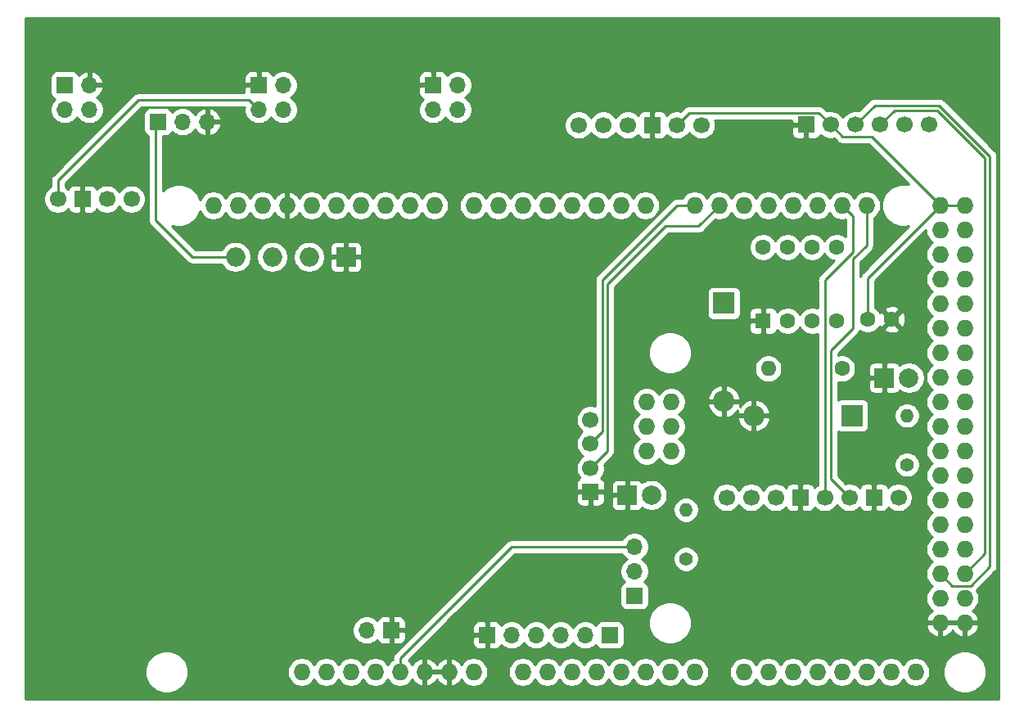
<source format=gbl>
%TF.GenerationSoftware,KiCad,Pcbnew,(5.1.8)-1*%
%TF.CreationDate,2021-02-21T20:08:29-05:00*%
%TF.ProjectId,Mega_Shield,4d656761-5f53-4686-9965-6c642e6b6963,rev?*%
%TF.SameCoordinates,Original*%
%TF.FileFunction,Copper,L2,Bot*%
%TF.FilePolarity,Positive*%
%FSLAX46Y46*%
G04 Gerber Fmt 4.6, Leading zero omitted, Abs format (unit mm)*
G04 Created by KiCad (PCBNEW (5.1.8)-1) date 2021-02-21 20:08:29*
%MOMM*%
%LPD*%
G01*
G04 APERTURE LIST*
%TA.AperFunction,ComponentPad*%
%ADD10R,2.000000X2.000000*%
%TD*%
%TA.AperFunction,ComponentPad*%
%ADD11O,2.000000X2.000000*%
%TD*%
%TA.AperFunction,ComponentPad*%
%ADD12C,1.700000*%
%TD*%
%TA.AperFunction,ComponentPad*%
%ADD13R,1.700000X1.700000*%
%TD*%
%TA.AperFunction,ComponentPad*%
%ADD14C,1.600000*%
%TD*%
%TA.AperFunction,ComponentPad*%
%ADD15R,1.600000X1.600000*%
%TD*%
%TA.AperFunction,ComponentPad*%
%ADD16O,1.727200X1.727200*%
%TD*%
%TA.AperFunction,ComponentPad*%
%ADD17O,1.600000X1.600000*%
%TD*%
%TA.AperFunction,ComponentPad*%
%ADD18O,2.200000X2.200000*%
%TD*%
%TA.AperFunction,ComponentPad*%
%ADD19R,2.200000X2.200000*%
%TD*%
%TA.AperFunction,ComponentPad*%
%ADD20C,2.000000*%
%TD*%
%TA.AperFunction,ComponentPad*%
%ADD21C,1.400000*%
%TD*%
%TA.AperFunction,ComponentPad*%
%ADD22O,1.400000X1.400000*%
%TD*%
%TA.AperFunction,ComponentPad*%
%ADD23O,1.700000X1.700000*%
%TD*%
%TA.AperFunction,Conductor*%
%ADD24C,0.254000*%
%TD*%
%TA.AperFunction,Conductor*%
%ADD25C,0.100000*%
%TD*%
G04 APERTURE END LIST*
D10*
%TO.P,D3,4*%
%TO.N,GND*%
X114681000Y-43180000D03*
D11*
%TO.P,D3,3*%
%TO.N,Net-(D3-Pad3)*%
X110871000Y-43180000D03*
%TO.P,D3,2*%
%TO.N,Net-(D3-Pad2)*%
X107061000Y-43180000D03*
%TO.P,D3,1*%
%TO.N,Net-(D3-Pad1)*%
X103251000Y-43180000D03*
%TD*%
D12*
%TO.P,J7,8*%
%TO.N,VCC*%
X171831000Y-68057000D03*
D13*
%TO.P,J7,7*%
%TO.N,GND*%
X169291000Y-68057000D03*
D12*
%TO.P,J7,6*%
%TO.N,/D21*%
X166751000Y-68057000D03*
%TO.P,J7,5*%
%TO.N,/D20*%
X164211000Y-68057000D03*
D13*
%TO.P,J7,4*%
%TO.N,GND*%
X161671000Y-68057000D03*
D12*
%TO.P,J7,3*%
%TO.N,/D2*%
X159131000Y-68057000D03*
%TO.P,J7,2*%
%TO.N,Net-(J7-Pad2)*%
X156591000Y-68057000D03*
%TO.P,J7,1*%
%TO.N,Net-(J7-Pad1)*%
X154051000Y-68057000D03*
%TD*%
D13*
%TO.P,J8,4*%
%TO.N,GND*%
X139970800Y-67484000D03*
D12*
%TO.P,J8,3*%
%TO.N,/D15*%
X139970800Y-65024000D03*
%TO.P,J8,2*%
%TO.N,/D14*%
X139970800Y-62484000D03*
%TO.P,J8,1*%
%TO.N,Net-(J5-Pad2)*%
X139970800Y-60024000D03*
%TD*%
%TO.P,J2,4*%
%TO.N,/VIN*%
X84886800Y-37187900D03*
D13*
%TO.P,J2,3*%
%TO.N,GND*%
X87426800Y-37187900D03*
D12*
%TO.P,J2,2*%
%TO.N,Net-(J12-Pad2)*%
X89966800Y-37187900D03*
%TO.P,J2,1*%
%TO.N,Net-(J2-Pad1)*%
X92506800Y-37187900D03*
%TD*%
D13*
%TO.P,J9,6*%
%TO.N,GND*%
X162280600Y-29510900D03*
D12*
%TO.P,J9,5*%
%TO.N,VCC*%
X164820600Y-29510900D03*
%TO.P,J9,4*%
%TO.N,/D50*%
X167360600Y-29510900D03*
%TO.P,J9,3*%
%TO.N,/D51*%
X169900600Y-29510900D03*
%TO.P,J9,2*%
%TO.N,/D52*%
X172440600Y-29510900D03*
%TO.P,J9,1*%
%TO.N,/D53*%
X174980600Y-29510900D03*
%TD*%
%TO.P,J6,6*%
%TO.N,Net-(J6-Pad6)*%
X151460200Y-29537900D03*
%TO.P,J6,5*%
%TO.N,VCC*%
X148920200Y-29537900D03*
D13*
%TO.P,J6,4*%
%TO.N,GND*%
X146380200Y-29537900D03*
D12*
%TO.P,J6,3*%
%TO.N,/D17*%
X143840200Y-29537900D03*
%TO.P,J6,2*%
%TO.N,/D16*%
X141300200Y-29537900D03*
%TO.P,J6,1*%
%TO.N,/D23*%
X138760200Y-29537900D03*
%TD*%
D14*
%TO.P,U1,4*%
%TO.N,/D18*%
X157835600Y-42164000D03*
D15*
%TO.P,U1,5*%
%TO.N,GND*%
X157835600Y-49784000D03*
D14*
%TO.P,U1,3*%
%TO.N,/D22*%
X160375600Y-42164000D03*
%TO.P,U1,6*%
%TO.N,Net-(D2-Pad1)*%
X160375600Y-49784000D03*
%TO.P,U1,2*%
%TO.N,/D22*%
X162915600Y-42164000D03*
%TO.P,U1,7*%
%TO.N,Net-(D1-Pad1)*%
X162915600Y-49784000D03*
%TO.P,U1,1*%
%TO.N,/D19*%
X165455600Y-42164000D03*
%TO.P,U1,8*%
%TO.N,VCC*%
X165455600Y-49784000D03*
%TD*%
D16*
%TO.P,XA1,MISO*%
%TO.N,Net-(XA1-PadMISO)*%
X145796000Y-58166000D03*
%TO.P,XA1,GND6*%
%TO.N,GND*%
X178689000Y-81026000D03*
%TO.P,XA1,GND5*%
X176149000Y-81026000D03*
%TO.P,XA1,D53*%
%TO.N,/D53*%
X178689000Y-78486000D03*
%TO.P,XA1,D52*%
%TO.N,/D52*%
X176149000Y-78486000D03*
%TO.P,XA1,D51*%
%TO.N,/D51*%
X178689000Y-75946000D03*
%TO.P,XA1,D50*%
%TO.N,/D50*%
X176149000Y-75946000D03*
%TO.P,XA1,D49*%
%TO.N,/D49*%
X178689000Y-73406000D03*
%TO.P,XA1,D48*%
%TO.N,/D48*%
X176149000Y-73406000D03*
%TO.P,XA1,D47*%
%TO.N,/D47*%
X178689000Y-70866000D03*
%TO.P,XA1,D46*%
%TO.N,/D46*%
X176149000Y-70866000D03*
%TO.P,XA1,D45*%
%TO.N,/D45*%
X178689000Y-68326000D03*
%TO.P,XA1,D44*%
%TO.N,/D44*%
X176149000Y-68326000D03*
%TO.P,XA1,D43*%
%TO.N,/D43*%
X178689000Y-65786000D03*
%TO.P,XA1,D42*%
%TO.N,/D42*%
X176149000Y-65786000D03*
%TO.P,XA1,D41*%
%TO.N,/D41*%
X178689000Y-63246000D03*
%TO.P,XA1,D40*%
%TO.N,/D40*%
X176149000Y-63246000D03*
%TO.P,XA1,D39*%
%TO.N,/D39*%
X178689000Y-60706000D03*
%TO.P,XA1,D38*%
%TO.N,/D38*%
X176149000Y-60706000D03*
%TO.P,XA1,D37*%
%TO.N,/D37*%
X178689000Y-58166000D03*
%TO.P,XA1,D36*%
%TO.N,/D36*%
X176149000Y-58166000D03*
%TO.P,XA1,D35*%
%TO.N,/D35*%
X178689000Y-55626000D03*
%TO.P,XA1,D34*%
%TO.N,/D34*%
X176149000Y-55626000D03*
%TO.P,XA1,D33*%
%TO.N,/D33*%
X178689000Y-53086000D03*
%TO.P,XA1,D32*%
%TO.N,/D32*%
X176149000Y-53086000D03*
%TO.P,XA1,D31*%
%TO.N,/D31*%
X178689000Y-50546000D03*
%TO.P,XA1,D30*%
%TO.N,/D30*%
X176149000Y-50546000D03*
%TO.P,XA1,D29*%
%TO.N,/D29*%
X178689000Y-48006000D03*
%TO.P,XA1,D28*%
%TO.N,/D28*%
X176149000Y-48006000D03*
%TO.P,XA1,D27*%
%TO.N,/D27*%
X178689000Y-45466000D03*
%TO.P,XA1,D26*%
%TO.N,/D26*%
X176149000Y-45466000D03*
%TO.P,XA1,D25*%
%TO.N,/D25*%
X178689000Y-42926000D03*
%TO.P,XA1,D24*%
%TO.N,/D24*%
X176149000Y-42926000D03*
%TO.P,XA1,D23*%
%TO.N,/D23*%
X178689000Y-40386000D03*
%TO.P,XA1,D22*%
%TO.N,/D22*%
X176149000Y-40386000D03*
%TO.P,XA1,5V4*%
%TO.N,VCC*%
X178689000Y-37846000D03*
%TO.P,XA1,5V3*%
X176149000Y-37846000D03*
%TO.P,XA1,A15*%
%TO.N,/A15*%
X173609000Y-86106000D03*
%TO.P,XA1,A14*%
%TO.N,/A14*%
X171069000Y-86106000D03*
%TO.P,XA1,A13*%
%TO.N,/A13*%
X168529000Y-86106000D03*
%TO.P,XA1,A12*%
%TO.N,/A12*%
X165989000Y-86106000D03*
%TO.P,XA1,A11*%
%TO.N,/A11*%
X163449000Y-86106000D03*
%TO.P,XA1,A10*%
%TO.N,/A10*%
X160909000Y-86106000D03*
%TO.P,XA1,A9*%
%TO.N,/A9*%
X158369000Y-86106000D03*
%TO.P,XA1,A8*%
%TO.N,/A8*%
X155829000Y-86106000D03*
%TO.P,XA1,A7*%
%TO.N,Net-(XA1-PadA7)*%
X150749000Y-86106000D03*
%TO.P,XA1,A6*%
%TO.N,/A6*%
X148209000Y-86106000D03*
%TO.P,XA1,A5*%
%TO.N,/A5*%
X145669000Y-86106000D03*
%TO.P,XA1,A4*%
%TO.N,/A4*%
X143129000Y-86106000D03*
%TO.P,XA1,A3*%
%TO.N,/A3*%
X140589000Y-86106000D03*
%TO.P,XA1,A2*%
%TO.N,/A2*%
X138049000Y-86106000D03*
%TO.P,XA1,A1*%
%TO.N,/A1*%
X135509000Y-86106000D03*
%TO.P,XA1,*%
%TO.N,*%
X110109000Y-86106000D03*
%TO.P,XA1,D11*%
%TO.N,/D11*%
X116205000Y-37846000D03*
%TO.P,XA1,D12*%
%TO.N,/D12*%
X113665000Y-37846000D03*
%TO.P,XA1,D13*%
%TO.N,/D13*%
X111125000Y-37846000D03*
%TO.P,XA1,AREF*%
%TO.N,/AREF*%
X106045000Y-37846000D03*
%TO.P,XA1,SDA*%
%TO.N,SDA*%
X103505000Y-37846000D03*
%TO.P,XA1,SCL*%
%TO.N,SCL*%
X100965000Y-37846000D03*
%TO.P,XA1,D10*%
%TO.N,/D10*%
X118745000Y-37846000D03*
%TO.P,XA1,D9*%
%TO.N,/D9*%
X121285000Y-37846000D03*
%TO.P,XA1,D8*%
%TO.N,/D8*%
X123825000Y-37846000D03*
%TO.P,XA1,GND1*%
%TO.N,GND*%
X108585000Y-37846000D03*
%TO.P,XA1,D7*%
%TO.N,/D7*%
X127889000Y-37846000D03*
%TO.P,XA1,D6*%
%TO.N,/D6*%
X130429000Y-37846000D03*
%TO.P,XA1,D5*%
%TO.N,/D5*%
X132969000Y-37846000D03*
%TO.P,XA1,D4*%
%TO.N,/D4*%
X135509000Y-37846000D03*
%TO.P,XA1,D3*%
%TO.N,/D3*%
X138049000Y-37846000D03*
%TO.P,XA1,D2*%
%TO.N,/D2*%
X140589000Y-37846000D03*
%TO.P,XA1,D1*%
%TO.N,/D1*%
X143129000Y-37846000D03*
%TO.P,XA1,D0*%
%TO.N,/D0*%
X145669000Y-37846000D03*
%TO.P,XA1,D14*%
%TO.N,/D14*%
X150749000Y-37846000D03*
%TO.P,XA1,D15*%
%TO.N,/D15*%
X153289000Y-37846000D03*
%TO.P,XA1,D16*%
%TO.N,/D16*%
X155829000Y-37846000D03*
%TO.P,XA1,D17*%
%TO.N,/D17*%
X158369000Y-37846000D03*
%TO.P,XA1,D18*%
%TO.N,/D18*%
X160909000Y-37846000D03*
%TO.P,XA1,D19*%
%TO.N,/D19*%
X163449000Y-37846000D03*
%TO.P,XA1,D20*%
%TO.N,/D20*%
X165989000Y-37846000D03*
%TO.P,XA1,D21*%
%TO.N,/D21*%
X168529000Y-37846000D03*
%TO.P,XA1,IORF*%
%TO.N,/IOREF*%
X112649000Y-86106000D03*
%TO.P,XA1,RST1*%
%TO.N,/RESET*%
X115189000Y-86106000D03*
%TO.P,XA1,3V3*%
%TO.N,VDD*%
X117729000Y-86106000D03*
%TO.P,XA1,5V1*%
%TO.N,VCC*%
X120269000Y-86106000D03*
%TO.P,XA1,GND2*%
%TO.N,GND*%
X122809000Y-86106000D03*
%TO.P,XA1,GND3*%
X125349000Y-86106000D03*
%TO.P,XA1,VIN*%
%TO.N,/VIN*%
X127889000Y-86106000D03*
%TO.P,XA1,A0*%
%TO.N,/A0*%
X132969000Y-86106000D03*
%TO.P,XA1,5V2*%
%TO.N,Net-(XA1-Pad5V2)*%
X148336000Y-58166000D03*
%TO.P,XA1,SCK*%
%TO.N,Net-(XA1-PadSCK)*%
X145796000Y-60706000D03*
%TO.P,XA1,MOSI*%
%TO.N,Net-(XA1-PadMOSI)*%
X148336000Y-60706000D03*
%TO.P,XA1,GND4*%
%TO.N,Net-(XA1-PadGND4)*%
X148336000Y-63246000D03*
%TO.P,XA1,RST2*%
%TO.N,Net-(XA1-PadRST2)*%
X145796000Y-63246000D03*
%TD*%
D14*
%TO.P,C1,2*%
%TO.N,VCC*%
X168645200Y-49631600D03*
%TO.P,C1,1*%
%TO.N,GND*%
X171145200Y-49631600D03*
%TD*%
D17*
%TO.P,R1,2*%
%TO.N,Net-(D2-Pad1)*%
X158369000Y-54737000D03*
D14*
%TO.P,R1,1*%
%TO.N,Net-(D1-Pad1)*%
X165989000Y-54737000D03*
%TD*%
D18*
%TO.P,D1,2*%
%TO.N,GND*%
X156870400Y-59588400D03*
D19*
%TO.P,D1,1*%
%TO.N,Net-(D1-Pad1)*%
X167030400Y-59588400D03*
%TD*%
D18*
%TO.P,D2,2*%
%TO.N,GND*%
X153771600Y-58115200D03*
D19*
%TO.P,D2,1*%
%TO.N,Net-(D2-Pad1)*%
X153771600Y-47955200D03*
%TD*%
D20*
%TO.P,D4,2*%
%TO.N,Net-(D4-Pad2)*%
X172923200Y-55676800D03*
D10*
%TO.P,D4,1*%
%TO.N,GND*%
X170383200Y-55676800D03*
%TD*%
D21*
%TO.P,R2,1*%
%TO.N,/D38*%
X172720000Y-64668400D03*
D22*
%TO.P,R2,2*%
%TO.N,Net-(D4-Pad2)*%
X172720000Y-59588400D03*
%TD*%
D20*
%TO.P,D5,2*%
%TO.N,Net-(D5-Pad2)*%
X146304000Y-67818000D03*
D10*
%TO.P,D5,1*%
%TO.N,GND*%
X143764000Y-67818000D03*
%TD*%
D13*
%TO.P,J5,1*%
%TO.N,Net-(J10-Pad4)*%
X144526000Y-78232000D03*
D23*
%TO.P,J5,2*%
%TO.N,Net-(J5-Pad2)*%
X144526000Y-75692000D03*
%TO.P,J5,3*%
%TO.N,VCC*%
X144526000Y-73152000D03*
%TD*%
D13*
%TO.P,J10,1*%
%TO.N,Net-(J10-Pad1)*%
X141986000Y-82296000D03*
D23*
%TO.P,J10,2*%
%TO.N,/D15*%
X139446000Y-82296000D03*
%TO.P,J10,3*%
%TO.N,/D14*%
X136906000Y-82296000D03*
%TO.P,J10,4*%
%TO.N,Net-(J10-Pad4)*%
X134366000Y-82296000D03*
%TO.P,J10,5*%
%TO.N,Net-(J10-Pad5)*%
X131826000Y-82296000D03*
D13*
%TO.P,J10,6*%
%TO.N,GND*%
X129286000Y-82296000D03*
%TD*%
D21*
%TO.P,R3,1*%
%TO.N,/D40*%
X149860000Y-74422000D03*
D22*
%TO.P,R3,2*%
%TO.N,Net-(D5-Pad2)*%
X149860000Y-69342000D03*
%TD*%
D13*
%TO.P,J3,1*%
%TO.N,Net-(D3-Pad2)*%
X85598000Y-25400000D03*
D23*
%TO.P,J3,2*%
%TO.N,Net-(D3-Pad3)*%
X85598000Y-27940000D03*
%TO.P,J3,3*%
%TO.N,GND*%
X88138000Y-25400000D03*
%TO.P,J3,4*%
%TO.N,Net-(D3-Pad1)*%
X88138000Y-27940000D03*
%TD*%
D13*
%TO.P,J4,1*%
%TO.N,GND*%
X105664000Y-25400000D03*
D23*
%TO.P,J4,2*%
%TO.N,/VIN*%
X105664000Y-27940000D03*
%TO.P,J4,3*%
%TO.N,Net-(D2-Pad1)*%
X108204000Y-25400000D03*
%TO.P,J4,4*%
%TO.N,Net-(D1-Pad1)*%
X108204000Y-27940000D03*
%TD*%
D13*
%TO.P,J1,1*%
%TO.N,GND*%
X123698000Y-25400000D03*
D23*
%TO.P,J1,2*%
%TO.N,/VIN*%
X123698000Y-27940000D03*
%TO.P,J1,3*%
%TO.N,Net-(D2-Pad1)*%
X126238000Y-25400000D03*
%TO.P,J1,4*%
%TO.N,Net-(D1-Pad1)*%
X126238000Y-27940000D03*
%TD*%
D13*
%TO.P,J12,1*%
%TO.N,Net-(D3-Pad1)*%
X95250000Y-29210000D03*
D23*
%TO.P,J12,2*%
%TO.N,Net-(J12-Pad2)*%
X97790000Y-29210000D03*
%TO.P,J12,3*%
%TO.N,GND*%
X100330000Y-29210000D03*
%TD*%
D13*
%TO.P,J11,1*%
%TO.N,GND*%
X119380000Y-81788000D03*
D23*
%TO.P,J11,2*%
%TO.N,/RESET*%
X116840000Y-81788000D03*
%TD*%
D24*
%TO.N,VCC*%
X150178201Y-28279899D02*
X148920200Y-29537900D01*
X163589599Y-28279899D02*
X150178201Y-28279899D01*
X164820600Y-29510900D02*
X163589599Y-28279899D01*
X169044901Y-30741901D02*
X176149000Y-37846000D01*
X166051601Y-30741901D02*
X169044901Y-30741901D01*
X164820600Y-29510900D02*
X166051601Y-30741901D01*
X168645200Y-45349800D02*
X168645200Y-49631600D01*
X176149000Y-37846000D02*
X168645200Y-45349800D01*
X144780000Y-72898000D02*
X144526000Y-73152000D01*
X178689000Y-37846000D02*
X176149000Y-37846000D01*
X131826000Y-73152000D02*
X144526000Y-73152000D01*
X120269000Y-84709000D02*
X131826000Y-73152000D01*
X120269000Y-86106000D02*
X120269000Y-84709000D01*
%TO.N,/VIN*%
X84886800Y-37187900D02*
X84886800Y-36525200D01*
X84886800Y-35255200D02*
X84886800Y-37187900D01*
X93218000Y-26924000D02*
X84886800Y-35255200D01*
X104648000Y-26924000D02*
X93218000Y-26924000D01*
X105664000Y-27940000D02*
X104648000Y-26924000D01*
%TO.N,/D15*%
X147726400Y-39979600D02*
X151155400Y-39979600D01*
X141709811Y-45996189D02*
X147726400Y-39979600D01*
X141709811Y-63284989D02*
X141709811Y-45996189D01*
X151155400Y-39979600D02*
X153289000Y-37846000D01*
X139970800Y-65024000D02*
X141709811Y-63284989D01*
%TO.N,/D14*%
X141201801Y-61252999D02*
X141201801Y-45551189D01*
X139970800Y-62484000D02*
X141201801Y-61252999D01*
X148906990Y-37846000D02*
X141201801Y-45551189D01*
X150749000Y-37846000D02*
X148906990Y-37846000D01*
%TO.N,/D51*%
X178689000Y-75946000D02*
X180797200Y-73837800D01*
X180797200Y-73837800D02*
X180797200Y-32969200D01*
X171420700Y-27990800D02*
X169900600Y-29510900D01*
X180797200Y-32969200D02*
X175818800Y-27990800D01*
X175818800Y-27990800D02*
X171420700Y-27990800D01*
%TO.N,/D50*%
X176029225Y-27482789D02*
X169388711Y-27482789D01*
X181305210Y-32758774D02*
X176029225Y-27482789D01*
X176149000Y-75946000D02*
X177393601Y-77190601D01*
X177393601Y-77190601D02*
X179286409Y-77190601D01*
X179286409Y-77190601D02*
X181305210Y-75171800D01*
X181305210Y-75171800D02*
X181305210Y-32758774D01*
X169388711Y-27482789D02*
X167360600Y-29510900D01*
%TO.N,/D21*%
X164807999Y-52870001D02*
X167132000Y-50546000D01*
X166751000Y-68057000D02*
X164807999Y-66113999D01*
X168529000Y-41993436D02*
X168529000Y-37846000D01*
X164807999Y-66113999D02*
X164807999Y-52870001D01*
X167132000Y-50546000D02*
X167132000Y-43390436D01*
X167132000Y-43390436D02*
X168529000Y-41993436D01*
%TO.N,/D20*%
X167132000Y-38989000D02*
X165989000Y-37846000D01*
X167132000Y-42672000D02*
X167132000Y-38989000D01*
X164211000Y-45593000D02*
X167132000Y-42672000D01*
X164211000Y-68057000D02*
X164211000Y-45593000D01*
%TO.N,Net-(D3-Pad1)*%
X98806000Y-43180000D02*
X103251000Y-43180000D01*
X94996000Y-39370000D02*
X98806000Y-43180000D01*
X94996000Y-29464000D02*
X94996000Y-39370000D01*
X95250000Y-29210000D02*
X94996000Y-29464000D01*
%TD*%
%TO.N,GND*%
X182220000Y-88875000D02*
X81559000Y-88875000D01*
X81559000Y-85885872D01*
X93904000Y-85885872D01*
X93904000Y-86326128D01*
X93989890Y-86757925D01*
X94158369Y-87164669D01*
X94402962Y-87530729D01*
X94714271Y-87842038D01*
X95080331Y-88086631D01*
X95487075Y-88255110D01*
X95918872Y-88341000D01*
X96359128Y-88341000D01*
X96790925Y-88255110D01*
X97197669Y-88086631D01*
X97563729Y-87842038D01*
X97875038Y-87530729D01*
X98119631Y-87164669D01*
X98288110Y-86757925D01*
X98374000Y-86326128D01*
X98374000Y-85958401D01*
X108610400Y-85958401D01*
X108610400Y-86253599D01*
X108667990Y-86543125D01*
X108780958Y-86815853D01*
X108944961Y-87061302D01*
X109153698Y-87270039D01*
X109399147Y-87434042D01*
X109671875Y-87547010D01*
X109961401Y-87604600D01*
X110256599Y-87604600D01*
X110546125Y-87547010D01*
X110818853Y-87434042D01*
X111064302Y-87270039D01*
X111273039Y-87061302D01*
X111379000Y-86902719D01*
X111484961Y-87061302D01*
X111693698Y-87270039D01*
X111939147Y-87434042D01*
X112211875Y-87547010D01*
X112501401Y-87604600D01*
X112796599Y-87604600D01*
X113086125Y-87547010D01*
X113358853Y-87434042D01*
X113604302Y-87270039D01*
X113813039Y-87061302D01*
X113919000Y-86902719D01*
X114024961Y-87061302D01*
X114233698Y-87270039D01*
X114479147Y-87434042D01*
X114751875Y-87547010D01*
X115041401Y-87604600D01*
X115336599Y-87604600D01*
X115626125Y-87547010D01*
X115898853Y-87434042D01*
X116144302Y-87270039D01*
X116353039Y-87061302D01*
X116459000Y-86902719D01*
X116564961Y-87061302D01*
X116773698Y-87270039D01*
X117019147Y-87434042D01*
X117291875Y-87547010D01*
X117581401Y-87604600D01*
X117876599Y-87604600D01*
X118166125Y-87547010D01*
X118438853Y-87434042D01*
X118684302Y-87270039D01*
X118893039Y-87061302D01*
X118999000Y-86902719D01*
X119104961Y-87061302D01*
X119313698Y-87270039D01*
X119559147Y-87434042D01*
X119831875Y-87547010D01*
X120121401Y-87604600D01*
X120416599Y-87604600D01*
X120706125Y-87547010D01*
X120978853Y-87434042D01*
X121224302Y-87270039D01*
X121433039Y-87061302D01*
X121540692Y-86900187D01*
X121702146Y-87116293D01*
X121920512Y-87312817D01*
X122173022Y-87462964D01*
X122449973Y-87560963D01*
X122682000Y-87440464D01*
X122682000Y-86233000D01*
X122936000Y-86233000D01*
X122936000Y-87440464D01*
X123168027Y-87560963D01*
X123444978Y-87462964D01*
X123697488Y-87312817D01*
X123915854Y-87116293D01*
X124079000Y-86897922D01*
X124242146Y-87116293D01*
X124460512Y-87312817D01*
X124713022Y-87462964D01*
X124989973Y-87560963D01*
X125222000Y-87440464D01*
X125222000Y-86233000D01*
X122936000Y-86233000D01*
X122682000Y-86233000D01*
X122662000Y-86233000D01*
X122662000Y-85979000D01*
X122682000Y-85979000D01*
X122682000Y-84771536D01*
X122936000Y-84771536D01*
X122936000Y-85979000D01*
X125222000Y-85979000D01*
X125222000Y-84771536D01*
X125476000Y-84771536D01*
X125476000Y-85979000D01*
X125496000Y-85979000D01*
X125496000Y-86233000D01*
X125476000Y-86233000D01*
X125476000Y-87440464D01*
X125708027Y-87560963D01*
X125984978Y-87462964D01*
X126237488Y-87312817D01*
X126455854Y-87116293D01*
X126617308Y-86900187D01*
X126724961Y-87061302D01*
X126933698Y-87270039D01*
X127179147Y-87434042D01*
X127451875Y-87547010D01*
X127741401Y-87604600D01*
X128036599Y-87604600D01*
X128326125Y-87547010D01*
X128598853Y-87434042D01*
X128844302Y-87270039D01*
X129053039Y-87061302D01*
X129217042Y-86815853D01*
X129330010Y-86543125D01*
X129387600Y-86253599D01*
X129387600Y-85958401D01*
X131470400Y-85958401D01*
X131470400Y-86253599D01*
X131527990Y-86543125D01*
X131640958Y-86815853D01*
X131804961Y-87061302D01*
X132013698Y-87270039D01*
X132259147Y-87434042D01*
X132531875Y-87547010D01*
X132821401Y-87604600D01*
X133116599Y-87604600D01*
X133406125Y-87547010D01*
X133678853Y-87434042D01*
X133924302Y-87270039D01*
X134133039Y-87061302D01*
X134239000Y-86902719D01*
X134344961Y-87061302D01*
X134553698Y-87270039D01*
X134799147Y-87434042D01*
X135071875Y-87547010D01*
X135361401Y-87604600D01*
X135656599Y-87604600D01*
X135946125Y-87547010D01*
X136218853Y-87434042D01*
X136464302Y-87270039D01*
X136673039Y-87061302D01*
X136779000Y-86902719D01*
X136884961Y-87061302D01*
X137093698Y-87270039D01*
X137339147Y-87434042D01*
X137611875Y-87547010D01*
X137901401Y-87604600D01*
X138196599Y-87604600D01*
X138486125Y-87547010D01*
X138758853Y-87434042D01*
X139004302Y-87270039D01*
X139213039Y-87061302D01*
X139319000Y-86902719D01*
X139424961Y-87061302D01*
X139633698Y-87270039D01*
X139879147Y-87434042D01*
X140151875Y-87547010D01*
X140441401Y-87604600D01*
X140736599Y-87604600D01*
X141026125Y-87547010D01*
X141298853Y-87434042D01*
X141544302Y-87270039D01*
X141753039Y-87061302D01*
X141859000Y-86902719D01*
X141964961Y-87061302D01*
X142173698Y-87270039D01*
X142419147Y-87434042D01*
X142691875Y-87547010D01*
X142981401Y-87604600D01*
X143276599Y-87604600D01*
X143566125Y-87547010D01*
X143838853Y-87434042D01*
X144084302Y-87270039D01*
X144293039Y-87061302D01*
X144399000Y-86902719D01*
X144504961Y-87061302D01*
X144713698Y-87270039D01*
X144959147Y-87434042D01*
X145231875Y-87547010D01*
X145521401Y-87604600D01*
X145816599Y-87604600D01*
X146106125Y-87547010D01*
X146378853Y-87434042D01*
X146624302Y-87270039D01*
X146833039Y-87061302D01*
X146939000Y-86902719D01*
X147044961Y-87061302D01*
X147253698Y-87270039D01*
X147499147Y-87434042D01*
X147771875Y-87547010D01*
X148061401Y-87604600D01*
X148356599Y-87604600D01*
X148646125Y-87547010D01*
X148918853Y-87434042D01*
X149164302Y-87270039D01*
X149373039Y-87061302D01*
X149479000Y-86902719D01*
X149584961Y-87061302D01*
X149793698Y-87270039D01*
X150039147Y-87434042D01*
X150311875Y-87547010D01*
X150601401Y-87604600D01*
X150896599Y-87604600D01*
X151186125Y-87547010D01*
X151458853Y-87434042D01*
X151704302Y-87270039D01*
X151913039Y-87061302D01*
X152077042Y-86815853D01*
X152190010Y-86543125D01*
X152247600Y-86253599D01*
X152247600Y-85958401D01*
X154330400Y-85958401D01*
X154330400Y-86253599D01*
X154387990Y-86543125D01*
X154500958Y-86815853D01*
X154664961Y-87061302D01*
X154873698Y-87270039D01*
X155119147Y-87434042D01*
X155391875Y-87547010D01*
X155681401Y-87604600D01*
X155976599Y-87604600D01*
X156266125Y-87547010D01*
X156538853Y-87434042D01*
X156784302Y-87270039D01*
X156993039Y-87061302D01*
X157099000Y-86902719D01*
X157204961Y-87061302D01*
X157413698Y-87270039D01*
X157659147Y-87434042D01*
X157931875Y-87547010D01*
X158221401Y-87604600D01*
X158516599Y-87604600D01*
X158806125Y-87547010D01*
X159078853Y-87434042D01*
X159324302Y-87270039D01*
X159533039Y-87061302D01*
X159639000Y-86902719D01*
X159744961Y-87061302D01*
X159953698Y-87270039D01*
X160199147Y-87434042D01*
X160471875Y-87547010D01*
X160761401Y-87604600D01*
X161056599Y-87604600D01*
X161346125Y-87547010D01*
X161618853Y-87434042D01*
X161864302Y-87270039D01*
X162073039Y-87061302D01*
X162179000Y-86902719D01*
X162284961Y-87061302D01*
X162493698Y-87270039D01*
X162739147Y-87434042D01*
X163011875Y-87547010D01*
X163301401Y-87604600D01*
X163596599Y-87604600D01*
X163886125Y-87547010D01*
X164158853Y-87434042D01*
X164404302Y-87270039D01*
X164613039Y-87061302D01*
X164719000Y-86902719D01*
X164824961Y-87061302D01*
X165033698Y-87270039D01*
X165279147Y-87434042D01*
X165551875Y-87547010D01*
X165841401Y-87604600D01*
X166136599Y-87604600D01*
X166426125Y-87547010D01*
X166698853Y-87434042D01*
X166944302Y-87270039D01*
X167153039Y-87061302D01*
X167259000Y-86902719D01*
X167364961Y-87061302D01*
X167573698Y-87270039D01*
X167819147Y-87434042D01*
X168091875Y-87547010D01*
X168381401Y-87604600D01*
X168676599Y-87604600D01*
X168966125Y-87547010D01*
X169238853Y-87434042D01*
X169484302Y-87270039D01*
X169693039Y-87061302D01*
X169799000Y-86902719D01*
X169904961Y-87061302D01*
X170113698Y-87270039D01*
X170359147Y-87434042D01*
X170631875Y-87547010D01*
X170921401Y-87604600D01*
X171216599Y-87604600D01*
X171506125Y-87547010D01*
X171778853Y-87434042D01*
X172024302Y-87270039D01*
X172233039Y-87061302D01*
X172339000Y-86902719D01*
X172444961Y-87061302D01*
X172653698Y-87270039D01*
X172899147Y-87434042D01*
X173171875Y-87547010D01*
X173461401Y-87604600D01*
X173756599Y-87604600D01*
X174046125Y-87547010D01*
X174318853Y-87434042D01*
X174564302Y-87270039D01*
X174773039Y-87061302D01*
X174937042Y-86815853D01*
X175050010Y-86543125D01*
X175107600Y-86253599D01*
X175107600Y-85958401D01*
X175093174Y-85885872D01*
X176454000Y-85885872D01*
X176454000Y-86326128D01*
X176539890Y-86757925D01*
X176708369Y-87164669D01*
X176952962Y-87530729D01*
X177264271Y-87842038D01*
X177630331Y-88086631D01*
X178037075Y-88255110D01*
X178468872Y-88341000D01*
X178909128Y-88341000D01*
X179340925Y-88255110D01*
X179747669Y-88086631D01*
X180113729Y-87842038D01*
X180425038Y-87530729D01*
X180669631Y-87164669D01*
X180838110Y-86757925D01*
X180924000Y-86326128D01*
X180924000Y-85885872D01*
X180838110Y-85454075D01*
X180669631Y-85047331D01*
X180425038Y-84681271D01*
X180113729Y-84369962D01*
X179747669Y-84125369D01*
X179340925Y-83956890D01*
X178909128Y-83871000D01*
X178468872Y-83871000D01*
X178037075Y-83956890D01*
X177630331Y-84125369D01*
X177264271Y-84369962D01*
X176952962Y-84681271D01*
X176708369Y-85047331D01*
X176539890Y-85454075D01*
X176454000Y-85885872D01*
X175093174Y-85885872D01*
X175050010Y-85668875D01*
X174937042Y-85396147D01*
X174773039Y-85150698D01*
X174564302Y-84941961D01*
X174318853Y-84777958D01*
X174046125Y-84664990D01*
X173756599Y-84607400D01*
X173461401Y-84607400D01*
X173171875Y-84664990D01*
X172899147Y-84777958D01*
X172653698Y-84941961D01*
X172444961Y-85150698D01*
X172339000Y-85309281D01*
X172233039Y-85150698D01*
X172024302Y-84941961D01*
X171778853Y-84777958D01*
X171506125Y-84664990D01*
X171216599Y-84607400D01*
X170921401Y-84607400D01*
X170631875Y-84664990D01*
X170359147Y-84777958D01*
X170113698Y-84941961D01*
X169904961Y-85150698D01*
X169799000Y-85309281D01*
X169693039Y-85150698D01*
X169484302Y-84941961D01*
X169238853Y-84777958D01*
X168966125Y-84664990D01*
X168676599Y-84607400D01*
X168381401Y-84607400D01*
X168091875Y-84664990D01*
X167819147Y-84777958D01*
X167573698Y-84941961D01*
X167364961Y-85150698D01*
X167259000Y-85309281D01*
X167153039Y-85150698D01*
X166944302Y-84941961D01*
X166698853Y-84777958D01*
X166426125Y-84664990D01*
X166136599Y-84607400D01*
X165841401Y-84607400D01*
X165551875Y-84664990D01*
X165279147Y-84777958D01*
X165033698Y-84941961D01*
X164824961Y-85150698D01*
X164719000Y-85309281D01*
X164613039Y-85150698D01*
X164404302Y-84941961D01*
X164158853Y-84777958D01*
X163886125Y-84664990D01*
X163596599Y-84607400D01*
X163301401Y-84607400D01*
X163011875Y-84664990D01*
X162739147Y-84777958D01*
X162493698Y-84941961D01*
X162284961Y-85150698D01*
X162179000Y-85309281D01*
X162073039Y-85150698D01*
X161864302Y-84941961D01*
X161618853Y-84777958D01*
X161346125Y-84664990D01*
X161056599Y-84607400D01*
X160761401Y-84607400D01*
X160471875Y-84664990D01*
X160199147Y-84777958D01*
X159953698Y-84941961D01*
X159744961Y-85150698D01*
X159639000Y-85309281D01*
X159533039Y-85150698D01*
X159324302Y-84941961D01*
X159078853Y-84777958D01*
X158806125Y-84664990D01*
X158516599Y-84607400D01*
X158221401Y-84607400D01*
X157931875Y-84664990D01*
X157659147Y-84777958D01*
X157413698Y-84941961D01*
X157204961Y-85150698D01*
X157099000Y-85309281D01*
X156993039Y-85150698D01*
X156784302Y-84941961D01*
X156538853Y-84777958D01*
X156266125Y-84664990D01*
X155976599Y-84607400D01*
X155681401Y-84607400D01*
X155391875Y-84664990D01*
X155119147Y-84777958D01*
X154873698Y-84941961D01*
X154664961Y-85150698D01*
X154500958Y-85396147D01*
X154387990Y-85668875D01*
X154330400Y-85958401D01*
X152247600Y-85958401D01*
X152190010Y-85668875D01*
X152077042Y-85396147D01*
X151913039Y-85150698D01*
X151704302Y-84941961D01*
X151458853Y-84777958D01*
X151186125Y-84664990D01*
X150896599Y-84607400D01*
X150601401Y-84607400D01*
X150311875Y-84664990D01*
X150039147Y-84777958D01*
X149793698Y-84941961D01*
X149584961Y-85150698D01*
X149479000Y-85309281D01*
X149373039Y-85150698D01*
X149164302Y-84941961D01*
X148918853Y-84777958D01*
X148646125Y-84664990D01*
X148356599Y-84607400D01*
X148061401Y-84607400D01*
X147771875Y-84664990D01*
X147499147Y-84777958D01*
X147253698Y-84941961D01*
X147044961Y-85150698D01*
X146939000Y-85309281D01*
X146833039Y-85150698D01*
X146624302Y-84941961D01*
X146378853Y-84777958D01*
X146106125Y-84664990D01*
X145816599Y-84607400D01*
X145521401Y-84607400D01*
X145231875Y-84664990D01*
X144959147Y-84777958D01*
X144713698Y-84941961D01*
X144504961Y-85150698D01*
X144399000Y-85309281D01*
X144293039Y-85150698D01*
X144084302Y-84941961D01*
X143838853Y-84777958D01*
X143566125Y-84664990D01*
X143276599Y-84607400D01*
X142981401Y-84607400D01*
X142691875Y-84664990D01*
X142419147Y-84777958D01*
X142173698Y-84941961D01*
X141964961Y-85150698D01*
X141859000Y-85309281D01*
X141753039Y-85150698D01*
X141544302Y-84941961D01*
X141298853Y-84777958D01*
X141026125Y-84664990D01*
X140736599Y-84607400D01*
X140441401Y-84607400D01*
X140151875Y-84664990D01*
X139879147Y-84777958D01*
X139633698Y-84941961D01*
X139424961Y-85150698D01*
X139319000Y-85309281D01*
X139213039Y-85150698D01*
X139004302Y-84941961D01*
X138758853Y-84777958D01*
X138486125Y-84664990D01*
X138196599Y-84607400D01*
X137901401Y-84607400D01*
X137611875Y-84664990D01*
X137339147Y-84777958D01*
X137093698Y-84941961D01*
X136884961Y-85150698D01*
X136779000Y-85309281D01*
X136673039Y-85150698D01*
X136464302Y-84941961D01*
X136218853Y-84777958D01*
X135946125Y-84664990D01*
X135656599Y-84607400D01*
X135361401Y-84607400D01*
X135071875Y-84664990D01*
X134799147Y-84777958D01*
X134553698Y-84941961D01*
X134344961Y-85150698D01*
X134239000Y-85309281D01*
X134133039Y-85150698D01*
X133924302Y-84941961D01*
X133678853Y-84777958D01*
X133406125Y-84664990D01*
X133116599Y-84607400D01*
X132821401Y-84607400D01*
X132531875Y-84664990D01*
X132259147Y-84777958D01*
X132013698Y-84941961D01*
X131804961Y-85150698D01*
X131640958Y-85396147D01*
X131527990Y-85668875D01*
X131470400Y-85958401D01*
X129387600Y-85958401D01*
X129330010Y-85668875D01*
X129217042Y-85396147D01*
X129053039Y-85150698D01*
X128844302Y-84941961D01*
X128598853Y-84777958D01*
X128326125Y-84664990D01*
X128036599Y-84607400D01*
X127741401Y-84607400D01*
X127451875Y-84664990D01*
X127179147Y-84777958D01*
X126933698Y-84941961D01*
X126724961Y-85150698D01*
X126617308Y-85311813D01*
X126455854Y-85095707D01*
X126237488Y-84899183D01*
X125984978Y-84749036D01*
X125708027Y-84651037D01*
X125476000Y-84771536D01*
X125222000Y-84771536D01*
X124989973Y-84651037D01*
X124713022Y-84749036D01*
X124460512Y-84899183D01*
X124242146Y-85095707D01*
X124079000Y-85314078D01*
X123915854Y-85095707D01*
X123697488Y-84899183D01*
X123444978Y-84749036D01*
X123168027Y-84651037D01*
X122936000Y-84771536D01*
X122682000Y-84771536D01*
X122449973Y-84651037D01*
X122173022Y-84749036D01*
X121920512Y-84899183D01*
X121702146Y-85095707D01*
X121540692Y-85311813D01*
X121433039Y-85150698D01*
X121224302Y-84941961D01*
X121157982Y-84897648D01*
X122909630Y-83146000D01*
X127797928Y-83146000D01*
X127810188Y-83270482D01*
X127846498Y-83390180D01*
X127905463Y-83500494D01*
X127984815Y-83597185D01*
X128081506Y-83676537D01*
X128191820Y-83735502D01*
X128311518Y-83771812D01*
X128436000Y-83784072D01*
X129000250Y-83781000D01*
X129159000Y-83622250D01*
X129159000Y-82423000D01*
X127959750Y-82423000D01*
X127801000Y-82581750D01*
X127797928Y-83146000D01*
X122909630Y-83146000D01*
X124609630Y-81446000D01*
X127797928Y-81446000D01*
X127801000Y-82010250D01*
X127959750Y-82169000D01*
X129159000Y-82169000D01*
X129159000Y-80969750D01*
X129413000Y-80969750D01*
X129413000Y-82169000D01*
X129433000Y-82169000D01*
X129433000Y-82423000D01*
X129413000Y-82423000D01*
X129413000Y-83622250D01*
X129571750Y-83781000D01*
X130136000Y-83784072D01*
X130260482Y-83771812D01*
X130380180Y-83735502D01*
X130490494Y-83676537D01*
X130587185Y-83597185D01*
X130666537Y-83500494D01*
X130725502Y-83390180D01*
X130747513Y-83317620D01*
X130879368Y-83449475D01*
X131122589Y-83611990D01*
X131392842Y-83723932D01*
X131679740Y-83781000D01*
X131972260Y-83781000D01*
X132259158Y-83723932D01*
X132529411Y-83611990D01*
X132772632Y-83449475D01*
X132979475Y-83242632D01*
X133096000Y-83068240D01*
X133212525Y-83242632D01*
X133419368Y-83449475D01*
X133662589Y-83611990D01*
X133932842Y-83723932D01*
X134219740Y-83781000D01*
X134512260Y-83781000D01*
X134799158Y-83723932D01*
X135069411Y-83611990D01*
X135312632Y-83449475D01*
X135519475Y-83242632D01*
X135636000Y-83068240D01*
X135752525Y-83242632D01*
X135959368Y-83449475D01*
X136202589Y-83611990D01*
X136472842Y-83723932D01*
X136759740Y-83781000D01*
X137052260Y-83781000D01*
X137339158Y-83723932D01*
X137609411Y-83611990D01*
X137852632Y-83449475D01*
X138059475Y-83242632D01*
X138176000Y-83068240D01*
X138292525Y-83242632D01*
X138499368Y-83449475D01*
X138742589Y-83611990D01*
X139012842Y-83723932D01*
X139299740Y-83781000D01*
X139592260Y-83781000D01*
X139879158Y-83723932D01*
X140149411Y-83611990D01*
X140392632Y-83449475D01*
X140524487Y-83317620D01*
X140546498Y-83390180D01*
X140605463Y-83500494D01*
X140684815Y-83597185D01*
X140781506Y-83676537D01*
X140891820Y-83735502D01*
X141011518Y-83771812D01*
X141136000Y-83784072D01*
X142836000Y-83784072D01*
X142960482Y-83771812D01*
X143080180Y-83735502D01*
X143190494Y-83676537D01*
X143287185Y-83597185D01*
X143366537Y-83500494D01*
X143425502Y-83390180D01*
X143461812Y-83270482D01*
X143474072Y-83146000D01*
X143474072Y-81446000D01*
X143461812Y-81321518D01*
X143425502Y-81201820D01*
X143366537Y-81091506D01*
X143287185Y-80994815D01*
X143190494Y-80915463D01*
X143080180Y-80856498D01*
X142960482Y-80820188D01*
X142836000Y-80807928D01*
X141136000Y-80807928D01*
X141011518Y-80820188D01*
X140891820Y-80856498D01*
X140781506Y-80915463D01*
X140684815Y-80994815D01*
X140605463Y-81091506D01*
X140546498Y-81201820D01*
X140524487Y-81274380D01*
X140392632Y-81142525D01*
X140149411Y-80980010D01*
X139879158Y-80868068D01*
X139592260Y-80811000D01*
X139299740Y-80811000D01*
X139012842Y-80868068D01*
X138742589Y-80980010D01*
X138499368Y-81142525D01*
X138292525Y-81349368D01*
X138176000Y-81523760D01*
X138059475Y-81349368D01*
X137852632Y-81142525D01*
X137609411Y-80980010D01*
X137339158Y-80868068D01*
X137052260Y-80811000D01*
X136759740Y-80811000D01*
X136472842Y-80868068D01*
X136202589Y-80980010D01*
X135959368Y-81142525D01*
X135752525Y-81349368D01*
X135636000Y-81523760D01*
X135519475Y-81349368D01*
X135312632Y-81142525D01*
X135069411Y-80980010D01*
X134799158Y-80868068D01*
X134512260Y-80811000D01*
X134219740Y-80811000D01*
X133932842Y-80868068D01*
X133662589Y-80980010D01*
X133419368Y-81142525D01*
X133212525Y-81349368D01*
X133096000Y-81523760D01*
X132979475Y-81349368D01*
X132772632Y-81142525D01*
X132529411Y-80980010D01*
X132259158Y-80868068D01*
X131972260Y-80811000D01*
X131679740Y-80811000D01*
X131392842Y-80868068D01*
X131122589Y-80980010D01*
X130879368Y-81142525D01*
X130747513Y-81274380D01*
X130725502Y-81201820D01*
X130666537Y-81091506D01*
X130587185Y-80994815D01*
X130490494Y-80915463D01*
X130380180Y-80856498D01*
X130260482Y-80820188D01*
X130136000Y-80807928D01*
X129571750Y-80811000D01*
X129413000Y-80969750D01*
X129159000Y-80969750D01*
X129000250Y-80811000D01*
X128436000Y-80807928D01*
X128311518Y-80820188D01*
X128191820Y-80856498D01*
X128081506Y-80915463D01*
X127984815Y-80994815D01*
X127905463Y-81091506D01*
X127846498Y-81201820D01*
X127810188Y-81321518D01*
X127797928Y-81446000D01*
X124609630Y-81446000D01*
X125249758Y-80805872D01*
X145974000Y-80805872D01*
X145974000Y-81246128D01*
X146059890Y-81677925D01*
X146228369Y-82084669D01*
X146472962Y-82450729D01*
X146784271Y-82762038D01*
X147150331Y-83006631D01*
X147557075Y-83175110D01*
X147988872Y-83261000D01*
X148429128Y-83261000D01*
X148860925Y-83175110D01*
X149267669Y-83006631D01*
X149633729Y-82762038D01*
X149945038Y-82450729D01*
X150189631Y-82084669D01*
X150358110Y-81677925D01*
X150416371Y-81385026D01*
X174694042Y-81385026D01*
X174739778Y-81535814D01*
X174866316Y-81800944D01*
X175042146Y-82036293D01*
X175260512Y-82232817D01*
X175513022Y-82382964D01*
X175789973Y-82480963D01*
X176022000Y-82360464D01*
X176022000Y-81153000D01*
X176276000Y-81153000D01*
X176276000Y-82360464D01*
X176508027Y-82480963D01*
X176784978Y-82382964D01*
X177037488Y-82232817D01*
X177255854Y-82036293D01*
X177419000Y-81817922D01*
X177582146Y-82036293D01*
X177800512Y-82232817D01*
X178053022Y-82382964D01*
X178329973Y-82480963D01*
X178562000Y-82360464D01*
X178562000Y-81153000D01*
X178816000Y-81153000D01*
X178816000Y-82360464D01*
X179048027Y-82480963D01*
X179324978Y-82382964D01*
X179577488Y-82232817D01*
X179795854Y-82036293D01*
X179971684Y-81800944D01*
X180098222Y-81535814D01*
X180143958Y-81385026D01*
X180022817Y-81153000D01*
X178816000Y-81153000D01*
X178562000Y-81153000D01*
X176276000Y-81153000D01*
X176022000Y-81153000D01*
X174815183Y-81153000D01*
X174694042Y-81385026D01*
X150416371Y-81385026D01*
X150444000Y-81246128D01*
X150444000Y-80805872D01*
X150358110Y-80374075D01*
X150189631Y-79967331D01*
X149945038Y-79601271D01*
X149633729Y-79289962D01*
X149267669Y-79045369D01*
X148860925Y-78876890D01*
X148429128Y-78791000D01*
X147988872Y-78791000D01*
X147557075Y-78876890D01*
X147150331Y-79045369D01*
X146784271Y-79289962D01*
X146472962Y-79601271D01*
X146228369Y-79967331D01*
X146059890Y-80374075D01*
X145974000Y-80805872D01*
X125249758Y-80805872D01*
X132141631Y-73914000D01*
X143249158Y-73914000D01*
X143372525Y-74098632D01*
X143579368Y-74305475D01*
X143753760Y-74422000D01*
X143579368Y-74538525D01*
X143372525Y-74745368D01*
X143210010Y-74988589D01*
X143098068Y-75258842D01*
X143041000Y-75545740D01*
X143041000Y-75838260D01*
X143098068Y-76125158D01*
X143210010Y-76395411D01*
X143372525Y-76638632D01*
X143504380Y-76770487D01*
X143431820Y-76792498D01*
X143321506Y-76851463D01*
X143224815Y-76930815D01*
X143145463Y-77027506D01*
X143086498Y-77137820D01*
X143050188Y-77257518D01*
X143037928Y-77382000D01*
X143037928Y-79082000D01*
X143050188Y-79206482D01*
X143086498Y-79326180D01*
X143145463Y-79436494D01*
X143224815Y-79533185D01*
X143321506Y-79612537D01*
X143431820Y-79671502D01*
X143551518Y-79707812D01*
X143676000Y-79720072D01*
X145376000Y-79720072D01*
X145500482Y-79707812D01*
X145620180Y-79671502D01*
X145730494Y-79612537D01*
X145827185Y-79533185D01*
X145906537Y-79436494D01*
X145965502Y-79326180D01*
X146001812Y-79206482D01*
X146014072Y-79082000D01*
X146014072Y-77382000D01*
X146001812Y-77257518D01*
X145965502Y-77137820D01*
X145906537Y-77027506D01*
X145827185Y-76930815D01*
X145730494Y-76851463D01*
X145620180Y-76792498D01*
X145547620Y-76770487D01*
X145679475Y-76638632D01*
X145841990Y-76395411D01*
X145953932Y-76125158D01*
X146011000Y-75838260D01*
X146011000Y-75545740D01*
X145953932Y-75258842D01*
X145841990Y-74988589D01*
X145679475Y-74745368D01*
X145472632Y-74538525D01*
X145298240Y-74422000D01*
X145472632Y-74305475D01*
X145487593Y-74290514D01*
X148525000Y-74290514D01*
X148525000Y-74553486D01*
X148576304Y-74811405D01*
X148676939Y-75054359D01*
X148823038Y-75273013D01*
X149008987Y-75458962D01*
X149227641Y-75605061D01*
X149470595Y-75705696D01*
X149728514Y-75757000D01*
X149991486Y-75757000D01*
X150249405Y-75705696D01*
X150492359Y-75605061D01*
X150711013Y-75458962D01*
X150896962Y-75273013D01*
X151043061Y-75054359D01*
X151143696Y-74811405D01*
X151195000Y-74553486D01*
X151195000Y-74290514D01*
X151143696Y-74032595D01*
X151043061Y-73789641D01*
X150896962Y-73570987D01*
X150711013Y-73385038D01*
X150492359Y-73238939D01*
X150249405Y-73138304D01*
X149991486Y-73087000D01*
X149728514Y-73087000D01*
X149470595Y-73138304D01*
X149227641Y-73238939D01*
X149008987Y-73385038D01*
X148823038Y-73570987D01*
X148676939Y-73789641D01*
X148576304Y-74032595D01*
X148525000Y-74290514D01*
X145487593Y-74290514D01*
X145679475Y-74098632D01*
X145841990Y-73855411D01*
X145953932Y-73585158D01*
X146011000Y-73298260D01*
X146011000Y-73005740D01*
X145953932Y-72718842D01*
X145841990Y-72448589D01*
X145679475Y-72205368D01*
X145472632Y-71998525D01*
X145229411Y-71836010D01*
X144959158Y-71724068D01*
X144672260Y-71667000D01*
X144379740Y-71667000D01*
X144092842Y-71724068D01*
X143822589Y-71836010D01*
X143579368Y-71998525D01*
X143372525Y-72205368D01*
X143249158Y-72390000D01*
X131863422Y-72390000D01*
X131825999Y-72386314D01*
X131788576Y-72390000D01*
X131788574Y-72390000D01*
X131676622Y-72401026D01*
X131532985Y-72444598D01*
X131400608Y-72515355D01*
X131284578Y-72610578D01*
X131260721Y-72639648D01*
X119756649Y-84143721D01*
X119727579Y-84167578D01*
X119703722Y-84196648D01*
X119703721Y-84196649D01*
X119632355Y-84283608D01*
X119561599Y-84415985D01*
X119518027Y-84559622D01*
X119503314Y-84709000D01*
X119507001Y-84746433D01*
X119507001Y-84812801D01*
X119313698Y-84941961D01*
X119104961Y-85150698D01*
X118999000Y-85309281D01*
X118893039Y-85150698D01*
X118684302Y-84941961D01*
X118438853Y-84777958D01*
X118166125Y-84664990D01*
X117876599Y-84607400D01*
X117581401Y-84607400D01*
X117291875Y-84664990D01*
X117019147Y-84777958D01*
X116773698Y-84941961D01*
X116564961Y-85150698D01*
X116459000Y-85309281D01*
X116353039Y-85150698D01*
X116144302Y-84941961D01*
X115898853Y-84777958D01*
X115626125Y-84664990D01*
X115336599Y-84607400D01*
X115041401Y-84607400D01*
X114751875Y-84664990D01*
X114479147Y-84777958D01*
X114233698Y-84941961D01*
X114024961Y-85150698D01*
X113919000Y-85309281D01*
X113813039Y-85150698D01*
X113604302Y-84941961D01*
X113358853Y-84777958D01*
X113086125Y-84664990D01*
X112796599Y-84607400D01*
X112501401Y-84607400D01*
X112211875Y-84664990D01*
X111939147Y-84777958D01*
X111693698Y-84941961D01*
X111484961Y-85150698D01*
X111379000Y-85309281D01*
X111273039Y-85150698D01*
X111064302Y-84941961D01*
X110818853Y-84777958D01*
X110546125Y-84664990D01*
X110256599Y-84607400D01*
X109961401Y-84607400D01*
X109671875Y-84664990D01*
X109399147Y-84777958D01*
X109153698Y-84941961D01*
X108944961Y-85150698D01*
X108780958Y-85396147D01*
X108667990Y-85668875D01*
X108610400Y-85958401D01*
X98374000Y-85958401D01*
X98374000Y-85885872D01*
X98288110Y-85454075D01*
X98119631Y-85047331D01*
X97875038Y-84681271D01*
X97563729Y-84369962D01*
X97197669Y-84125369D01*
X96790925Y-83956890D01*
X96359128Y-83871000D01*
X95918872Y-83871000D01*
X95487075Y-83956890D01*
X95080331Y-84125369D01*
X94714271Y-84369962D01*
X94402962Y-84681271D01*
X94158369Y-85047331D01*
X93989890Y-85454075D01*
X93904000Y-85885872D01*
X81559000Y-85885872D01*
X81559000Y-81641740D01*
X115355000Y-81641740D01*
X115355000Y-81934260D01*
X115412068Y-82221158D01*
X115524010Y-82491411D01*
X115686525Y-82734632D01*
X115893368Y-82941475D01*
X116136589Y-83103990D01*
X116406842Y-83215932D01*
X116693740Y-83273000D01*
X116986260Y-83273000D01*
X117273158Y-83215932D01*
X117543411Y-83103990D01*
X117786632Y-82941475D01*
X117918487Y-82809620D01*
X117940498Y-82882180D01*
X117999463Y-82992494D01*
X118078815Y-83089185D01*
X118175506Y-83168537D01*
X118285820Y-83227502D01*
X118405518Y-83263812D01*
X118530000Y-83276072D01*
X119094250Y-83273000D01*
X119253000Y-83114250D01*
X119253000Y-81915000D01*
X119507000Y-81915000D01*
X119507000Y-83114250D01*
X119665750Y-83273000D01*
X120230000Y-83276072D01*
X120354482Y-83263812D01*
X120474180Y-83227502D01*
X120584494Y-83168537D01*
X120681185Y-83089185D01*
X120760537Y-82992494D01*
X120819502Y-82882180D01*
X120855812Y-82762482D01*
X120868072Y-82638000D01*
X120865000Y-82073750D01*
X120706250Y-81915000D01*
X119507000Y-81915000D01*
X119253000Y-81915000D01*
X119233000Y-81915000D01*
X119233000Y-81661000D01*
X119253000Y-81661000D01*
X119253000Y-80461750D01*
X119507000Y-80461750D01*
X119507000Y-81661000D01*
X120706250Y-81661000D01*
X120865000Y-81502250D01*
X120868072Y-80938000D01*
X120855812Y-80813518D01*
X120819502Y-80693820D01*
X120760537Y-80583506D01*
X120681185Y-80486815D01*
X120584494Y-80407463D01*
X120474180Y-80348498D01*
X120354482Y-80312188D01*
X120230000Y-80299928D01*
X119665750Y-80303000D01*
X119507000Y-80461750D01*
X119253000Y-80461750D01*
X119094250Y-80303000D01*
X118530000Y-80299928D01*
X118405518Y-80312188D01*
X118285820Y-80348498D01*
X118175506Y-80407463D01*
X118078815Y-80486815D01*
X117999463Y-80583506D01*
X117940498Y-80693820D01*
X117918487Y-80766380D01*
X117786632Y-80634525D01*
X117543411Y-80472010D01*
X117273158Y-80360068D01*
X116986260Y-80303000D01*
X116693740Y-80303000D01*
X116406842Y-80360068D01*
X116136589Y-80472010D01*
X115893368Y-80634525D01*
X115686525Y-80841368D01*
X115524010Y-81084589D01*
X115412068Y-81354842D01*
X115355000Y-81641740D01*
X81559000Y-81641740D01*
X81559000Y-68334000D01*
X138482728Y-68334000D01*
X138494988Y-68458482D01*
X138531298Y-68578180D01*
X138590263Y-68688494D01*
X138669615Y-68785185D01*
X138766306Y-68864537D01*
X138876620Y-68923502D01*
X138996318Y-68959812D01*
X139120800Y-68972072D01*
X139685050Y-68969000D01*
X139843800Y-68810250D01*
X139843800Y-67611000D01*
X140097800Y-67611000D01*
X140097800Y-68810250D01*
X140256550Y-68969000D01*
X140820800Y-68972072D01*
X140945282Y-68959812D01*
X141064980Y-68923502D01*
X141175294Y-68864537D01*
X141231999Y-68818000D01*
X142125928Y-68818000D01*
X142138188Y-68942482D01*
X142174498Y-69062180D01*
X142233463Y-69172494D01*
X142312815Y-69269185D01*
X142409506Y-69348537D01*
X142519820Y-69407502D01*
X142639518Y-69443812D01*
X142764000Y-69456072D01*
X143478250Y-69453000D01*
X143637000Y-69294250D01*
X143637000Y-67945000D01*
X142287750Y-67945000D01*
X142129000Y-68103750D01*
X142125928Y-68818000D01*
X141231999Y-68818000D01*
X141271985Y-68785185D01*
X141351337Y-68688494D01*
X141410302Y-68578180D01*
X141446612Y-68458482D01*
X141458872Y-68334000D01*
X141455800Y-67769750D01*
X141297050Y-67611000D01*
X140097800Y-67611000D01*
X139843800Y-67611000D01*
X138644550Y-67611000D01*
X138485800Y-67769750D01*
X138482728Y-68334000D01*
X81559000Y-68334000D01*
X81559000Y-66634000D01*
X138482728Y-66634000D01*
X138485800Y-67198250D01*
X138644550Y-67357000D01*
X139843800Y-67357000D01*
X139843800Y-67337000D01*
X140097800Y-67337000D01*
X140097800Y-67357000D01*
X141297050Y-67357000D01*
X141455800Y-67198250D01*
X141457870Y-66818000D01*
X142125928Y-66818000D01*
X142129000Y-67532250D01*
X142287750Y-67691000D01*
X143637000Y-67691000D01*
X143637000Y-66341750D01*
X143891000Y-66341750D01*
X143891000Y-67691000D01*
X143911000Y-67691000D01*
X143911000Y-67945000D01*
X143891000Y-67945000D01*
X143891000Y-69294250D01*
X144049750Y-69453000D01*
X144764000Y-69456072D01*
X144888482Y-69443812D01*
X145008180Y-69407502D01*
X145118494Y-69348537D01*
X145215185Y-69269185D01*
X145294537Y-69172494D01*
X145319191Y-69126370D01*
X145529537Y-69266918D01*
X145827088Y-69390168D01*
X146142967Y-69453000D01*
X146465033Y-69453000D01*
X146780912Y-69390168D01*
X147078463Y-69266918D01*
X147162877Y-69210514D01*
X148525000Y-69210514D01*
X148525000Y-69473486D01*
X148576304Y-69731405D01*
X148676939Y-69974359D01*
X148823038Y-70193013D01*
X149008987Y-70378962D01*
X149227641Y-70525061D01*
X149470595Y-70625696D01*
X149728514Y-70677000D01*
X149991486Y-70677000D01*
X150249405Y-70625696D01*
X150492359Y-70525061D01*
X150711013Y-70378962D01*
X150896962Y-70193013D01*
X151043061Y-69974359D01*
X151143696Y-69731405D01*
X151195000Y-69473486D01*
X151195000Y-69210514D01*
X151143696Y-68952595D01*
X151043061Y-68709641D01*
X150896962Y-68490987D01*
X150711013Y-68305038D01*
X150492359Y-68158939D01*
X150249405Y-68058304D01*
X149991486Y-68007000D01*
X149728514Y-68007000D01*
X149470595Y-68058304D01*
X149227641Y-68158939D01*
X149008987Y-68305038D01*
X148823038Y-68490987D01*
X148676939Y-68709641D01*
X148576304Y-68952595D01*
X148525000Y-69210514D01*
X147162877Y-69210514D01*
X147346252Y-69087987D01*
X147573987Y-68860252D01*
X147752918Y-68592463D01*
X147876168Y-68294912D01*
X147939000Y-67979033D01*
X147939000Y-67910740D01*
X152566000Y-67910740D01*
X152566000Y-68203260D01*
X152623068Y-68490158D01*
X152735010Y-68760411D01*
X152897525Y-69003632D01*
X153104368Y-69210475D01*
X153347589Y-69372990D01*
X153617842Y-69484932D01*
X153904740Y-69542000D01*
X154197260Y-69542000D01*
X154484158Y-69484932D01*
X154754411Y-69372990D01*
X154997632Y-69210475D01*
X155204475Y-69003632D01*
X155321000Y-68829240D01*
X155437525Y-69003632D01*
X155644368Y-69210475D01*
X155887589Y-69372990D01*
X156157842Y-69484932D01*
X156444740Y-69542000D01*
X156737260Y-69542000D01*
X157024158Y-69484932D01*
X157294411Y-69372990D01*
X157537632Y-69210475D01*
X157744475Y-69003632D01*
X157861000Y-68829240D01*
X157977525Y-69003632D01*
X158184368Y-69210475D01*
X158427589Y-69372990D01*
X158697842Y-69484932D01*
X158984740Y-69542000D01*
X159277260Y-69542000D01*
X159564158Y-69484932D01*
X159834411Y-69372990D01*
X160077632Y-69210475D01*
X160209487Y-69078620D01*
X160231498Y-69151180D01*
X160290463Y-69261494D01*
X160369815Y-69358185D01*
X160466506Y-69437537D01*
X160576820Y-69496502D01*
X160696518Y-69532812D01*
X160821000Y-69545072D01*
X161385250Y-69542000D01*
X161544000Y-69383250D01*
X161544000Y-68184000D01*
X161524000Y-68184000D01*
X161524000Y-67930000D01*
X161544000Y-67930000D01*
X161544000Y-66730750D01*
X161385250Y-66572000D01*
X160821000Y-66568928D01*
X160696518Y-66581188D01*
X160576820Y-66617498D01*
X160466506Y-66676463D01*
X160369815Y-66755815D01*
X160290463Y-66852506D01*
X160231498Y-66962820D01*
X160209487Y-67035380D01*
X160077632Y-66903525D01*
X159834411Y-66741010D01*
X159564158Y-66629068D01*
X159277260Y-66572000D01*
X158984740Y-66572000D01*
X158697842Y-66629068D01*
X158427589Y-66741010D01*
X158184368Y-66903525D01*
X157977525Y-67110368D01*
X157861000Y-67284760D01*
X157744475Y-67110368D01*
X157537632Y-66903525D01*
X157294411Y-66741010D01*
X157024158Y-66629068D01*
X156737260Y-66572000D01*
X156444740Y-66572000D01*
X156157842Y-66629068D01*
X155887589Y-66741010D01*
X155644368Y-66903525D01*
X155437525Y-67110368D01*
X155321000Y-67284760D01*
X155204475Y-67110368D01*
X154997632Y-66903525D01*
X154754411Y-66741010D01*
X154484158Y-66629068D01*
X154197260Y-66572000D01*
X153904740Y-66572000D01*
X153617842Y-66629068D01*
X153347589Y-66741010D01*
X153104368Y-66903525D01*
X152897525Y-67110368D01*
X152735010Y-67353589D01*
X152623068Y-67623842D01*
X152566000Y-67910740D01*
X147939000Y-67910740D01*
X147939000Y-67656967D01*
X147876168Y-67341088D01*
X147752918Y-67043537D01*
X147573987Y-66775748D01*
X147346252Y-66548013D01*
X147078463Y-66369082D01*
X146780912Y-66245832D01*
X146465033Y-66183000D01*
X146142967Y-66183000D01*
X145827088Y-66245832D01*
X145529537Y-66369082D01*
X145319191Y-66509630D01*
X145294537Y-66463506D01*
X145215185Y-66366815D01*
X145118494Y-66287463D01*
X145008180Y-66228498D01*
X144888482Y-66192188D01*
X144764000Y-66179928D01*
X144049750Y-66183000D01*
X143891000Y-66341750D01*
X143637000Y-66341750D01*
X143478250Y-66183000D01*
X142764000Y-66179928D01*
X142639518Y-66192188D01*
X142519820Y-66228498D01*
X142409506Y-66287463D01*
X142312815Y-66366815D01*
X142233463Y-66463506D01*
X142174498Y-66573820D01*
X142138188Y-66693518D01*
X142125928Y-66818000D01*
X141457870Y-66818000D01*
X141458872Y-66634000D01*
X141446612Y-66509518D01*
X141410302Y-66389820D01*
X141351337Y-66279506D01*
X141271985Y-66182815D01*
X141175294Y-66103463D01*
X141064980Y-66044498D01*
X141053800Y-66041107D01*
X141124275Y-65970632D01*
X141286790Y-65727411D01*
X141398732Y-65457158D01*
X141455800Y-65170260D01*
X141455800Y-64877740D01*
X141412479Y-64659952D01*
X142222164Y-63850267D01*
X142251233Y-63826411D01*
X142278583Y-63793085D01*
X142346456Y-63710382D01*
X142388652Y-63631438D01*
X142417213Y-63578004D01*
X142460785Y-63434367D01*
X142471811Y-63322415D01*
X142471811Y-63322412D01*
X142475497Y-63284989D01*
X142471811Y-63247566D01*
X142471811Y-58018401D01*
X144297400Y-58018401D01*
X144297400Y-58313599D01*
X144354990Y-58603125D01*
X144467958Y-58875853D01*
X144631961Y-59121302D01*
X144840698Y-59330039D01*
X144999281Y-59436000D01*
X144840698Y-59541961D01*
X144631961Y-59750698D01*
X144467958Y-59996147D01*
X144354990Y-60268875D01*
X144297400Y-60558401D01*
X144297400Y-60853599D01*
X144354990Y-61143125D01*
X144467958Y-61415853D01*
X144631961Y-61661302D01*
X144840698Y-61870039D01*
X144999281Y-61976000D01*
X144840698Y-62081961D01*
X144631961Y-62290698D01*
X144467958Y-62536147D01*
X144354990Y-62808875D01*
X144297400Y-63098401D01*
X144297400Y-63393599D01*
X144354990Y-63683125D01*
X144467958Y-63955853D01*
X144631961Y-64201302D01*
X144840698Y-64410039D01*
X145086147Y-64574042D01*
X145358875Y-64687010D01*
X145648401Y-64744600D01*
X145943599Y-64744600D01*
X146233125Y-64687010D01*
X146505853Y-64574042D01*
X146751302Y-64410039D01*
X146960039Y-64201302D01*
X147066000Y-64042719D01*
X147171961Y-64201302D01*
X147380698Y-64410039D01*
X147626147Y-64574042D01*
X147898875Y-64687010D01*
X148188401Y-64744600D01*
X148483599Y-64744600D01*
X148773125Y-64687010D01*
X149045853Y-64574042D01*
X149291302Y-64410039D01*
X149500039Y-64201302D01*
X149664042Y-63955853D01*
X149777010Y-63683125D01*
X149834600Y-63393599D01*
X149834600Y-63098401D01*
X149777010Y-62808875D01*
X149664042Y-62536147D01*
X149500039Y-62290698D01*
X149291302Y-62081961D01*
X149132719Y-61976000D01*
X149291302Y-61870039D01*
X149500039Y-61661302D01*
X149664042Y-61415853D01*
X149777010Y-61143125D01*
X149834600Y-60853599D01*
X149834600Y-60558401D01*
X149777010Y-60268875D01*
X149664042Y-59996147D01*
X149656275Y-59984522D01*
X155181225Y-59984522D01*
X155245825Y-60197494D01*
X155395869Y-60502729D01*
X155602578Y-60772827D01*
X155858009Y-60997408D01*
X156152346Y-61167842D01*
X156474277Y-61277579D01*
X156743400Y-61160000D01*
X156743400Y-59715400D01*
X156997400Y-59715400D01*
X156997400Y-61160000D01*
X157266523Y-61277579D01*
X157588454Y-61167842D01*
X157882791Y-60997408D01*
X158138222Y-60772827D01*
X158344931Y-60502729D01*
X158494975Y-60197494D01*
X158559575Y-59984522D01*
X158441525Y-59715400D01*
X156997400Y-59715400D01*
X156743400Y-59715400D01*
X155299275Y-59715400D01*
X155181225Y-59984522D01*
X149656275Y-59984522D01*
X149500039Y-59750698D01*
X149291302Y-59541961D01*
X149132719Y-59436000D01*
X149291302Y-59330039D01*
X149500039Y-59121302D01*
X149664042Y-58875853D01*
X149777010Y-58603125D01*
X149795270Y-58511323D01*
X152082421Y-58511323D01*
X152192158Y-58833254D01*
X152362592Y-59127591D01*
X152587173Y-59383022D01*
X152857271Y-59589731D01*
X153162506Y-59739775D01*
X153375478Y-59804375D01*
X153644600Y-59686325D01*
X153644600Y-58242200D01*
X153898600Y-58242200D01*
X153898600Y-59686325D01*
X154167722Y-59804375D01*
X154380694Y-59739775D01*
X154685929Y-59589731D01*
X154956027Y-59383022D01*
X155180608Y-59127591D01*
X155223111Y-59054189D01*
X155181225Y-59192278D01*
X155299275Y-59461400D01*
X156743400Y-59461400D01*
X156743400Y-58016800D01*
X156997400Y-58016800D01*
X156997400Y-59461400D01*
X158441525Y-59461400D01*
X158559575Y-59192278D01*
X158494975Y-58979306D01*
X158344931Y-58674071D01*
X158138222Y-58403973D01*
X157882791Y-58179392D01*
X157588454Y-58008958D01*
X157266523Y-57899221D01*
X156997400Y-58016800D01*
X156743400Y-58016800D01*
X156474277Y-57899221D01*
X156152346Y-58008958D01*
X155858009Y-58179392D01*
X155602578Y-58403973D01*
X155412879Y-58651844D01*
X155460779Y-58511323D01*
X155343200Y-58242200D01*
X153898600Y-58242200D01*
X153644600Y-58242200D01*
X152200000Y-58242200D01*
X152082421Y-58511323D01*
X149795270Y-58511323D01*
X149834600Y-58313599D01*
X149834600Y-58018401D01*
X149777010Y-57728875D01*
X149772952Y-57719077D01*
X152082421Y-57719077D01*
X152200000Y-57988200D01*
X153644600Y-57988200D01*
X153644600Y-56544075D01*
X153898600Y-56544075D01*
X153898600Y-57988200D01*
X155343200Y-57988200D01*
X155460779Y-57719077D01*
X155351042Y-57397146D01*
X155180608Y-57102809D01*
X154956027Y-56847378D01*
X154685929Y-56640669D01*
X154380694Y-56490625D01*
X154167722Y-56426025D01*
X153898600Y-56544075D01*
X153644600Y-56544075D01*
X153375478Y-56426025D01*
X153162506Y-56490625D01*
X152857271Y-56640669D01*
X152587173Y-56847378D01*
X152362592Y-57102809D01*
X152192158Y-57397146D01*
X152082421Y-57719077D01*
X149772952Y-57719077D01*
X149664042Y-57456147D01*
X149500039Y-57210698D01*
X149291302Y-57001961D01*
X149045853Y-56837958D01*
X148773125Y-56724990D01*
X148483599Y-56667400D01*
X148188401Y-56667400D01*
X147898875Y-56724990D01*
X147626147Y-56837958D01*
X147380698Y-57001961D01*
X147171961Y-57210698D01*
X147066000Y-57369281D01*
X146960039Y-57210698D01*
X146751302Y-57001961D01*
X146505853Y-56837958D01*
X146233125Y-56724990D01*
X145943599Y-56667400D01*
X145648401Y-56667400D01*
X145358875Y-56724990D01*
X145086147Y-56837958D01*
X144840698Y-57001961D01*
X144631961Y-57210698D01*
X144467958Y-57456147D01*
X144354990Y-57728875D01*
X144297400Y-58018401D01*
X142471811Y-58018401D01*
X142471811Y-52865872D01*
X145974000Y-52865872D01*
X145974000Y-53306128D01*
X146059890Y-53737925D01*
X146228369Y-54144669D01*
X146472962Y-54510729D01*
X146784271Y-54822038D01*
X147150331Y-55066631D01*
X147557075Y-55235110D01*
X147988872Y-55321000D01*
X148429128Y-55321000D01*
X148860925Y-55235110D01*
X149267669Y-55066631D01*
X149633729Y-54822038D01*
X149860102Y-54595665D01*
X156934000Y-54595665D01*
X156934000Y-54878335D01*
X156989147Y-55155574D01*
X157097320Y-55416727D01*
X157254363Y-55651759D01*
X157454241Y-55851637D01*
X157689273Y-56008680D01*
X157950426Y-56116853D01*
X158227665Y-56172000D01*
X158510335Y-56172000D01*
X158787574Y-56116853D01*
X159048727Y-56008680D01*
X159283759Y-55851637D01*
X159483637Y-55651759D01*
X159640680Y-55416727D01*
X159748853Y-55155574D01*
X159804000Y-54878335D01*
X159804000Y-54595665D01*
X159748853Y-54318426D01*
X159640680Y-54057273D01*
X159483637Y-53822241D01*
X159283759Y-53622363D01*
X159048727Y-53465320D01*
X158787574Y-53357147D01*
X158510335Y-53302000D01*
X158227665Y-53302000D01*
X157950426Y-53357147D01*
X157689273Y-53465320D01*
X157454241Y-53622363D01*
X157254363Y-53822241D01*
X157097320Y-54057273D01*
X156989147Y-54318426D01*
X156934000Y-54595665D01*
X149860102Y-54595665D01*
X149945038Y-54510729D01*
X150189631Y-54144669D01*
X150358110Y-53737925D01*
X150444000Y-53306128D01*
X150444000Y-52865872D01*
X150358110Y-52434075D01*
X150189631Y-52027331D01*
X149945038Y-51661271D01*
X149633729Y-51349962D01*
X149267669Y-51105369D01*
X148860925Y-50936890D01*
X148429128Y-50851000D01*
X147988872Y-50851000D01*
X147557075Y-50936890D01*
X147150331Y-51105369D01*
X146784271Y-51349962D01*
X146472962Y-51661271D01*
X146228369Y-52027331D01*
X146059890Y-52434075D01*
X145974000Y-52865872D01*
X142471811Y-52865872D01*
X142471811Y-50584000D01*
X156397528Y-50584000D01*
X156409788Y-50708482D01*
X156446098Y-50828180D01*
X156505063Y-50938494D01*
X156584415Y-51035185D01*
X156681106Y-51114537D01*
X156791420Y-51173502D01*
X156911118Y-51209812D01*
X157035600Y-51222072D01*
X157549850Y-51219000D01*
X157708600Y-51060250D01*
X157708600Y-49911000D01*
X156559350Y-49911000D01*
X156400600Y-50069750D01*
X156397528Y-50584000D01*
X142471811Y-50584000D01*
X142471811Y-46855200D01*
X152033528Y-46855200D01*
X152033528Y-49055200D01*
X152045788Y-49179682D01*
X152082098Y-49299380D01*
X152141063Y-49409694D01*
X152220415Y-49506385D01*
X152317106Y-49585737D01*
X152427420Y-49644702D01*
X152547118Y-49681012D01*
X152671600Y-49693272D01*
X154871600Y-49693272D01*
X154996082Y-49681012D01*
X155115780Y-49644702D01*
X155226094Y-49585737D01*
X155322785Y-49506385D01*
X155402137Y-49409694D01*
X155461102Y-49299380D01*
X155497412Y-49179682D01*
X155509672Y-49055200D01*
X155509672Y-48984000D01*
X156397528Y-48984000D01*
X156400600Y-49498250D01*
X156559350Y-49657000D01*
X157708600Y-49657000D01*
X157708600Y-48507750D01*
X157549850Y-48349000D01*
X157035600Y-48345928D01*
X156911118Y-48358188D01*
X156791420Y-48394498D01*
X156681106Y-48453463D01*
X156584415Y-48532815D01*
X156505063Y-48629506D01*
X156446098Y-48739820D01*
X156409788Y-48859518D01*
X156397528Y-48984000D01*
X155509672Y-48984000D01*
X155509672Y-46855200D01*
X155497412Y-46730718D01*
X155461102Y-46611020D01*
X155402137Y-46500706D01*
X155322785Y-46404015D01*
X155226094Y-46324663D01*
X155115780Y-46265698D01*
X154996082Y-46229388D01*
X154871600Y-46217128D01*
X152671600Y-46217128D01*
X152547118Y-46229388D01*
X152427420Y-46265698D01*
X152317106Y-46324663D01*
X152220415Y-46404015D01*
X152141063Y-46500706D01*
X152082098Y-46611020D01*
X152045788Y-46730718D01*
X152033528Y-46855200D01*
X142471811Y-46855200D01*
X142471811Y-46311819D01*
X148042031Y-40741600D01*
X151117977Y-40741600D01*
X151155400Y-40745286D01*
X151192823Y-40741600D01*
X151192826Y-40741600D01*
X151304778Y-40730574D01*
X151448415Y-40687002D01*
X151580792Y-40616245D01*
X151696822Y-40521022D01*
X151720684Y-40491946D01*
X152913385Y-39299245D01*
X153141401Y-39344600D01*
X153436599Y-39344600D01*
X153726125Y-39287010D01*
X153998853Y-39174042D01*
X154244302Y-39010039D01*
X154453039Y-38801302D01*
X154559000Y-38642719D01*
X154664961Y-38801302D01*
X154873698Y-39010039D01*
X155119147Y-39174042D01*
X155391875Y-39287010D01*
X155681401Y-39344600D01*
X155976599Y-39344600D01*
X156266125Y-39287010D01*
X156538853Y-39174042D01*
X156784302Y-39010039D01*
X156993039Y-38801302D01*
X157099000Y-38642719D01*
X157204961Y-38801302D01*
X157413698Y-39010039D01*
X157659147Y-39174042D01*
X157931875Y-39287010D01*
X158221401Y-39344600D01*
X158516599Y-39344600D01*
X158806125Y-39287010D01*
X159078853Y-39174042D01*
X159324302Y-39010039D01*
X159533039Y-38801302D01*
X159639000Y-38642719D01*
X159744961Y-38801302D01*
X159953698Y-39010039D01*
X160199147Y-39174042D01*
X160471875Y-39287010D01*
X160761401Y-39344600D01*
X161056599Y-39344600D01*
X161346125Y-39287010D01*
X161618853Y-39174042D01*
X161864302Y-39010039D01*
X162073039Y-38801302D01*
X162179000Y-38642719D01*
X162284961Y-38801302D01*
X162493698Y-39010039D01*
X162739147Y-39174042D01*
X163011875Y-39287010D01*
X163301401Y-39344600D01*
X163596599Y-39344600D01*
X163886125Y-39287010D01*
X164158853Y-39174042D01*
X164404302Y-39010039D01*
X164613039Y-38801302D01*
X164719000Y-38642719D01*
X164824961Y-38801302D01*
X165033698Y-39010039D01*
X165279147Y-39174042D01*
X165551875Y-39287010D01*
X165841401Y-39344600D01*
X166136599Y-39344600D01*
X166364614Y-39299245D01*
X166370001Y-39304632D01*
X166370000Y-41049123D01*
X166135327Y-40892320D01*
X165874174Y-40784147D01*
X165596935Y-40729000D01*
X165314265Y-40729000D01*
X165037026Y-40784147D01*
X164775873Y-40892320D01*
X164540841Y-41049363D01*
X164340963Y-41249241D01*
X164185600Y-41481759D01*
X164030237Y-41249241D01*
X163830359Y-41049363D01*
X163595327Y-40892320D01*
X163334174Y-40784147D01*
X163056935Y-40729000D01*
X162774265Y-40729000D01*
X162497026Y-40784147D01*
X162235873Y-40892320D01*
X162000841Y-41049363D01*
X161800963Y-41249241D01*
X161645600Y-41481759D01*
X161490237Y-41249241D01*
X161290359Y-41049363D01*
X161055327Y-40892320D01*
X160794174Y-40784147D01*
X160516935Y-40729000D01*
X160234265Y-40729000D01*
X159957026Y-40784147D01*
X159695873Y-40892320D01*
X159460841Y-41049363D01*
X159260963Y-41249241D01*
X159105600Y-41481759D01*
X158950237Y-41249241D01*
X158750359Y-41049363D01*
X158515327Y-40892320D01*
X158254174Y-40784147D01*
X157976935Y-40729000D01*
X157694265Y-40729000D01*
X157417026Y-40784147D01*
X157155873Y-40892320D01*
X156920841Y-41049363D01*
X156720963Y-41249241D01*
X156563920Y-41484273D01*
X156455747Y-41745426D01*
X156400600Y-42022665D01*
X156400600Y-42305335D01*
X156455747Y-42582574D01*
X156563920Y-42843727D01*
X156720963Y-43078759D01*
X156920841Y-43278637D01*
X157155873Y-43435680D01*
X157417026Y-43543853D01*
X157694265Y-43599000D01*
X157976935Y-43599000D01*
X158254174Y-43543853D01*
X158515327Y-43435680D01*
X158750359Y-43278637D01*
X158950237Y-43078759D01*
X159105600Y-42846241D01*
X159260963Y-43078759D01*
X159460841Y-43278637D01*
X159695873Y-43435680D01*
X159957026Y-43543853D01*
X160234265Y-43599000D01*
X160516935Y-43599000D01*
X160794174Y-43543853D01*
X161055327Y-43435680D01*
X161290359Y-43278637D01*
X161490237Y-43078759D01*
X161645600Y-42846241D01*
X161800963Y-43078759D01*
X162000841Y-43278637D01*
X162235873Y-43435680D01*
X162497026Y-43543853D01*
X162774265Y-43599000D01*
X163056935Y-43599000D01*
X163334174Y-43543853D01*
X163595327Y-43435680D01*
X163830359Y-43278637D01*
X164030237Y-43078759D01*
X164185600Y-42846241D01*
X164340963Y-43078759D01*
X164540841Y-43278637D01*
X164775873Y-43435680D01*
X165037026Y-43543853D01*
X165158378Y-43567992D01*
X163698649Y-45027721D01*
X163669579Y-45051578D01*
X163645722Y-45080648D01*
X163645721Y-45080649D01*
X163574355Y-45167608D01*
X163503599Y-45299985D01*
X163460027Y-45443622D01*
X163445314Y-45593000D01*
X163449001Y-45630433D01*
X163449001Y-48451710D01*
X163334174Y-48404147D01*
X163056935Y-48349000D01*
X162774265Y-48349000D01*
X162497026Y-48404147D01*
X162235873Y-48512320D01*
X162000841Y-48669363D01*
X161800963Y-48869241D01*
X161645600Y-49101759D01*
X161490237Y-48869241D01*
X161290359Y-48669363D01*
X161055327Y-48512320D01*
X160794174Y-48404147D01*
X160516935Y-48349000D01*
X160234265Y-48349000D01*
X159957026Y-48404147D01*
X159695873Y-48512320D01*
X159460841Y-48669363D01*
X159262243Y-48867961D01*
X159261412Y-48859518D01*
X159225102Y-48739820D01*
X159166137Y-48629506D01*
X159086785Y-48532815D01*
X158990094Y-48453463D01*
X158879780Y-48394498D01*
X158760082Y-48358188D01*
X158635600Y-48345928D01*
X158121350Y-48349000D01*
X157962600Y-48507750D01*
X157962600Y-49657000D01*
X157982600Y-49657000D01*
X157982600Y-49911000D01*
X157962600Y-49911000D01*
X157962600Y-51060250D01*
X158121350Y-51219000D01*
X158635600Y-51222072D01*
X158760082Y-51209812D01*
X158879780Y-51173502D01*
X158990094Y-51114537D01*
X159086785Y-51035185D01*
X159166137Y-50938494D01*
X159225102Y-50828180D01*
X159261412Y-50708482D01*
X159262243Y-50700039D01*
X159460841Y-50898637D01*
X159695873Y-51055680D01*
X159957026Y-51163853D01*
X160234265Y-51219000D01*
X160516935Y-51219000D01*
X160794174Y-51163853D01*
X161055327Y-51055680D01*
X161290359Y-50898637D01*
X161490237Y-50698759D01*
X161645600Y-50466241D01*
X161800963Y-50698759D01*
X162000841Y-50898637D01*
X162235873Y-51055680D01*
X162497026Y-51163853D01*
X162774265Y-51219000D01*
X163056935Y-51219000D01*
X163334174Y-51163853D01*
X163449001Y-51116290D01*
X163449000Y-66780158D01*
X163264368Y-66903525D01*
X163132513Y-67035380D01*
X163110502Y-66962820D01*
X163051537Y-66852506D01*
X162972185Y-66755815D01*
X162875494Y-66676463D01*
X162765180Y-66617498D01*
X162645482Y-66581188D01*
X162521000Y-66568928D01*
X161956750Y-66572000D01*
X161798000Y-66730750D01*
X161798000Y-67930000D01*
X161818000Y-67930000D01*
X161818000Y-68184000D01*
X161798000Y-68184000D01*
X161798000Y-69383250D01*
X161956750Y-69542000D01*
X162521000Y-69545072D01*
X162645482Y-69532812D01*
X162765180Y-69496502D01*
X162875494Y-69437537D01*
X162972185Y-69358185D01*
X163051537Y-69261494D01*
X163110502Y-69151180D01*
X163132513Y-69078620D01*
X163264368Y-69210475D01*
X163507589Y-69372990D01*
X163777842Y-69484932D01*
X164064740Y-69542000D01*
X164357260Y-69542000D01*
X164644158Y-69484932D01*
X164914411Y-69372990D01*
X165157632Y-69210475D01*
X165364475Y-69003632D01*
X165481000Y-68829240D01*
X165597525Y-69003632D01*
X165804368Y-69210475D01*
X166047589Y-69372990D01*
X166317842Y-69484932D01*
X166604740Y-69542000D01*
X166897260Y-69542000D01*
X167184158Y-69484932D01*
X167454411Y-69372990D01*
X167697632Y-69210475D01*
X167829487Y-69078620D01*
X167851498Y-69151180D01*
X167910463Y-69261494D01*
X167989815Y-69358185D01*
X168086506Y-69437537D01*
X168196820Y-69496502D01*
X168316518Y-69532812D01*
X168441000Y-69545072D01*
X169005250Y-69542000D01*
X169164000Y-69383250D01*
X169164000Y-68184000D01*
X169144000Y-68184000D01*
X169144000Y-67930000D01*
X169164000Y-67930000D01*
X169164000Y-66730750D01*
X169418000Y-66730750D01*
X169418000Y-67930000D01*
X169438000Y-67930000D01*
X169438000Y-68184000D01*
X169418000Y-68184000D01*
X169418000Y-69383250D01*
X169576750Y-69542000D01*
X170141000Y-69545072D01*
X170265482Y-69532812D01*
X170385180Y-69496502D01*
X170495494Y-69437537D01*
X170592185Y-69358185D01*
X170671537Y-69261494D01*
X170730502Y-69151180D01*
X170752513Y-69078620D01*
X170884368Y-69210475D01*
X171127589Y-69372990D01*
X171397842Y-69484932D01*
X171684740Y-69542000D01*
X171977260Y-69542000D01*
X172264158Y-69484932D01*
X172534411Y-69372990D01*
X172777632Y-69210475D01*
X172984475Y-69003632D01*
X173146990Y-68760411D01*
X173258932Y-68490158D01*
X173316000Y-68203260D01*
X173316000Y-67910740D01*
X173258932Y-67623842D01*
X173146990Y-67353589D01*
X172984475Y-67110368D01*
X172777632Y-66903525D01*
X172534411Y-66741010D01*
X172264158Y-66629068D01*
X171977260Y-66572000D01*
X171684740Y-66572000D01*
X171397842Y-66629068D01*
X171127589Y-66741010D01*
X170884368Y-66903525D01*
X170752513Y-67035380D01*
X170730502Y-66962820D01*
X170671537Y-66852506D01*
X170592185Y-66755815D01*
X170495494Y-66676463D01*
X170385180Y-66617498D01*
X170265482Y-66581188D01*
X170141000Y-66568928D01*
X169576750Y-66572000D01*
X169418000Y-66730750D01*
X169164000Y-66730750D01*
X169005250Y-66572000D01*
X168441000Y-66568928D01*
X168316518Y-66581188D01*
X168196820Y-66617498D01*
X168086506Y-66676463D01*
X167989815Y-66755815D01*
X167910463Y-66852506D01*
X167851498Y-66962820D01*
X167829487Y-67035380D01*
X167697632Y-66903525D01*
X167454411Y-66741010D01*
X167184158Y-66629068D01*
X166897260Y-66572000D01*
X166604740Y-66572000D01*
X166386952Y-66615321D01*
X165569999Y-65798369D01*
X165569999Y-64536914D01*
X171385000Y-64536914D01*
X171385000Y-64799886D01*
X171436304Y-65057805D01*
X171536939Y-65300759D01*
X171683038Y-65519413D01*
X171868987Y-65705362D01*
X172087641Y-65851461D01*
X172330595Y-65952096D01*
X172588514Y-66003400D01*
X172851486Y-66003400D01*
X173109405Y-65952096D01*
X173352359Y-65851461D01*
X173571013Y-65705362D01*
X173756962Y-65519413D01*
X173903061Y-65300759D01*
X174003696Y-65057805D01*
X174055000Y-64799886D01*
X174055000Y-64536914D01*
X174003696Y-64278995D01*
X173903061Y-64036041D01*
X173756962Y-63817387D01*
X173571013Y-63631438D01*
X173352359Y-63485339D01*
X173109405Y-63384704D01*
X172851486Y-63333400D01*
X172588514Y-63333400D01*
X172330595Y-63384704D01*
X172087641Y-63485339D01*
X171868987Y-63631438D01*
X171683038Y-63817387D01*
X171536939Y-64036041D01*
X171436304Y-64278995D01*
X171385000Y-64536914D01*
X165569999Y-64536914D01*
X165569999Y-61214089D01*
X165575906Y-61218937D01*
X165686220Y-61277902D01*
X165805918Y-61314212D01*
X165930400Y-61326472D01*
X168130400Y-61326472D01*
X168254882Y-61314212D01*
X168374580Y-61277902D01*
X168484894Y-61218937D01*
X168581585Y-61139585D01*
X168660937Y-61042894D01*
X168719902Y-60932580D01*
X168756212Y-60812882D01*
X168768472Y-60688400D01*
X168768472Y-59456914D01*
X171385000Y-59456914D01*
X171385000Y-59719886D01*
X171436304Y-59977805D01*
X171536939Y-60220759D01*
X171683038Y-60439413D01*
X171868987Y-60625362D01*
X172087641Y-60771461D01*
X172330595Y-60872096D01*
X172588514Y-60923400D01*
X172851486Y-60923400D01*
X173109405Y-60872096D01*
X173352359Y-60771461D01*
X173571013Y-60625362D01*
X173756962Y-60439413D01*
X173903061Y-60220759D01*
X174003696Y-59977805D01*
X174055000Y-59719886D01*
X174055000Y-59456914D01*
X174003696Y-59198995D01*
X173903061Y-58956041D01*
X173756962Y-58737387D01*
X173571013Y-58551438D01*
X173352359Y-58405339D01*
X173109405Y-58304704D01*
X172851486Y-58253400D01*
X172588514Y-58253400D01*
X172330595Y-58304704D01*
X172087641Y-58405339D01*
X171868987Y-58551438D01*
X171683038Y-58737387D01*
X171536939Y-58956041D01*
X171436304Y-59198995D01*
X171385000Y-59456914D01*
X168768472Y-59456914D01*
X168768472Y-58488400D01*
X168756212Y-58363918D01*
X168719902Y-58244220D01*
X168660937Y-58133906D01*
X168581585Y-58037215D01*
X168484894Y-57957863D01*
X168374580Y-57898898D01*
X168254882Y-57862588D01*
X168130400Y-57850328D01*
X165930400Y-57850328D01*
X165805918Y-57862588D01*
X165686220Y-57898898D01*
X165575906Y-57957863D01*
X165569999Y-57962711D01*
X165569999Y-56676800D01*
X168745128Y-56676800D01*
X168757388Y-56801282D01*
X168793698Y-56920980D01*
X168852663Y-57031294D01*
X168932015Y-57127985D01*
X169028706Y-57207337D01*
X169139020Y-57266302D01*
X169258718Y-57302612D01*
X169383200Y-57314872D01*
X170097450Y-57311800D01*
X170256200Y-57153050D01*
X170256200Y-55803800D01*
X168906950Y-55803800D01*
X168748200Y-55962550D01*
X168745128Y-56676800D01*
X165569999Y-56676800D01*
X165569999Y-56116676D01*
X165570426Y-56116853D01*
X165847665Y-56172000D01*
X166130335Y-56172000D01*
X166407574Y-56116853D01*
X166668727Y-56008680D01*
X166903759Y-55851637D01*
X167103637Y-55651759D01*
X167260680Y-55416727D01*
X167368853Y-55155574D01*
X167424000Y-54878335D01*
X167424000Y-54676800D01*
X168745128Y-54676800D01*
X168748200Y-55391050D01*
X168906950Y-55549800D01*
X170256200Y-55549800D01*
X170256200Y-54200550D01*
X170510200Y-54200550D01*
X170510200Y-55549800D01*
X170530200Y-55549800D01*
X170530200Y-55803800D01*
X170510200Y-55803800D01*
X170510200Y-57153050D01*
X170668950Y-57311800D01*
X171383200Y-57314872D01*
X171507682Y-57302612D01*
X171627380Y-57266302D01*
X171737694Y-57207337D01*
X171834385Y-57127985D01*
X171913737Y-57031294D01*
X171938391Y-56985170D01*
X172148737Y-57125718D01*
X172446288Y-57248968D01*
X172762167Y-57311800D01*
X173084233Y-57311800D01*
X173400112Y-57248968D01*
X173697663Y-57125718D01*
X173965452Y-56946787D01*
X174193187Y-56719052D01*
X174372118Y-56451263D01*
X174495368Y-56153712D01*
X174558200Y-55837833D01*
X174558200Y-55515767D01*
X174495368Y-55199888D01*
X174372118Y-54902337D01*
X174193187Y-54634548D01*
X173965452Y-54406813D01*
X173697663Y-54227882D01*
X173400112Y-54104632D01*
X173084233Y-54041800D01*
X172762167Y-54041800D01*
X172446288Y-54104632D01*
X172148737Y-54227882D01*
X171938391Y-54368430D01*
X171913737Y-54322306D01*
X171834385Y-54225615D01*
X171737694Y-54146263D01*
X171627380Y-54087298D01*
X171507682Y-54050988D01*
X171383200Y-54038728D01*
X170668950Y-54041800D01*
X170510200Y-54200550D01*
X170256200Y-54200550D01*
X170097450Y-54041800D01*
X169383200Y-54038728D01*
X169258718Y-54050988D01*
X169139020Y-54087298D01*
X169028706Y-54146263D01*
X168932015Y-54225615D01*
X168852663Y-54322306D01*
X168793698Y-54432620D01*
X168757388Y-54552318D01*
X168745128Y-54676800D01*
X167424000Y-54676800D01*
X167424000Y-54595665D01*
X167368853Y-54318426D01*
X167260680Y-54057273D01*
X167103637Y-53822241D01*
X166903759Y-53622363D01*
X166668727Y-53465320D01*
X166407574Y-53357147D01*
X166130335Y-53302000D01*
X165847665Y-53302000D01*
X165570426Y-53357147D01*
X165569999Y-53357324D01*
X165569999Y-53185631D01*
X167644353Y-51111278D01*
X167673422Y-51087422D01*
X167735768Y-51011453D01*
X167768645Y-50971393D01*
X167839401Y-50839016D01*
X167839402Y-50839015D01*
X167844440Y-50822408D01*
X167965473Y-50903280D01*
X168226626Y-51011453D01*
X168503865Y-51066600D01*
X168786535Y-51066600D01*
X169063774Y-51011453D01*
X169324927Y-50903280D01*
X169559959Y-50746237D01*
X169681894Y-50624302D01*
X170332103Y-50624302D01*
X170403686Y-50868271D01*
X170659196Y-50989171D01*
X170933384Y-51057900D01*
X171215712Y-51071817D01*
X171495330Y-51030387D01*
X171761492Y-50935203D01*
X171886714Y-50868271D01*
X171958297Y-50624302D01*
X171145200Y-49811205D01*
X170332103Y-50624302D01*
X169681894Y-50624302D01*
X169759837Y-50546359D01*
X169893892Y-50345731D01*
X169908529Y-50373114D01*
X170152498Y-50444697D01*
X170965595Y-49631600D01*
X171324805Y-49631600D01*
X172137902Y-50444697D01*
X172381871Y-50373114D01*
X172502771Y-50117604D01*
X172571500Y-49843416D01*
X172585417Y-49561088D01*
X172543987Y-49281470D01*
X172448803Y-49015308D01*
X172381871Y-48890086D01*
X172137902Y-48818503D01*
X171324805Y-49631600D01*
X170965595Y-49631600D01*
X170152498Y-48818503D01*
X169908529Y-48890086D01*
X169894876Y-48918941D01*
X169759837Y-48716841D01*
X169681894Y-48638898D01*
X170332103Y-48638898D01*
X171145200Y-49451995D01*
X171958297Y-48638898D01*
X171886714Y-48394929D01*
X171631204Y-48274029D01*
X171357016Y-48205300D01*
X171074688Y-48191383D01*
X170795070Y-48232813D01*
X170528908Y-48327997D01*
X170403686Y-48394929D01*
X170332103Y-48638898D01*
X169681894Y-48638898D01*
X169559959Y-48516963D01*
X169407200Y-48414893D01*
X169407200Y-45665430D01*
X174650400Y-40422230D01*
X174650400Y-40533599D01*
X174707990Y-40823125D01*
X174820958Y-41095853D01*
X174984961Y-41341302D01*
X175193698Y-41550039D01*
X175352281Y-41656000D01*
X175193698Y-41761961D01*
X174984961Y-41970698D01*
X174820958Y-42216147D01*
X174707990Y-42488875D01*
X174650400Y-42778401D01*
X174650400Y-43073599D01*
X174707990Y-43363125D01*
X174820958Y-43635853D01*
X174984961Y-43881302D01*
X175193698Y-44090039D01*
X175352281Y-44196000D01*
X175193698Y-44301961D01*
X174984961Y-44510698D01*
X174820958Y-44756147D01*
X174707990Y-45028875D01*
X174650400Y-45318401D01*
X174650400Y-45613599D01*
X174707990Y-45903125D01*
X174820958Y-46175853D01*
X174984961Y-46421302D01*
X175193698Y-46630039D01*
X175352281Y-46736000D01*
X175193698Y-46841961D01*
X174984961Y-47050698D01*
X174820958Y-47296147D01*
X174707990Y-47568875D01*
X174650400Y-47858401D01*
X174650400Y-48153599D01*
X174707990Y-48443125D01*
X174820958Y-48715853D01*
X174984961Y-48961302D01*
X175193698Y-49170039D01*
X175352281Y-49276000D01*
X175193698Y-49381961D01*
X174984961Y-49590698D01*
X174820958Y-49836147D01*
X174707990Y-50108875D01*
X174650400Y-50398401D01*
X174650400Y-50693599D01*
X174707990Y-50983125D01*
X174820958Y-51255853D01*
X174984961Y-51501302D01*
X175193698Y-51710039D01*
X175352281Y-51816000D01*
X175193698Y-51921961D01*
X174984961Y-52130698D01*
X174820958Y-52376147D01*
X174707990Y-52648875D01*
X174650400Y-52938401D01*
X174650400Y-53233599D01*
X174707990Y-53523125D01*
X174820958Y-53795853D01*
X174984961Y-54041302D01*
X175193698Y-54250039D01*
X175352281Y-54356000D01*
X175193698Y-54461961D01*
X174984961Y-54670698D01*
X174820958Y-54916147D01*
X174707990Y-55188875D01*
X174650400Y-55478401D01*
X174650400Y-55773599D01*
X174707990Y-56063125D01*
X174820958Y-56335853D01*
X174984961Y-56581302D01*
X175193698Y-56790039D01*
X175352281Y-56896000D01*
X175193698Y-57001961D01*
X174984961Y-57210698D01*
X174820958Y-57456147D01*
X174707990Y-57728875D01*
X174650400Y-58018401D01*
X174650400Y-58313599D01*
X174707990Y-58603125D01*
X174820958Y-58875853D01*
X174984961Y-59121302D01*
X175193698Y-59330039D01*
X175352281Y-59436000D01*
X175193698Y-59541961D01*
X174984961Y-59750698D01*
X174820958Y-59996147D01*
X174707990Y-60268875D01*
X174650400Y-60558401D01*
X174650400Y-60853599D01*
X174707990Y-61143125D01*
X174820958Y-61415853D01*
X174984961Y-61661302D01*
X175193698Y-61870039D01*
X175352281Y-61976000D01*
X175193698Y-62081961D01*
X174984961Y-62290698D01*
X174820958Y-62536147D01*
X174707990Y-62808875D01*
X174650400Y-63098401D01*
X174650400Y-63393599D01*
X174707990Y-63683125D01*
X174820958Y-63955853D01*
X174984961Y-64201302D01*
X175193698Y-64410039D01*
X175352281Y-64516000D01*
X175193698Y-64621961D01*
X174984961Y-64830698D01*
X174820958Y-65076147D01*
X174707990Y-65348875D01*
X174650400Y-65638401D01*
X174650400Y-65933599D01*
X174707990Y-66223125D01*
X174820958Y-66495853D01*
X174984961Y-66741302D01*
X175193698Y-66950039D01*
X175352281Y-67056000D01*
X175193698Y-67161961D01*
X174984961Y-67370698D01*
X174820958Y-67616147D01*
X174707990Y-67888875D01*
X174650400Y-68178401D01*
X174650400Y-68473599D01*
X174707990Y-68763125D01*
X174820958Y-69035853D01*
X174984961Y-69281302D01*
X175193698Y-69490039D01*
X175352281Y-69596000D01*
X175193698Y-69701961D01*
X174984961Y-69910698D01*
X174820958Y-70156147D01*
X174707990Y-70428875D01*
X174650400Y-70718401D01*
X174650400Y-71013599D01*
X174707990Y-71303125D01*
X174820958Y-71575853D01*
X174984961Y-71821302D01*
X175193698Y-72030039D01*
X175352281Y-72136000D01*
X175193698Y-72241961D01*
X174984961Y-72450698D01*
X174820958Y-72696147D01*
X174707990Y-72968875D01*
X174650400Y-73258401D01*
X174650400Y-73553599D01*
X174707990Y-73843125D01*
X174820958Y-74115853D01*
X174984961Y-74361302D01*
X175193698Y-74570039D01*
X175352281Y-74676000D01*
X175193698Y-74781961D01*
X174984961Y-74990698D01*
X174820958Y-75236147D01*
X174707990Y-75508875D01*
X174650400Y-75798401D01*
X174650400Y-76093599D01*
X174707990Y-76383125D01*
X174820958Y-76655853D01*
X174984961Y-76901302D01*
X175193698Y-77110039D01*
X175352281Y-77216000D01*
X175193698Y-77321961D01*
X174984961Y-77530698D01*
X174820958Y-77776147D01*
X174707990Y-78048875D01*
X174650400Y-78338401D01*
X174650400Y-78633599D01*
X174707990Y-78923125D01*
X174820958Y-79195853D01*
X174984961Y-79441302D01*
X175193698Y-79650039D01*
X175359103Y-79760559D01*
X175260512Y-79819183D01*
X175042146Y-80015707D01*
X174866316Y-80251056D01*
X174739778Y-80516186D01*
X174694042Y-80666974D01*
X174815183Y-80899000D01*
X176022000Y-80899000D01*
X176022000Y-80879000D01*
X176276000Y-80879000D01*
X176276000Y-80899000D01*
X178562000Y-80899000D01*
X178562000Y-80879000D01*
X178816000Y-80879000D01*
X178816000Y-80899000D01*
X180022817Y-80899000D01*
X180143958Y-80666974D01*
X180098222Y-80516186D01*
X179971684Y-80251056D01*
X179795854Y-80015707D01*
X179577488Y-79819183D01*
X179478897Y-79760559D01*
X179644302Y-79650039D01*
X179853039Y-79441302D01*
X180017042Y-79195853D01*
X180130010Y-78923125D01*
X180187600Y-78633599D01*
X180187600Y-78338401D01*
X180130010Y-78048875D01*
X180017042Y-77776147D01*
X179921493Y-77633147D01*
X181817563Y-75737078D01*
X181846632Y-75713222D01*
X181896067Y-75652985D01*
X181941855Y-75597193D01*
X182012611Y-75464816D01*
X182012612Y-75464815D01*
X182056184Y-75321178D01*
X182067210Y-75209226D01*
X182067210Y-75209223D01*
X182070896Y-75171800D01*
X182067210Y-75134377D01*
X182067210Y-32796197D01*
X182070896Y-32758774D01*
X182067210Y-32721348D01*
X182056184Y-32609396D01*
X182012612Y-32465759D01*
X181979675Y-32404138D01*
X181941855Y-32333381D01*
X181907067Y-32290993D01*
X181846632Y-32217352D01*
X181817556Y-32193490D01*
X176594509Y-26970443D01*
X176570647Y-26941367D01*
X176454617Y-26846144D01*
X176322240Y-26775387D01*
X176178603Y-26731815D01*
X176066651Y-26720789D01*
X176066648Y-26720789D01*
X176029225Y-26717103D01*
X175991802Y-26720789D01*
X169426133Y-26720789D01*
X169388710Y-26717103D01*
X169351287Y-26720789D01*
X169351285Y-26720789D01*
X169239333Y-26731815D01*
X169095696Y-26775387D01*
X168963319Y-26846144D01*
X168847289Y-26941367D01*
X168823432Y-26970437D01*
X167724648Y-28069221D01*
X167506860Y-28025900D01*
X167214340Y-28025900D01*
X166927442Y-28082968D01*
X166657189Y-28194910D01*
X166413968Y-28357425D01*
X166207125Y-28564268D01*
X166090600Y-28738660D01*
X165974075Y-28564268D01*
X165767232Y-28357425D01*
X165524011Y-28194910D01*
X165253758Y-28082968D01*
X164966860Y-28025900D01*
X164674340Y-28025900D01*
X164456551Y-28069221D01*
X164154883Y-27767553D01*
X164131021Y-27738477D01*
X164014991Y-27643254D01*
X163882614Y-27572497D01*
X163738977Y-27528925D01*
X163627025Y-27517899D01*
X163627022Y-27517899D01*
X163589599Y-27514213D01*
X163552176Y-27517899D01*
X150215623Y-27517899D01*
X150178200Y-27514213D01*
X150140777Y-27517899D01*
X150140775Y-27517899D01*
X150028823Y-27528925D01*
X149885186Y-27572497D01*
X149752809Y-27643254D01*
X149636779Y-27738477D01*
X149612922Y-27767547D01*
X149284248Y-28096221D01*
X149066460Y-28052900D01*
X148773940Y-28052900D01*
X148487042Y-28109968D01*
X148216789Y-28221910D01*
X147973568Y-28384425D01*
X147841713Y-28516280D01*
X147819702Y-28443720D01*
X147760737Y-28333406D01*
X147681385Y-28236715D01*
X147584694Y-28157363D01*
X147474380Y-28098398D01*
X147354682Y-28062088D01*
X147230200Y-28049828D01*
X146665950Y-28052900D01*
X146507200Y-28211650D01*
X146507200Y-29410900D01*
X146527200Y-29410900D01*
X146527200Y-29664900D01*
X146507200Y-29664900D01*
X146507200Y-30864150D01*
X146665950Y-31022900D01*
X147230200Y-31025972D01*
X147354682Y-31013712D01*
X147474380Y-30977402D01*
X147584694Y-30918437D01*
X147681385Y-30839085D01*
X147760737Y-30742394D01*
X147819702Y-30632080D01*
X147841713Y-30559520D01*
X147973568Y-30691375D01*
X148216789Y-30853890D01*
X148487042Y-30965832D01*
X148773940Y-31022900D01*
X149066460Y-31022900D01*
X149353358Y-30965832D01*
X149623611Y-30853890D01*
X149866832Y-30691375D01*
X150073675Y-30484532D01*
X150190200Y-30310140D01*
X150306725Y-30484532D01*
X150513568Y-30691375D01*
X150756789Y-30853890D01*
X151027042Y-30965832D01*
X151313940Y-31022900D01*
X151606460Y-31022900D01*
X151893358Y-30965832D01*
X152163611Y-30853890D01*
X152406832Y-30691375D01*
X152613675Y-30484532D01*
X152696283Y-30360900D01*
X160792528Y-30360900D01*
X160804788Y-30485382D01*
X160841098Y-30605080D01*
X160900063Y-30715394D01*
X160979415Y-30812085D01*
X161076106Y-30891437D01*
X161186420Y-30950402D01*
X161306118Y-30986712D01*
X161430600Y-30998972D01*
X161994850Y-30995900D01*
X162153600Y-30837150D01*
X162153600Y-29637900D01*
X160954350Y-29637900D01*
X160795600Y-29796650D01*
X160792528Y-30360900D01*
X152696283Y-30360900D01*
X152776190Y-30241311D01*
X152888132Y-29971058D01*
X152945200Y-29684160D01*
X152945200Y-29391640D01*
X152888132Y-29104742D01*
X152862102Y-29041899D01*
X160794602Y-29041899D01*
X160795600Y-29225150D01*
X160954350Y-29383900D01*
X162153600Y-29383900D01*
X162153600Y-29363900D01*
X162407600Y-29363900D01*
X162407600Y-29383900D01*
X162427600Y-29383900D01*
X162427600Y-29637900D01*
X162407600Y-29637900D01*
X162407600Y-30837150D01*
X162566350Y-30995900D01*
X163130600Y-30998972D01*
X163255082Y-30986712D01*
X163374780Y-30950402D01*
X163485094Y-30891437D01*
X163581785Y-30812085D01*
X163661137Y-30715394D01*
X163720102Y-30605080D01*
X163742113Y-30532520D01*
X163873968Y-30664375D01*
X164117189Y-30826890D01*
X164387442Y-30938832D01*
X164674340Y-30995900D01*
X164966860Y-30995900D01*
X165184648Y-30952579D01*
X165486321Y-31254252D01*
X165510179Y-31283323D01*
X165626209Y-31378546D01*
X165758586Y-31449303D01*
X165902223Y-31492875D01*
X166014175Y-31503901D01*
X166014177Y-31503901D01*
X166051600Y-31507587D01*
X166089023Y-31503901D01*
X168729271Y-31503901D01*
X172905209Y-35679840D01*
X172559128Y-35611000D01*
X172118872Y-35611000D01*
X171687075Y-35696890D01*
X171280331Y-35865369D01*
X170914271Y-36109962D01*
X170602962Y-36421271D01*
X170358369Y-36787331D01*
X170189890Y-37194075D01*
X170104000Y-37625872D01*
X170104000Y-38066128D01*
X170189890Y-38497925D01*
X170358369Y-38904669D01*
X170602962Y-39270729D01*
X170914271Y-39582038D01*
X171280331Y-39826631D01*
X171687075Y-39995110D01*
X172118872Y-40081000D01*
X172559128Y-40081000D01*
X172905210Y-40012160D01*
X168132854Y-44784516D01*
X168103778Y-44808378D01*
X168074719Y-44843787D01*
X168008555Y-44924408D01*
X167970735Y-44995165D01*
X167937798Y-45056786D01*
X167894226Y-45200423D01*
X167894000Y-45202718D01*
X167894000Y-43706066D01*
X169041353Y-42558714D01*
X169070422Y-42534858D01*
X169165645Y-42418828D01*
X169236402Y-42286451D01*
X169279974Y-42142814D01*
X169291000Y-42030862D01*
X169291000Y-42030860D01*
X169294686Y-41993437D01*
X169291000Y-41956014D01*
X169291000Y-39139199D01*
X169484302Y-39010039D01*
X169693039Y-38801302D01*
X169857042Y-38555853D01*
X169970010Y-38283125D01*
X170027600Y-37993599D01*
X170027600Y-37698401D01*
X169970010Y-37408875D01*
X169857042Y-37136147D01*
X169693039Y-36890698D01*
X169484302Y-36681961D01*
X169238853Y-36517958D01*
X168966125Y-36404990D01*
X168676599Y-36347400D01*
X168381401Y-36347400D01*
X168091875Y-36404990D01*
X167819147Y-36517958D01*
X167573698Y-36681961D01*
X167364961Y-36890698D01*
X167259000Y-37049281D01*
X167153039Y-36890698D01*
X166944302Y-36681961D01*
X166698853Y-36517958D01*
X166426125Y-36404990D01*
X166136599Y-36347400D01*
X165841401Y-36347400D01*
X165551875Y-36404990D01*
X165279147Y-36517958D01*
X165033698Y-36681961D01*
X164824961Y-36890698D01*
X164719000Y-37049281D01*
X164613039Y-36890698D01*
X164404302Y-36681961D01*
X164158853Y-36517958D01*
X163886125Y-36404990D01*
X163596599Y-36347400D01*
X163301401Y-36347400D01*
X163011875Y-36404990D01*
X162739147Y-36517958D01*
X162493698Y-36681961D01*
X162284961Y-36890698D01*
X162179000Y-37049281D01*
X162073039Y-36890698D01*
X161864302Y-36681961D01*
X161618853Y-36517958D01*
X161346125Y-36404990D01*
X161056599Y-36347400D01*
X160761401Y-36347400D01*
X160471875Y-36404990D01*
X160199147Y-36517958D01*
X159953698Y-36681961D01*
X159744961Y-36890698D01*
X159639000Y-37049281D01*
X159533039Y-36890698D01*
X159324302Y-36681961D01*
X159078853Y-36517958D01*
X158806125Y-36404990D01*
X158516599Y-36347400D01*
X158221401Y-36347400D01*
X157931875Y-36404990D01*
X157659147Y-36517958D01*
X157413698Y-36681961D01*
X157204961Y-36890698D01*
X157099000Y-37049281D01*
X156993039Y-36890698D01*
X156784302Y-36681961D01*
X156538853Y-36517958D01*
X156266125Y-36404990D01*
X155976599Y-36347400D01*
X155681401Y-36347400D01*
X155391875Y-36404990D01*
X155119147Y-36517958D01*
X154873698Y-36681961D01*
X154664961Y-36890698D01*
X154559000Y-37049281D01*
X154453039Y-36890698D01*
X154244302Y-36681961D01*
X153998853Y-36517958D01*
X153726125Y-36404990D01*
X153436599Y-36347400D01*
X153141401Y-36347400D01*
X152851875Y-36404990D01*
X152579147Y-36517958D01*
X152333698Y-36681961D01*
X152124961Y-36890698D01*
X152019000Y-37049281D01*
X151913039Y-36890698D01*
X151704302Y-36681961D01*
X151458853Y-36517958D01*
X151186125Y-36404990D01*
X150896599Y-36347400D01*
X150601401Y-36347400D01*
X150311875Y-36404990D01*
X150039147Y-36517958D01*
X149793698Y-36681961D01*
X149584961Y-36890698D01*
X149455801Y-37084000D01*
X148944413Y-37084000D01*
X148906990Y-37080314D01*
X148869567Y-37084000D01*
X148869564Y-37084000D01*
X148757612Y-37095026D01*
X148613975Y-37138598D01*
X148552354Y-37171535D01*
X148481597Y-37209355D01*
X148398894Y-37277228D01*
X148365568Y-37304578D01*
X148341711Y-37333648D01*
X140689450Y-44985910D01*
X140660380Y-45009767D01*
X140636523Y-45038837D01*
X140636522Y-45038838D01*
X140565156Y-45125797D01*
X140494400Y-45258174D01*
X140450828Y-45401811D01*
X140436115Y-45551189D01*
X140439802Y-45588622D01*
X140439801Y-58610915D01*
X140403958Y-58596068D01*
X140117060Y-58539000D01*
X139824540Y-58539000D01*
X139537642Y-58596068D01*
X139267389Y-58708010D01*
X139024168Y-58870525D01*
X138817325Y-59077368D01*
X138654810Y-59320589D01*
X138542868Y-59590842D01*
X138485800Y-59877740D01*
X138485800Y-60170260D01*
X138542868Y-60457158D01*
X138654810Y-60727411D01*
X138817325Y-60970632D01*
X139024168Y-61177475D01*
X139138696Y-61254000D01*
X139024168Y-61330525D01*
X138817325Y-61537368D01*
X138654810Y-61780589D01*
X138542868Y-62050842D01*
X138485800Y-62337740D01*
X138485800Y-62630260D01*
X138542868Y-62917158D01*
X138654810Y-63187411D01*
X138817325Y-63430632D01*
X139024168Y-63637475D01*
X139198560Y-63754000D01*
X139024168Y-63870525D01*
X138817325Y-64077368D01*
X138654810Y-64320589D01*
X138542868Y-64590842D01*
X138485800Y-64877740D01*
X138485800Y-65170260D01*
X138542868Y-65457158D01*
X138654810Y-65727411D01*
X138817325Y-65970632D01*
X138887800Y-66041107D01*
X138876620Y-66044498D01*
X138766306Y-66103463D01*
X138669615Y-66182815D01*
X138590263Y-66279506D01*
X138531298Y-66389820D01*
X138494988Y-66509518D01*
X138482728Y-66634000D01*
X81559000Y-66634000D01*
X81559000Y-37041640D01*
X83401800Y-37041640D01*
X83401800Y-37334160D01*
X83458868Y-37621058D01*
X83570810Y-37891311D01*
X83733325Y-38134532D01*
X83940168Y-38341375D01*
X84183389Y-38503890D01*
X84453642Y-38615832D01*
X84740540Y-38672900D01*
X85033060Y-38672900D01*
X85319958Y-38615832D01*
X85590211Y-38503890D01*
X85833432Y-38341375D01*
X85965287Y-38209520D01*
X85987298Y-38282080D01*
X86046263Y-38392394D01*
X86125615Y-38489085D01*
X86222306Y-38568437D01*
X86332620Y-38627402D01*
X86452318Y-38663712D01*
X86576800Y-38675972D01*
X87141050Y-38672900D01*
X87299800Y-38514150D01*
X87299800Y-37314900D01*
X87279800Y-37314900D01*
X87279800Y-37060900D01*
X87299800Y-37060900D01*
X87299800Y-35861650D01*
X87553800Y-35861650D01*
X87553800Y-37060900D01*
X87573800Y-37060900D01*
X87573800Y-37314900D01*
X87553800Y-37314900D01*
X87553800Y-38514150D01*
X87712550Y-38672900D01*
X88276800Y-38675972D01*
X88401282Y-38663712D01*
X88520980Y-38627402D01*
X88631294Y-38568437D01*
X88727985Y-38489085D01*
X88807337Y-38392394D01*
X88866302Y-38282080D01*
X88888313Y-38209520D01*
X89020168Y-38341375D01*
X89263389Y-38503890D01*
X89533642Y-38615832D01*
X89820540Y-38672900D01*
X90113060Y-38672900D01*
X90399958Y-38615832D01*
X90670211Y-38503890D01*
X90913432Y-38341375D01*
X91120275Y-38134532D01*
X91236800Y-37960140D01*
X91353325Y-38134532D01*
X91560168Y-38341375D01*
X91803389Y-38503890D01*
X92073642Y-38615832D01*
X92360540Y-38672900D01*
X92653060Y-38672900D01*
X92939958Y-38615832D01*
X93210211Y-38503890D01*
X93453432Y-38341375D01*
X93660275Y-38134532D01*
X93822790Y-37891311D01*
X93934732Y-37621058D01*
X93991800Y-37334160D01*
X93991800Y-37041640D01*
X93934732Y-36754742D01*
X93822790Y-36484489D01*
X93660275Y-36241268D01*
X93453432Y-36034425D01*
X93210211Y-35871910D01*
X92939958Y-35759968D01*
X92653060Y-35702900D01*
X92360540Y-35702900D01*
X92073642Y-35759968D01*
X91803389Y-35871910D01*
X91560168Y-36034425D01*
X91353325Y-36241268D01*
X91236800Y-36415660D01*
X91120275Y-36241268D01*
X90913432Y-36034425D01*
X90670211Y-35871910D01*
X90399958Y-35759968D01*
X90113060Y-35702900D01*
X89820540Y-35702900D01*
X89533642Y-35759968D01*
X89263389Y-35871910D01*
X89020168Y-36034425D01*
X88888313Y-36166280D01*
X88866302Y-36093720D01*
X88807337Y-35983406D01*
X88727985Y-35886715D01*
X88631294Y-35807363D01*
X88520980Y-35748398D01*
X88401282Y-35712088D01*
X88276800Y-35699828D01*
X87712550Y-35702900D01*
X87553800Y-35861650D01*
X87299800Y-35861650D01*
X87141050Y-35702900D01*
X86576800Y-35699828D01*
X86452318Y-35712088D01*
X86332620Y-35748398D01*
X86222306Y-35807363D01*
X86125615Y-35886715D01*
X86046263Y-35983406D01*
X85987298Y-36093720D01*
X85965287Y-36166280D01*
X85833432Y-36034425D01*
X85648800Y-35911058D01*
X85648800Y-35570830D01*
X92859630Y-28360000D01*
X93761928Y-28360000D01*
X93761928Y-30060000D01*
X93774188Y-30184482D01*
X93810498Y-30304180D01*
X93869463Y-30414494D01*
X93948815Y-30511185D01*
X94045506Y-30590537D01*
X94155820Y-30649502D01*
X94234000Y-30673218D01*
X94234001Y-39332567D01*
X94230314Y-39370000D01*
X94245027Y-39519378D01*
X94288599Y-39663015D01*
X94359355Y-39795392D01*
X94430721Y-39882351D01*
X94454579Y-39911422D01*
X94483649Y-39935279D01*
X98240716Y-43692346D01*
X98264578Y-43721422D01*
X98338219Y-43781857D01*
X98380607Y-43816645D01*
X98451364Y-43854465D01*
X98512985Y-43887402D01*
X98656622Y-43930974D01*
X98768574Y-43942000D01*
X98768577Y-43942000D01*
X98806000Y-43945686D01*
X98843423Y-43942000D01*
X101796920Y-43942000D01*
X101802082Y-43954463D01*
X101981013Y-44222252D01*
X102208748Y-44449987D01*
X102476537Y-44628918D01*
X102774088Y-44752168D01*
X103089967Y-44815000D01*
X103412033Y-44815000D01*
X103727912Y-44752168D01*
X104025463Y-44628918D01*
X104293252Y-44449987D01*
X104520987Y-44222252D01*
X104699918Y-43954463D01*
X104823168Y-43656912D01*
X104886000Y-43341033D01*
X104886000Y-43018967D01*
X105426000Y-43018967D01*
X105426000Y-43341033D01*
X105488832Y-43656912D01*
X105612082Y-43954463D01*
X105791013Y-44222252D01*
X106018748Y-44449987D01*
X106286537Y-44628918D01*
X106584088Y-44752168D01*
X106899967Y-44815000D01*
X107222033Y-44815000D01*
X107537912Y-44752168D01*
X107835463Y-44628918D01*
X108103252Y-44449987D01*
X108330987Y-44222252D01*
X108509918Y-43954463D01*
X108633168Y-43656912D01*
X108696000Y-43341033D01*
X108696000Y-43018967D01*
X109236000Y-43018967D01*
X109236000Y-43341033D01*
X109298832Y-43656912D01*
X109422082Y-43954463D01*
X109601013Y-44222252D01*
X109828748Y-44449987D01*
X110096537Y-44628918D01*
X110394088Y-44752168D01*
X110709967Y-44815000D01*
X111032033Y-44815000D01*
X111347912Y-44752168D01*
X111645463Y-44628918D01*
X111913252Y-44449987D01*
X112140987Y-44222252D01*
X112169218Y-44180000D01*
X113042928Y-44180000D01*
X113055188Y-44304482D01*
X113091498Y-44424180D01*
X113150463Y-44534494D01*
X113229815Y-44631185D01*
X113326506Y-44710537D01*
X113436820Y-44769502D01*
X113556518Y-44805812D01*
X113681000Y-44818072D01*
X114395250Y-44815000D01*
X114554000Y-44656250D01*
X114554000Y-43307000D01*
X114808000Y-43307000D01*
X114808000Y-44656250D01*
X114966750Y-44815000D01*
X115681000Y-44818072D01*
X115805482Y-44805812D01*
X115925180Y-44769502D01*
X116035494Y-44710537D01*
X116132185Y-44631185D01*
X116211537Y-44534494D01*
X116270502Y-44424180D01*
X116306812Y-44304482D01*
X116319072Y-44180000D01*
X116316000Y-43465750D01*
X116157250Y-43307000D01*
X114808000Y-43307000D01*
X114554000Y-43307000D01*
X113204750Y-43307000D01*
X113046000Y-43465750D01*
X113042928Y-44180000D01*
X112169218Y-44180000D01*
X112319918Y-43954463D01*
X112443168Y-43656912D01*
X112506000Y-43341033D01*
X112506000Y-43018967D01*
X112443168Y-42703088D01*
X112319918Y-42405537D01*
X112169219Y-42180000D01*
X113042928Y-42180000D01*
X113046000Y-42894250D01*
X113204750Y-43053000D01*
X114554000Y-43053000D01*
X114554000Y-41703750D01*
X114808000Y-41703750D01*
X114808000Y-43053000D01*
X116157250Y-43053000D01*
X116316000Y-42894250D01*
X116319072Y-42180000D01*
X116306812Y-42055518D01*
X116270502Y-41935820D01*
X116211537Y-41825506D01*
X116132185Y-41728815D01*
X116035494Y-41649463D01*
X115925180Y-41590498D01*
X115805482Y-41554188D01*
X115681000Y-41541928D01*
X114966750Y-41545000D01*
X114808000Y-41703750D01*
X114554000Y-41703750D01*
X114395250Y-41545000D01*
X113681000Y-41541928D01*
X113556518Y-41554188D01*
X113436820Y-41590498D01*
X113326506Y-41649463D01*
X113229815Y-41728815D01*
X113150463Y-41825506D01*
X113091498Y-41935820D01*
X113055188Y-42055518D01*
X113042928Y-42180000D01*
X112169219Y-42180000D01*
X112140987Y-42137748D01*
X111913252Y-41910013D01*
X111645463Y-41731082D01*
X111347912Y-41607832D01*
X111032033Y-41545000D01*
X110709967Y-41545000D01*
X110394088Y-41607832D01*
X110096537Y-41731082D01*
X109828748Y-41910013D01*
X109601013Y-42137748D01*
X109422082Y-42405537D01*
X109298832Y-42703088D01*
X109236000Y-43018967D01*
X108696000Y-43018967D01*
X108633168Y-42703088D01*
X108509918Y-42405537D01*
X108330987Y-42137748D01*
X108103252Y-41910013D01*
X107835463Y-41731082D01*
X107537912Y-41607832D01*
X107222033Y-41545000D01*
X106899967Y-41545000D01*
X106584088Y-41607832D01*
X106286537Y-41731082D01*
X106018748Y-41910013D01*
X105791013Y-42137748D01*
X105612082Y-42405537D01*
X105488832Y-42703088D01*
X105426000Y-43018967D01*
X104886000Y-43018967D01*
X104823168Y-42703088D01*
X104699918Y-42405537D01*
X104520987Y-42137748D01*
X104293252Y-41910013D01*
X104025463Y-41731082D01*
X103727912Y-41607832D01*
X103412033Y-41545000D01*
X103089967Y-41545000D01*
X102774088Y-41607832D01*
X102476537Y-41731082D01*
X102208748Y-41910013D01*
X101981013Y-42137748D01*
X101802082Y-42405537D01*
X101796920Y-42418000D01*
X99121630Y-42418000D01*
X96657491Y-39953861D01*
X96757075Y-39995110D01*
X97188872Y-40081000D01*
X97629128Y-40081000D01*
X98060925Y-39995110D01*
X98467669Y-39826631D01*
X98833729Y-39582038D01*
X99145038Y-39270729D01*
X99389631Y-38904669D01*
X99558110Y-38497925D01*
X99575906Y-38408460D01*
X99636958Y-38555853D01*
X99800961Y-38801302D01*
X100009698Y-39010039D01*
X100255147Y-39174042D01*
X100527875Y-39287010D01*
X100817401Y-39344600D01*
X101112599Y-39344600D01*
X101402125Y-39287010D01*
X101674853Y-39174042D01*
X101920302Y-39010039D01*
X102129039Y-38801302D01*
X102235000Y-38642719D01*
X102340961Y-38801302D01*
X102549698Y-39010039D01*
X102795147Y-39174042D01*
X103067875Y-39287010D01*
X103357401Y-39344600D01*
X103652599Y-39344600D01*
X103942125Y-39287010D01*
X104214853Y-39174042D01*
X104460302Y-39010039D01*
X104669039Y-38801302D01*
X104775000Y-38642719D01*
X104880961Y-38801302D01*
X105089698Y-39010039D01*
X105335147Y-39174042D01*
X105607875Y-39287010D01*
X105897401Y-39344600D01*
X106192599Y-39344600D01*
X106482125Y-39287010D01*
X106754853Y-39174042D01*
X107000302Y-39010039D01*
X107209039Y-38801302D01*
X107316692Y-38640187D01*
X107478146Y-38856293D01*
X107696512Y-39052817D01*
X107949022Y-39202964D01*
X108225973Y-39300963D01*
X108458000Y-39180464D01*
X108458000Y-37973000D01*
X108438000Y-37973000D01*
X108438000Y-37719000D01*
X108458000Y-37719000D01*
X108458000Y-36511536D01*
X108712000Y-36511536D01*
X108712000Y-37719000D01*
X108732000Y-37719000D01*
X108732000Y-37973000D01*
X108712000Y-37973000D01*
X108712000Y-39180464D01*
X108944027Y-39300963D01*
X109220978Y-39202964D01*
X109473488Y-39052817D01*
X109691854Y-38856293D01*
X109853308Y-38640187D01*
X109960961Y-38801302D01*
X110169698Y-39010039D01*
X110415147Y-39174042D01*
X110687875Y-39287010D01*
X110977401Y-39344600D01*
X111272599Y-39344600D01*
X111562125Y-39287010D01*
X111834853Y-39174042D01*
X112080302Y-39010039D01*
X112289039Y-38801302D01*
X112395000Y-38642719D01*
X112500961Y-38801302D01*
X112709698Y-39010039D01*
X112955147Y-39174042D01*
X113227875Y-39287010D01*
X113517401Y-39344600D01*
X113812599Y-39344600D01*
X114102125Y-39287010D01*
X114374853Y-39174042D01*
X114620302Y-39010039D01*
X114829039Y-38801302D01*
X114935000Y-38642719D01*
X115040961Y-38801302D01*
X115249698Y-39010039D01*
X115495147Y-39174042D01*
X115767875Y-39287010D01*
X116057401Y-39344600D01*
X116352599Y-39344600D01*
X116642125Y-39287010D01*
X116914853Y-39174042D01*
X117160302Y-39010039D01*
X117369039Y-38801302D01*
X117475000Y-38642719D01*
X117580961Y-38801302D01*
X117789698Y-39010039D01*
X118035147Y-39174042D01*
X118307875Y-39287010D01*
X118597401Y-39344600D01*
X118892599Y-39344600D01*
X119182125Y-39287010D01*
X119454853Y-39174042D01*
X119700302Y-39010039D01*
X119909039Y-38801302D01*
X120015000Y-38642719D01*
X120120961Y-38801302D01*
X120329698Y-39010039D01*
X120575147Y-39174042D01*
X120847875Y-39287010D01*
X121137401Y-39344600D01*
X121432599Y-39344600D01*
X121722125Y-39287010D01*
X121994853Y-39174042D01*
X122240302Y-39010039D01*
X122449039Y-38801302D01*
X122555000Y-38642719D01*
X122660961Y-38801302D01*
X122869698Y-39010039D01*
X123115147Y-39174042D01*
X123387875Y-39287010D01*
X123677401Y-39344600D01*
X123972599Y-39344600D01*
X124262125Y-39287010D01*
X124534853Y-39174042D01*
X124780302Y-39010039D01*
X124989039Y-38801302D01*
X125153042Y-38555853D01*
X125266010Y-38283125D01*
X125323600Y-37993599D01*
X125323600Y-37698401D01*
X126390400Y-37698401D01*
X126390400Y-37993599D01*
X126447990Y-38283125D01*
X126560958Y-38555853D01*
X126724961Y-38801302D01*
X126933698Y-39010039D01*
X127179147Y-39174042D01*
X127451875Y-39287010D01*
X127741401Y-39344600D01*
X128036599Y-39344600D01*
X128326125Y-39287010D01*
X128598853Y-39174042D01*
X128844302Y-39010039D01*
X129053039Y-38801302D01*
X129159000Y-38642719D01*
X129264961Y-38801302D01*
X129473698Y-39010039D01*
X129719147Y-39174042D01*
X129991875Y-39287010D01*
X130281401Y-39344600D01*
X130576599Y-39344600D01*
X130866125Y-39287010D01*
X131138853Y-39174042D01*
X131384302Y-39010039D01*
X131593039Y-38801302D01*
X131699000Y-38642719D01*
X131804961Y-38801302D01*
X132013698Y-39010039D01*
X132259147Y-39174042D01*
X132531875Y-39287010D01*
X132821401Y-39344600D01*
X133116599Y-39344600D01*
X133406125Y-39287010D01*
X133678853Y-39174042D01*
X133924302Y-39010039D01*
X134133039Y-38801302D01*
X134239000Y-38642719D01*
X134344961Y-38801302D01*
X134553698Y-39010039D01*
X134799147Y-39174042D01*
X135071875Y-39287010D01*
X135361401Y-39344600D01*
X135656599Y-39344600D01*
X135946125Y-39287010D01*
X136218853Y-39174042D01*
X136464302Y-39010039D01*
X136673039Y-38801302D01*
X136779000Y-38642719D01*
X136884961Y-38801302D01*
X137093698Y-39010039D01*
X137339147Y-39174042D01*
X137611875Y-39287010D01*
X137901401Y-39344600D01*
X138196599Y-39344600D01*
X138486125Y-39287010D01*
X138758853Y-39174042D01*
X139004302Y-39010039D01*
X139213039Y-38801302D01*
X139319000Y-38642719D01*
X139424961Y-38801302D01*
X139633698Y-39010039D01*
X139879147Y-39174042D01*
X140151875Y-39287010D01*
X140441401Y-39344600D01*
X140736599Y-39344600D01*
X141026125Y-39287010D01*
X141298853Y-39174042D01*
X141544302Y-39010039D01*
X141753039Y-38801302D01*
X141859000Y-38642719D01*
X141964961Y-38801302D01*
X142173698Y-39010039D01*
X142419147Y-39174042D01*
X142691875Y-39287010D01*
X142981401Y-39344600D01*
X143276599Y-39344600D01*
X143566125Y-39287010D01*
X143838853Y-39174042D01*
X144084302Y-39010039D01*
X144293039Y-38801302D01*
X144399000Y-38642719D01*
X144504961Y-38801302D01*
X144713698Y-39010039D01*
X144959147Y-39174042D01*
X145231875Y-39287010D01*
X145521401Y-39344600D01*
X145816599Y-39344600D01*
X146106125Y-39287010D01*
X146378853Y-39174042D01*
X146624302Y-39010039D01*
X146833039Y-38801302D01*
X146997042Y-38555853D01*
X147110010Y-38283125D01*
X147167600Y-37993599D01*
X147167600Y-37698401D01*
X147110010Y-37408875D01*
X146997042Y-37136147D01*
X146833039Y-36890698D01*
X146624302Y-36681961D01*
X146378853Y-36517958D01*
X146106125Y-36404990D01*
X145816599Y-36347400D01*
X145521401Y-36347400D01*
X145231875Y-36404990D01*
X144959147Y-36517958D01*
X144713698Y-36681961D01*
X144504961Y-36890698D01*
X144399000Y-37049281D01*
X144293039Y-36890698D01*
X144084302Y-36681961D01*
X143838853Y-36517958D01*
X143566125Y-36404990D01*
X143276599Y-36347400D01*
X142981401Y-36347400D01*
X142691875Y-36404990D01*
X142419147Y-36517958D01*
X142173698Y-36681961D01*
X141964961Y-36890698D01*
X141859000Y-37049281D01*
X141753039Y-36890698D01*
X141544302Y-36681961D01*
X141298853Y-36517958D01*
X141026125Y-36404990D01*
X140736599Y-36347400D01*
X140441401Y-36347400D01*
X140151875Y-36404990D01*
X139879147Y-36517958D01*
X139633698Y-36681961D01*
X139424961Y-36890698D01*
X139319000Y-37049281D01*
X139213039Y-36890698D01*
X139004302Y-36681961D01*
X138758853Y-36517958D01*
X138486125Y-36404990D01*
X138196599Y-36347400D01*
X137901401Y-36347400D01*
X137611875Y-36404990D01*
X137339147Y-36517958D01*
X137093698Y-36681961D01*
X136884961Y-36890698D01*
X136779000Y-37049281D01*
X136673039Y-36890698D01*
X136464302Y-36681961D01*
X136218853Y-36517958D01*
X135946125Y-36404990D01*
X135656599Y-36347400D01*
X135361401Y-36347400D01*
X135071875Y-36404990D01*
X134799147Y-36517958D01*
X134553698Y-36681961D01*
X134344961Y-36890698D01*
X134239000Y-37049281D01*
X134133039Y-36890698D01*
X133924302Y-36681961D01*
X133678853Y-36517958D01*
X133406125Y-36404990D01*
X133116599Y-36347400D01*
X132821401Y-36347400D01*
X132531875Y-36404990D01*
X132259147Y-36517958D01*
X132013698Y-36681961D01*
X131804961Y-36890698D01*
X131699000Y-37049281D01*
X131593039Y-36890698D01*
X131384302Y-36681961D01*
X131138853Y-36517958D01*
X130866125Y-36404990D01*
X130576599Y-36347400D01*
X130281401Y-36347400D01*
X129991875Y-36404990D01*
X129719147Y-36517958D01*
X129473698Y-36681961D01*
X129264961Y-36890698D01*
X129159000Y-37049281D01*
X129053039Y-36890698D01*
X128844302Y-36681961D01*
X128598853Y-36517958D01*
X128326125Y-36404990D01*
X128036599Y-36347400D01*
X127741401Y-36347400D01*
X127451875Y-36404990D01*
X127179147Y-36517958D01*
X126933698Y-36681961D01*
X126724961Y-36890698D01*
X126560958Y-37136147D01*
X126447990Y-37408875D01*
X126390400Y-37698401D01*
X125323600Y-37698401D01*
X125266010Y-37408875D01*
X125153042Y-37136147D01*
X124989039Y-36890698D01*
X124780302Y-36681961D01*
X124534853Y-36517958D01*
X124262125Y-36404990D01*
X123972599Y-36347400D01*
X123677401Y-36347400D01*
X123387875Y-36404990D01*
X123115147Y-36517958D01*
X122869698Y-36681961D01*
X122660961Y-36890698D01*
X122555000Y-37049281D01*
X122449039Y-36890698D01*
X122240302Y-36681961D01*
X121994853Y-36517958D01*
X121722125Y-36404990D01*
X121432599Y-36347400D01*
X121137401Y-36347400D01*
X120847875Y-36404990D01*
X120575147Y-36517958D01*
X120329698Y-36681961D01*
X120120961Y-36890698D01*
X120015000Y-37049281D01*
X119909039Y-36890698D01*
X119700302Y-36681961D01*
X119454853Y-36517958D01*
X119182125Y-36404990D01*
X118892599Y-36347400D01*
X118597401Y-36347400D01*
X118307875Y-36404990D01*
X118035147Y-36517958D01*
X117789698Y-36681961D01*
X117580961Y-36890698D01*
X117475000Y-37049281D01*
X117369039Y-36890698D01*
X117160302Y-36681961D01*
X116914853Y-36517958D01*
X116642125Y-36404990D01*
X116352599Y-36347400D01*
X116057401Y-36347400D01*
X115767875Y-36404990D01*
X115495147Y-36517958D01*
X115249698Y-36681961D01*
X115040961Y-36890698D01*
X114935000Y-37049281D01*
X114829039Y-36890698D01*
X114620302Y-36681961D01*
X114374853Y-36517958D01*
X114102125Y-36404990D01*
X113812599Y-36347400D01*
X113517401Y-36347400D01*
X113227875Y-36404990D01*
X112955147Y-36517958D01*
X112709698Y-36681961D01*
X112500961Y-36890698D01*
X112395000Y-37049281D01*
X112289039Y-36890698D01*
X112080302Y-36681961D01*
X111834853Y-36517958D01*
X111562125Y-36404990D01*
X111272599Y-36347400D01*
X110977401Y-36347400D01*
X110687875Y-36404990D01*
X110415147Y-36517958D01*
X110169698Y-36681961D01*
X109960961Y-36890698D01*
X109853308Y-37051813D01*
X109691854Y-36835707D01*
X109473488Y-36639183D01*
X109220978Y-36489036D01*
X108944027Y-36391037D01*
X108712000Y-36511536D01*
X108458000Y-36511536D01*
X108225973Y-36391037D01*
X107949022Y-36489036D01*
X107696512Y-36639183D01*
X107478146Y-36835707D01*
X107316692Y-37051813D01*
X107209039Y-36890698D01*
X107000302Y-36681961D01*
X106754853Y-36517958D01*
X106482125Y-36404990D01*
X106192599Y-36347400D01*
X105897401Y-36347400D01*
X105607875Y-36404990D01*
X105335147Y-36517958D01*
X105089698Y-36681961D01*
X104880961Y-36890698D01*
X104775000Y-37049281D01*
X104669039Y-36890698D01*
X104460302Y-36681961D01*
X104214853Y-36517958D01*
X103942125Y-36404990D01*
X103652599Y-36347400D01*
X103357401Y-36347400D01*
X103067875Y-36404990D01*
X102795147Y-36517958D01*
X102549698Y-36681961D01*
X102340961Y-36890698D01*
X102235000Y-37049281D01*
X102129039Y-36890698D01*
X101920302Y-36681961D01*
X101674853Y-36517958D01*
X101402125Y-36404990D01*
X101112599Y-36347400D01*
X100817401Y-36347400D01*
X100527875Y-36404990D01*
X100255147Y-36517958D01*
X100009698Y-36681961D01*
X99800961Y-36890698D01*
X99636958Y-37136147D01*
X99575906Y-37283540D01*
X99558110Y-37194075D01*
X99389631Y-36787331D01*
X99145038Y-36421271D01*
X98833729Y-36109962D01*
X98467669Y-35865369D01*
X98060925Y-35696890D01*
X97629128Y-35611000D01*
X97188872Y-35611000D01*
X96757075Y-35696890D01*
X96350331Y-35865369D01*
X95984271Y-36109962D01*
X95758000Y-36336233D01*
X95758000Y-30698072D01*
X96100000Y-30698072D01*
X96224482Y-30685812D01*
X96344180Y-30649502D01*
X96454494Y-30590537D01*
X96551185Y-30511185D01*
X96630537Y-30414494D01*
X96689502Y-30304180D01*
X96711513Y-30231620D01*
X96843368Y-30363475D01*
X97086589Y-30525990D01*
X97356842Y-30637932D01*
X97643740Y-30695000D01*
X97936260Y-30695000D01*
X98223158Y-30637932D01*
X98493411Y-30525990D01*
X98736632Y-30363475D01*
X98943475Y-30156632D01*
X99065195Y-29974466D01*
X99134822Y-30091355D01*
X99329731Y-30307588D01*
X99563080Y-30481641D01*
X99825901Y-30606825D01*
X99973110Y-30651476D01*
X100203000Y-30530155D01*
X100203000Y-29337000D01*
X100457000Y-29337000D01*
X100457000Y-30530155D01*
X100686890Y-30651476D01*
X100834099Y-30606825D01*
X101096920Y-30481641D01*
X101330269Y-30307588D01*
X101525178Y-30091355D01*
X101674157Y-29841252D01*
X101771481Y-29566891D01*
X101650814Y-29337000D01*
X100457000Y-29337000D01*
X100203000Y-29337000D01*
X100183000Y-29337000D01*
X100183000Y-29083000D01*
X100203000Y-29083000D01*
X100203000Y-27889845D01*
X100457000Y-27889845D01*
X100457000Y-29083000D01*
X101650814Y-29083000D01*
X101771481Y-28853109D01*
X101674157Y-28578748D01*
X101525178Y-28328645D01*
X101330269Y-28112412D01*
X101096920Y-27938359D01*
X100834099Y-27813175D01*
X100686890Y-27768524D01*
X100457000Y-27889845D01*
X100203000Y-27889845D01*
X99973110Y-27768524D01*
X99825901Y-27813175D01*
X99563080Y-27938359D01*
X99329731Y-28112412D01*
X99134822Y-28328645D01*
X99065195Y-28445534D01*
X98943475Y-28263368D01*
X98736632Y-28056525D01*
X98493411Y-27894010D01*
X98223158Y-27782068D01*
X97936260Y-27725000D01*
X97643740Y-27725000D01*
X97356842Y-27782068D01*
X97086589Y-27894010D01*
X96843368Y-28056525D01*
X96711513Y-28188380D01*
X96689502Y-28115820D01*
X96630537Y-28005506D01*
X96551185Y-27908815D01*
X96454494Y-27829463D01*
X96344180Y-27770498D01*
X96224482Y-27734188D01*
X96100000Y-27721928D01*
X94400000Y-27721928D01*
X94275518Y-27734188D01*
X94155820Y-27770498D01*
X94045506Y-27829463D01*
X93948815Y-27908815D01*
X93869463Y-28005506D01*
X93810498Y-28115820D01*
X93774188Y-28235518D01*
X93761928Y-28360000D01*
X92859630Y-28360000D01*
X93533631Y-27686000D01*
X104200431Y-27686000D01*
X104179000Y-27793740D01*
X104179000Y-28086260D01*
X104236068Y-28373158D01*
X104348010Y-28643411D01*
X104510525Y-28886632D01*
X104717368Y-29093475D01*
X104960589Y-29255990D01*
X105230842Y-29367932D01*
X105517740Y-29425000D01*
X105810260Y-29425000D01*
X106097158Y-29367932D01*
X106367411Y-29255990D01*
X106610632Y-29093475D01*
X106817475Y-28886632D01*
X106934000Y-28712240D01*
X107050525Y-28886632D01*
X107257368Y-29093475D01*
X107500589Y-29255990D01*
X107770842Y-29367932D01*
X108057740Y-29425000D01*
X108350260Y-29425000D01*
X108637158Y-29367932D01*
X108907411Y-29255990D01*
X109150632Y-29093475D01*
X109357475Y-28886632D01*
X109519990Y-28643411D01*
X109631932Y-28373158D01*
X109689000Y-28086260D01*
X109689000Y-27793740D01*
X109631932Y-27506842D01*
X109519990Y-27236589D01*
X109357475Y-26993368D01*
X109150632Y-26786525D01*
X108976240Y-26670000D01*
X109150632Y-26553475D01*
X109357475Y-26346632D01*
X109422042Y-26250000D01*
X122209928Y-26250000D01*
X122222188Y-26374482D01*
X122258498Y-26494180D01*
X122317463Y-26604494D01*
X122396815Y-26701185D01*
X122493506Y-26780537D01*
X122603820Y-26839502D01*
X122676380Y-26861513D01*
X122544525Y-26993368D01*
X122382010Y-27236589D01*
X122270068Y-27506842D01*
X122213000Y-27793740D01*
X122213000Y-28086260D01*
X122270068Y-28373158D01*
X122382010Y-28643411D01*
X122544525Y-28886632D01*
X122751368Y-29093475D01*
X122994589Y-29255990D01*
X123264842Y-29367932D01*
X123551740Y-29425000D01*
X123844260Y-29425000D01*
X124131158Y-29367932D01*
X124401411Y-29255990D01*
X124644632Y-29093475D01*
X124851475Y-28886632D01*
X124968000Y-28712240D01*
X125084525Y-28886632D01*
X125291368Y-29093475D01*
X125534589Y-29255990D01*
X125804842Y-29367932D01*
X126091740Y-29425000D01*
X126384260Y-29425000D01*
X126551970Y-29391640D01*
X137275200Y-29391640D01*
X137275200Y-29684160D01*
X137332268Y-29971058D01*
X137444210Y-30241311D01*
X137606725Y-30484532D01*
X137813568Y-30691375D01*
X138056789Y-30853890D01*
X138327042Y-30965832D01*
X138613940Y-31022900D01*
X138906460Y-31022900D01*
X139193358Y-30965832D01*
X139463611Y-30853890D01*
X139706832Y-30691375D01*
X139913675Y-30484532D01*
X140030200Y-30310140D01*
X140146725Y-30484532D01*
X140353568Y-30691375D01*
X140596789Y-30853890D01*
X140867042Y-30965832D01*
X141153940Y-31022900D01*
X141446460Y-31022900D01*
X141733358Y-30965832D01*
X142003611Y-30853890D01*
X142246832Y-30691375D01*
X142453675Y-30484532D01*
X142570200Y-30310140D01*
X142686725Y-30484532D01*
X142893568Y-30691375D01*
X143136789Y-30853890D01*
X143407042Y-30965832D01*
X143693940Y-31022900D01*
X143986460Y-31022900D01*
X144273358Y-30965832D01*
X144543611Y-30853890D01*
X144786832Y-30691375D01*
X144918687Y-30559520D01*
X144940698Y-30632080D01*
X144999663Y-30742394D01*
X145079015Y-30839085D01*
X145175706Y-30918437D01*
X145286020Y-30977402D01*
X145405718Y-31013712D01*
X145530200Y-31025972D01*
X146094450Y-31022900D01*
X146253200Y-30864150D01*
X146253200Y-29664900D01*
X146233200Y-29664900D01*
X146233200Y-29410900D01*
X146253200Y-29410900D01*
X146253200Y-28211650D01*
X146094450Y-28052900D01*
X145530200Y-28049828D01*
X145405718Y-28062088D01*
X145286020Y-28098398D01*
X145175706Y-28157363D01*
X145079015Y-28236715D01*
X144999663Y-28333406D01*
X144940698Y-28443720D01*
X144918687Y-28516280D01*
X144786832Y-28384425D01*
X144543611Y-28221910D01*
X144273358Y-28109968D01*
X143986460Y-28052900D01*
X143693940Y-28052900D01*
X143407042Y-28109968D01*
X143136789Y-28221910D01*
X142893568Y-28384425D01*
X142686725Y-28591268D01*
X142570200Y-28765660D01*
X142453675Y-28591268D01*
X142246832Y-28384425D01*
X142003611Y-28221910D01*
X141733358Y-28109968D01*
X141446460Y-28052900D01*
X141153940Y-28052900D01*
X140867042Y-28109968D01*
X140596789Y-28221910D01*
X140353568Y-28384425D01*
X140146725Y-28591268D01*
X140030200Y-28765660D01*
X139913675Y-28591268D01*
X139706832Y-28384425D01*
X139463611Y-28221910D01*
X139193358Y-28109968D01*
X138906460Y-28052900D01*
X138613940Y-28052900D01*
X138327042Y-28109968D01*
X138056789Y-28221910D01*
X137813568Y-28384425D01*
X137606725Y-28591268D01*
X137444210Y-28834489D01*
X137332268Y-29104742D01*
X137275200Y-29391640D01*
X126551970Y-29391640D01*
X126671158Y-29367932D01*
X126941411Y-29255990D01*
X127184632Y-29093475D01*
X127391475Y-28886632D01*
X127553990Y-28643411D01*
X127665932Y-28373158D01*
X127723000Y-28086260D01*
X127723000Y-27793740D01*
X127665932Y-27506842D01*
X127553990Y-27236589D01*
X127391475Y-26993368D01*
X127184632Y-26786525D01*
X127010240Y-26670000D01*
X127184632Y-26553475D01*
X127391475Y-26346632D01*
X127553990Y-26103411D01*
X127665932Y-25833158D01*
X127723000Y-25546260D01*
X127723000Y-25253740D01*
X127665932Y-24966842D01*
X127553990Y-24696589D01*
X127391475Y-24453368D01*
X127184632Y-24246525D01*
X126941411Y-24084010D01*
X126671158Y-23972068D01*
X126384260Y-23915000D01*
X126091740Y-23915000D01*
X125804842Y-23972068D01*
X125534589Y-24084010D01*
X125291368Y-24246525D01*
X125159513Y-24378380D01*
X125137502Y-24305820D01*
X125078537Y-24195506D01*
X124999185Y-24098815D01*
X124902494Y-24019463D01*
X124792180Y-23960498D01*
X124672482Y-23924188D01*
X124548000Y-23911928D01*
X123983750Y-23915000D01*
X123825000Y-24073750D01*
X123825000Y-25273000D01*
X123845000Y-25273000D01*
X123845000Y-25527000D01*
X123825000Y-25527000D01*
X123825000Y-25547000D01*
X123571000Y-25547000D01*
X123571000Y-25527000D01*
X122371750Y-25527000D01*
X122213000Y-25685750D01*
X122209928Y-26250000D01*
X109422042Y-26250000D01*
X109519990Y-26103411D01*
X109631932Y-25833158D01*
X109689000Y-25546260D01*
X109689000Y-25253740D01*
X109631932Y-24966842D01*
X109519990Y-24696589D01*
X109422043Y-24550000D01*
X122209928Y-24550000D01*
X122213000Y-25114250D01*
X122371750Y-25273000D01*
X123571000Y-25273000D01*
X123571000Y-24073750D01*
X123412250Y-23915000D01*
X122848000Y-23911928D01*
X122723518Y-23924188D01*
X122603820Y-23960498D01*
X122493506Y-24019463D01*
X122396815Y-24098815D01*
X122317463Y-24195506D01*
X122258498Y-24305820D01*
X122222188Y-24425518D01*
X122209928Y-24550000D01*
X109422043Y-24550000D01*
X109357475Y-24453368D01*
X109150632Y-24246525D01*
X108907411Y-24084010D01*
X108637158Y-23972068D01*
X108350260Y-23915000D01*
X108057740Y-23915000D01*
X107770842Y-23972068D01*
X107500589Y-24084010D01*
X107257368Y-24246525D01*
X107125513Y-24378380D01*
X107103502Y-24305820D01*
X107044537Y-24195506D01*
X106965185Y-24098815D01*
X106868494Y-24019463D01*
X106758180Y-23960498D01*
X106638482Y-23924188D01*
X106514000Y-23911928D01*
X105949750Y-23915000D01*
X105791000Y-24073750D01*
X105791000Y-25273000D01*
X105811000Y-25273000D01*
X105811000Y-25527000D01*
X105791000Y-25527000D01*
X105791000Y-25547000D01*
X105537000Y-25547000D01*
X105537000Y-25527000D01*
X104337750Y-25527000D01*
X104179000Y-25685750D01*
X104176407Y-26162000D01*
X93255422Y-26162000D01*
X93217999Y-26158314D01*
X93180576Y-26162000D01*
X93180574Y-26162000D01*
X93068622Y-26173026D01*
X92924985Y-26216598D01*
X92792608Y-26287355D01*
X92676578Y-26382578D01*
X92652721Y-26411648D01*
X84374454Y-34689916D01*
X84345378Y-34713778D01*
X84289783Y-34781522D01*
X84250155Y-34829808D01*
X84212335Y-34900565D01*
X84179398Y-34962186D01*
X84135826Y-35105823D01*
X84124800Y-35217774D01*
X84121114Y-35255200D01*
X84124800Y-35292624D01*
X84124800Y-35911058D01*
X83940168Y-36034425D01*
X83733325Y-36241268D01*
X83570810Y-36484489D01*
X83458868Y-36754742D01*
X83401800Y-37041640D01*
X81559000Y-37041640D01*
X81559000Y-24550000D01*
X84109928Y-24550000D01*
X84109928Y-26250000D01*
X84122188Y-26374482D01*
X84158498Y-26494180D01*
X84217463Y-26604494D01*
X84296815Y-26701185D01*
X84393506Y-26780537D01*
X84503820Y-26839502D01*
X84576380Y-26861513D01*
X84444525Y-26993368D01*
X84282010Y-27236589D01*
X84170068Y-27506842D01*
X84113000Y-27793740D01*
X84113000Y-28086260D01*
X84170068Y-28373158D01*
X84282010Y-28643411D01*
X84444525Y-28886632D01*
X84651368Y-29093475D01*
X84894589Y-29255990D01*
X85164842Y-29367932D01*
X85451740Y-29425000D01*
X85744260Y-29425000D01*
X86031158Y-29367932D01*
X86301411Y-29255990D01*
X86544632Y-29093475D01*
X86751475Y-28886632D01*
X86868000Y-28712240D01*
X86984525Y-28886632D01*
X87191368Y-29093475D01*
X87434589Y-29255990D01*
X87704842Y-29367932D01*
X87991740Y-29425000D01*
X88284260Y-29425000D01*
X88571158Y-29367932D01*
X88841411Y-29255990D01*
X89084632Y-29093475D01*
X89291475Y-28886632D01*
X89453990Y-28643411D01*
X89565932Y-28373158D01*
X89623000Y-28086260D01*
X89623000Y-27793740D01*
X89565932Y-27506842D01*
X89453990Y-27236589D01*
X89291475Y-26993368D01*
X89084632Y-26786525D01*
X88908594Y-26668900D01*
X89138269Y-26497588D01*
X89333178Y-26281355D01*
X89482157Y-26031252D01*
X89579481Y-25756891D01*
X89458814Y-25527000D01*
X88265000Y-25527000D01*
X88265000Y-25547000D01*
X88011000Y-25547000D01*
X88011000Y-25527000D01*
X87991000Y-25527000D01*
X87991000Y-25273000D01*
X88011000Y-25273000D01*
X88011000Y-24079845D01*
X88265000Y-24079845D01*
X88265000Y-25273000D01*
X89458814Y-25273000D01*
X89579481Y-25043109D01*
X89482157Y-24768748D01*
X89351856Y-24550000D01*
X104175928Y-24550000D01*
X104179000Y-25114250D01*
X104337750Y-25273000D01*
X105537000Y-25273000D01*
X105537000Y-24073750D01*
X105378250Y-23915000D01*
X104814000Y-23911928D01*
X104689518Y-23924188D01*
X104569820Y-23960498D01*
X104459506Y-24019463D01*
X104362815Y-24098815D01*
X104283463Y-24195506D01*
X104224498Y-24305820D01*
X104188188Y-24425518D01*
X104175928Y-24550000D01*
X89351856Y-24550000D01*
X89333178Y-24518645D01*
X89138269Y-24302412D01*
X88904920Y-24128359D01*
X88642099Y-24003175D01*
X88494890Y-23958524D01*
X88265000Y-24079845D01*
X88011000Y-24079845D01*
X87781110Y-23958524D01*
X87633901Y-24003175D01*
X87371080Y-24128359D01*
X87137731Y-24302412D01*
X87061966Y-24386466D01*
X87037502Y-24305820D01*
X86978537Y-24195506D01*
X86899185Y-24098815D01*
X86802494Y-24019463D01*
X86692180Y-23960498D01*
X86572482Y-23924188D01*
X86448000Y-23911928D01*
X84748000Y-23911928D01*
X84623518Y-23924188D01*
X84503820Y-23960498D01*
X84393506Y-24019463D01*
X84296815Y-24098815D01*
X84217463Y-24195506D01*
X84158498Y-24305820D01*
X84122188Y-24425518D01*
X84109928Y-24550000D01*
X81559000Y-24550000D01*
X81559000Y-18440000D01*
X182220001Y-18440000D01*
X182220000Y-88875000D01*
%TA.AperFunction,Conductor*%
D25*
G36*
X182220000Y-88875000D02*
G01*
X81559000Y-88875000D01*
X81559000Y-85885872D01*
X93904000Y-85885872D01*
X93904000Y-86326128D01*
X93989890Y-86757925D01*
X94158369Y-87164669D01*
X94402962Y-87530729D01*
X94714271Y-87842038D01*
X95080331Y-88086631D01*
X95487075Y-88255110D01*
X95918872Y-88341000D01*
X96359128Y-88341000D01*
X96790925Y-88255110D01*
X97197669Y-88086631D01*
X97563729Y-87842038D01*
X97875038Y-87530729D01*
X98119631Y-87164669D01*
X98288110Y-86757925D01*
X98374000Y-86326128D01*
X98374000Y-85958401D01*
X108610400Y-85958401D01*
X108610400Y-86253599D01*
X108667990Y-86543125D01*
X108780958Y-86815853D01*
X108944961Y-87061302D01*
X109153698Y-87270039D01*
X109399147Y-87434042D01*
X109671875Y-87547010D01*
X109961401Y-87604600D01*
X110256599Y-87604600D01*
X110546125Y-87547010D01*
X110818853Y-87434042D01*
X111064302Y-87270039D01*
X111273039Y-87061302D01*
X111379000Y-86902719D01*
X111484961Y-87061302D01*
X111693698Y-87270039D01*
X111939147Y-87434042D01*
X112211875Y-87547010D01*
X112501401Y-87604600D01*
X112796599Y-87604600D01*
X113086125Y-87547010D01*
X113358853Y-87434042D01*
X113604302Y-87270039D01*
X113813039Y-87061302D01*
X113919000Y-86902719D01*
X114024961Y-87061302D01*
X114233698Y-87270039D01*
X114479147Y-87434042D01*
X114751875Y-87547010D01*
X115041401Y-87604600D01*
X115336599Y-87604600D01*
X115626125Y-87547010D01*
X115898853Y-87434042D01*
X116144302Y-87270039D01*
X116353039Y-87061302D01*
X116459000Y-86902719D01*
X116564961Y-87061302D01*
X116773698Y-87270039D01*
X117019147Y-87434042D01*
X117291875Y-87547010D01*
X117581401Y-87604600D01*
X117876599Y-87604600D01*
X118166125Y-87547010D01*
X118438853Y-87434042D01*
X118684302Y-87270039D01*
X118893039Y-87061302D01*
X118999000Y-86902719D01*
X119104961Y-87061302D01*
X119313698Y-87270039D01*
X119559147Y-87434042D01*
X119831875Y-87547010D01*
X120121401Y-87604600D01*
X120416599Y-87604600D01*
X120706125Y-87547010D01*
X120978853Y-87434042D01*
X121224302Y-87270039D01*
X121433039Y-87061302D01*
X121540692Y-86900187D01*
X121702146Y-87116293D01*
X121920512Y-87312817D01*
X122173022Y-87462964D01*
X122449973Y-87560963D01*
X122682000Y-87440464D01*
X122682000Y-86233000D01*
X122936000Y-86233000D01*
X122936000Y-87440464D01*
X123168027Y-87560963D01*
X123444978Y-87462964D01*
X123697488Y-87312817D01*
X123915854Y-87116293D01*
X124079000Y-86897922D01*
X124242146Y-87116293D01*
X124460512Y-87312817D01*
X124713022Y-87462964D01*
X124989973Y-87560963D01*
X125222000Y-87440464D01*
X125222000Y-86233000D01*
X122936000Y-86233000D01*
X122682000Y-86233000D01*
X122662000Y-86233000D01*
X122662000Y-85979000D01*
X122682000Y-85979000D01*
X122682000Y-84771536D01*
X122936000Y-84771536D01*
X122936000Y-85979000D01*
X125222000Y-85979000D01*
X125222000Y-84771536D01*
X125476000Y-84771536D01*
X125476000Y-85979000D01*
X125496000Y-85979000D01*
X125496000Y-86233000D01*
X125476000Y-86233000D01*
X125476000Y-87440464D01*
X125708027Y-87560963D01*
X125984978Y-87462964D01*
X126237488Y-87312817D01*
X126455854Y-87116293D01*
X126617308Y-86900187D01*
X126724961Y-87061302D01*
X126933698Y-87270039D01*
X127179147Y-87434042D01*
X127451875Y-87547010D01*
X127741401Y-87604600D01*
X128036599Y-87604600D01*
X128326125Y-87547010D01*
X128598853Y-87434042D01*
X128844302Y-87270039D01*
X129053039Y-87061302D01*
X129217042Y-86815853D01*
X129330010Y-86543125D01*
X129387600Y-86253599D01*
X129387600Y-85958401D01*
X131470400Y-85958401D01*
X131470400Y-86253599D01*
X131527990Y-86543125D01*
X131640958Y-86815853D01*
X131804961Y-87061302D01*
X132013698Y-87270039D01*
X132259147Y-87434042D01*
X132531875Y-87547010D01*
X132821401Y-87604600D01*
X133116599Y-87604600D01*
X133406125Y-87547010D01*
X133678853Y-87434042D01*
X133924302Y-87270039D01*
X134133039Y-87061302D01*
X134239000Y-86902719D01*
X134344961Y-87061302D01*
X134553698Y-87270039D01*
X134799147Y-87434042D01*
X135071875Y-87547010D01*
X135361401Y-87604600D01*
X135656599Y-87604600D01*
X135946125Y-87547010D01*
X136218853Y-87434042D01*
X136464302Y-87270039D01*
X136673039Y-87061302D01*
X136779000Y-86902719D01*
X136884961Y-87061302D01*
X137093698Y-87270039D01*
X137339147Y-87434042D01*
X137611875Y-87547010D01*
X137901401Y-87604600D01*
X138196599Y-87604600D01*
X138486125Y-87547010D01*
X138758853Y-87434042D01*
X139004302Y-87270039D01*
X139213039Y-87061302D01*
X139319000Y-86902719D01*
X139424961Y-87061302D01*
X139633698Y-87270039D01*
X139879147Y-87434042D01*
X140151875Y-87547010D01*
X140441401Y-87604600D01*
X140736599Y-87604600D01*
X141026125Y-87547010D01*
X141298853Y-87434042D01*
X141544302Y-87270039D01*
X141753039Y-87061302D01*
X141859000Y-86902719D01*
X141964961Y-87061302D01*
X142173698Y-87270039D01*
X142419147Y-87434042D01*
X142691875Y-87547010D01*
X142981401Y-87604600D01*
X143276599Y-87604600D01*
X143566125Y-87547010D01*
X143838853Y-87434042D01*
X144084302Y-87270039D01*
X144293039Y-87061302D01*
X144399000Y-86902719D01*
X144504961Y-87061302D01*
X144713698Y-87270039D01*
X144959147Y-87434042D01*
X145231875Y-87547010D01*
X145521401Y-87604600D01*
X145816599Y-87604600D01*
X146106125Y-87547010D01*
X146378853Y-87434042D01*
X146624302Y-87270039D01*
X146833039Y-87061302D01*
X146939000Y-86902719D01*
X147044961Y-87061302D01*
X147253698Y-87270039D01*
X147499147Y-87434042D01*
X147771875Y-87547010D01*
X148061401Y-87604600D01*
X148356599Y-87604600D01*
X148646125Y-87547010D01*
X148918853Y-87434042D01*
X149164302Y-87270039D01*
X149373039Y-87061302D01*
X149479000Y-86902719D01*
X149584961Y-87061302D01*
X149793698Y-87270039D01*
X150039147Y-87434042D01*
X150311875Y-87547010D01*
X150601401Y-87604600D01*
X150896599Y-87604600D01*
X151186125Y-87547010D01*
X151458853Y-87434042D01*
X151704302Y-87270039D01*
X151913039Y-87061302D01*
X152077042Y-86815853D01*
X152190010Y-86543125D01*
X152247600Y-86253599D01*
X152247600Y-85958401D01*
X154330400Y-85958401D01*
X154330400Y-86253599D01*
X154387990Y-86543125D01*
X154500958Y-86815853D01*
X154664961Y-87061302D01*
X154873698Y-87270039D01*
X155119147Y-87434042D01*
X155391875Y-87547010D01*
X155681401Y-87604600D01*
X155976599Y-87604600D01*
X156266125Y-87547010D01*
X156538853Y-87434042D01*
X156784302Y-87270039D01*
X156993039Y-87061302D01*
X157099000Y-86902719D01*
X157204961Y-87061302D01*
X157413698Y-87270039D01*
X157659147Y-87434042D01*
X157931875Y-87547010D01*
X158221401Y-87604600D01*
X158516599Y-87604600D01*
X158806125Y-87547010D01*
X159078853Y-87434042D01*
X159324302Y-87270039D01*
X159533039Y-87061302D01*
X159639000Y-86902719D01*
X159744961Y-87061302D01*
X159953698Y-87270039D01*
X160199147Y-87434042D01*
X160471875Y-87547010D01*
X160761401Y-87604600D01*
X161056599Y-87604600D01*
X161346125Y-87547010D01*
X161618853Y-87434042D01*
X161864302Y-87270039D01*
X162073039Y-87061302D01*
X162179000Y-86902719D01*
X162284961Y-87061302D01*
X162493698Y-87270039D01*
X162739147Y-87434042D01*
X163011875Y-87547010D01*
X163301401Y-87604600D01*
X163596599Y-87604600D01*
X163886125Y-87547010D01*
X164158853Y-87434042D01*
X164404302Y-87270039D01*
X164613039Y-87061302D01*
X164719000Y-86902719D01*
X164824961Y-87061302D01*
X165033698Y-87270039D01*
X165279147Y-87434042D01*
X165551875Y-87547010D01*
X165841401Y-87604600D01*
X166136599Y-87604600D01*
X166426125Y-87547010D01*
X166698853Y-87434042D01*
X166944302Y-87270039D01*
X167153039Y-87061302D01*
X167259000Y-86902719D01*
X167364961Y-87061302D01*
X167573698Y-87270039D01*
X167819147Y-87434042D01*
X168091875Y-87547010D01*
X168381401Y-87604600D01*
X168676599Y-87604600D01*
X168966125Y-87547010D01*
X169238853Y-87434042D01*
X169484302Y-87270039D01*
X169693039Y-87061302D01*
X169799000Y-86902719D01*
X169904961Y-87061302D01*
X170113698Y-87270039D01*
X170359147Y-87434042D01*
X170631875Y-87547010D01*
X170921401Y-87604600D01*
X171216599Y-87604600D01*
X171506125Y-87547010D01*
X171778853Y-87434042D01*
X172024302Y-87270039D01*
X172233039Y-87061302D01*
X172339000Y-86902719D01*
X172444961Y-87061302D01*
X172653698Y-87270039D01*
X172899147Y-87434042D01*
X173171875Y-87547010D01*
X173461401Y-87604600D01*
X173756599Y-87604600D01*
X174046125Y-87547010D01*
X174318853Y-87434042D01*
X174564302Y-87270039D01*
X174773039Y-87061302D01*
X174937042Y-86815853D01*
X175050010Y-86543125D01*
X175107600Y-86253599D01*
X175107600Y-85958401D01*
X175093174Y-85885872D01*
X176454000Y-85885872D01*
X176454000Y-86326128D01*
X176539890Y-86757925D01*
X176708369Y-87164669D01*
X176952962Y-87530729D01*
X177264271Y-87842038D01*
X177630331Y-88086631D01*
X178037075Y-88255110D01*
X178468872Y-88341000D01*
X178909128Y-88341000D01*
X179340925Y-88255110D01*
X179747669Y-88086631D01*
X180113729Y-87842038D01*
X180425038Y-87530729D01*
X180669631Y-87164669D01*
X180838110Y-86757925D01*
X180924000Y-86326128D01*
X180924000Y-85885872D01*
X180838110Y-85454075D01*
X180669631Y-85047331D01*
X180425038Y-84681271D01*
X180113729Y-84369962D01*
X179747669Y-84125369D01*
X179340925Y-83956890D01*
X178909128Y-83871000D01*
X178468872Y-83871000D01*
X178037075Y-83956890D01*
X177630331Y-84125369D01*
X177264271Y-84369962D01*
X176952962Y-84681271D01*
X176708369Y-85047331D01*
X176539890Y-85454075D01*
X176454000Y-85885872D01*
X175093174Y-85885872D01*
X175050010Y-85668875D01*
X174937042Y-85396147D01*
X174773039Y-85150698D01*
X174564302Y-84941961D01*
X174318853Y-84777958D01*
X174046125Y-84664990D01*
X173756599Y-84607400D01*
X173461401Y-84607400D01*
X173171875Y-84664990D01*
X172899147Y-84777958D01*
X172653698Y-84941961D01*
X172444961Y-85150698D01*
X172339000Y-85309281D01*
X172233039Y-85150698D01*
X172024302Y-84941961D01*
X171778853Y-84777958D01*
X171506125Y-84664990D01*
X171216599Y-84607400D01*
X170921401Y-84607400D01*
X170631875Y-84664990D01*
X170359147Y-84777958D01*
X170113698Y-84941961D01*
X169904961Y-85150698D01*
X169799000Y-85309281D01*
X169693039Y-85150698D01*
X169484302Y-84941961D01*
X169238853Y-84777958D01*
X168966125Y-84664990D01*
X168676599Y-84607400D01*
X168381401Y-84607400D01*
X168091875Y-84664990D01*
X167819147Y-84777958D01*
X167573698Y-84941961D01*
X167364961Y-85150698D01*
X167259000Y-85309281D01*
X167153039Y-85150698D01*
X166944302Y-84941961D01*
X166698853Y-84777958D01*
X166426125Y-84664990D01*
X166136599Y-84607400D01*
X165841401Y-84607400D01*
X165551875Y-84664990D01*
X165279147Y-84777958D01*
X165033698Y-84941961D01*
X164824961Y-85150698D01*
X164719000Y-85309281D01*
X164613039Y-85150698D01*
X164404302Y-84941961D01*
X164158853Y-84777958D01*
X163886125Y-84664990D01*
X163596599Y-84607400D01*
X163301401Y-84607400D01*
X163011875Y-84664990D01*
X162739147Y-84777958D01*
X162493698Y-84941961D01*
X162284961Y-85150698D01*
X162179000Y-85309281D01*
X162073039Y-85150698D01*
X161864302Y-84941961D01*
X161618853Y-84777958D01*
X161346125Y-84664990D01*
X161056599Y-84607400D01*
X160761401Y-84607400D01*
X160471875Y-84664990D01*
X160199147Y-84777958D01*
X159953698Y-84941961D01*
X159744961Y-85150698D01*
X159639000Y-85309281D01*
X159533039Y-85150698D01*
X159324302Y-84941961D01*
X159078853Y-84777958D01*
X158806125Y-84664990D01*
X158516599Y-84607400D01*
X158221401Y-84607400D01*
X157931875Y-84664990D01*
X157659147Y-84777958D01*
X157413698Y-84941961D01*
X157204961Y-85150698D01*
X157099000Y-85309281D01*
X156993039Y-85150698D01*
X156784302Y-84941961D01*
X156538853Y-84777958D01*
X156266125Y-84664990D01*
X155976599Y-84607400D01*
X155681401Y-84607400D01*
X155391875Y-84664990D01*
X155119147Y-84777958D01*
X154873698Y-84941961D01*
X154664961Y-85150698D01*
X154500958Y-85396147D01*
X154387990Y-85668875D01*
X154330400Y-85958401D01*
X152247600Y-85958401D01*
X152190010Y-85668875D01*
X152077042Y-85396147D01*
X151913039Y-85150698D01*
X151704302Y-84941961D01*
X151458853Y-84777958D01*
X151186125Y-84664990D01*
X150896599Y-84607400D01*
X150601401Y-84607400D01*
X150311875Y-84664990D01*
X150039147Y-84777958D01*
X149793698Y-84941961D01*
X149584961Y-85150698D01*
X149479000Y-85309281D01*
X149373039Y-85150698D01*
X149164302Y-84941961D01*
X148918853Y-84777958D01*
X148646125Y-84664990D01*
X148356599Y-84607400D01*
X148061401Y-84607400D01*
X147771875Y-84664990D01*
X147499147Y-84777958D01*
X147253698Y-84941961D01*
X147044961Y-85150698D01*
X146939000Y-85309281D01*
X146833039Y-85150698D01*
X146624302Y-84941961D01*
X146378853Y-84777958D01*
X146106125Y-84664990D01*
X145816599Y-84607400D01*
X145521401Y-84607400D01*
X145231875Y-84664990D01*
X144959147Y-84777958D01*
X144713698Y-84941961D01*
X144504961Y-85150698D01*
X144399000Y-85309281D01*
X144293039Y-85150698D01*
X144084302Y-84941961D01*
X143838853Y-84777958D01*
X143566125Y-84664990D01*
X143276599Y-84607400D01*
X142981401Y-84607400D01*
X142691875Y-84664990D01*
X142419147Y-84777958D01*
X142173698Y-84941961D01*
X141964961Y-85150698D01*
X141859000Y-85309281D01*
X141753039Y-85150698D01*
X141544302Y-84941961D01*
X141298853Y-84777958D01*
X141026125Y-84664990D01*
X140736599Y-84607400D01*
X140441401Y-84607400D01*
X140151875Y-84664990D01*
X139879147Y-84777958D01*
X139633698Y-84941961D01*
X139424961Y-85150698D01*
X139319000Y-85309281D01*
X139213039Y-85150698D01*
X139004302Y-84941961D01*
X138758853Y-84777958D01*
X138486125Y-84664990D01*
X138196599Y-84607400D01*
X137901401Y-84607400D01*
X137611875Y-84664990D01*
X137339147Y-84777958D01*
X137093698Y-84941961D01*
X136884961Y-85150698D01*
X136779000Y-85309281D01*
X136673039Y-85150698D01*
X136464302Y-84941961D01*
X136218853Y-84777958D01*
X135946125Y-84664990D01*
X135656599Y-84607400D01*
X135361401Y-84607400D01*
X135071875Y-84664990D01*
X134799147Y-84777958D01*
X134553698Y-84941961D01*
X134344961Y-85150698D01*
X134239000Y-85309281D01*
X134133039Y-85150698D01*
X133924302Y-84941961D01*
X133678853Y-84777958D01*
X133406125Y-84664990D01*
X133116599Y-84607400D01*
X132821401Y-84607400D01*
X132531875Y-84664990D01*
X132259147Y-84777958D01*
X132013698Y-84941961D01*
X131804961Y-85150698D01*
X131640958Y-85396147D01*
X131527990Y-85668875D01*
X131470400Y-85958401D01*
X129387600Y-85958401D01*
X129330010Y-85668875D01*
X129217042Y-85396147D01*
X129053039Y-85150698D01*
X128844302Y-84941961D01*
X128598853Y-84777958D01*
X128326125Y-84664990D01*
X128036599Y-84607400D01*
X127741401Y-84607400D01*
X127451875Y-84664990D01*
X127179147Y-84777958D01*
X126933698Y-84941961D01*
X126724961Y-85150698D01*
X126617308Y-85311813D01*
X126455854Y-85095707D01*
X126237488Y-84899183D01*
X125984978Y-84749036D01*
X125708027Y-84651037D01*
X125476000Y-84771536D01*
X125222000Y-84771536D01*
X124989973Y-84651037D01*
X124713022Y-84749036D01*
X124460512Y-84899183D01*
X124242146Y-85095707D01*
X124079000Y-85314078D01*
X123915854Y-85095707D01*
X123697488Y-84899183D01*
X123444978Y-84749036D01*
X123168027Y-84651037D01*
X122936000Y-84771536D01*
X122682000Y-84771536D01*
X122449973Y-84651037D01*
X122173022Y-84749036D01*
X121920512Y-84899183D01*
X121702146Y-85095707D01*
X121540692Y-85311813D01*
X121433039Y-85150698D01*
X121224302Y-84941961D01*
X121157982Y-84897648D01*
X122909630Y-83146000D01*
X127797928Y-83146000D01*
X127810188Y-83270482D01*
X127846498Y-83390180D01*
X127905463Y-83500494D01*
X127984815Y-83597185D01*
X128081506Y-83676537D01*
X128191820Y-83735502D01*
X128311518Y-83771812D01*
X128436000Y-83784072D01*
X129000250Y-83781000D01*
X129159000Y-83622250D01*
X129159000Y-82423000D01*
X127959750Y-82423000D01*
X127801000Y-82581750D01*
X127797928Y-83146000D01*
X122909630Y-83146000D01*
X124609630Y-81446000D01*
X127797928Y-81446000D01*
X127801000Y-82010250D01*
X127959750Y-82169000D01*
X129159000Y-82169000D01*
X129159000Y-80969750D01*
X129413000Y-80969750D01*
X129413000Y-82169000D01*
X129433000Y-82169000D01*
X129433000Y-82423000D01*
X129413000Y-82423000D01*
X129413000Y-83622250D01*
X129571750Y-83781000D01*
X130136000Y-83784072D01*
X130260482Y-83771812D01*
X130380180Y-83735502D01*
X130490494Y-83676537D01*
X130587185Y-83597185D01*
X130666537Y-83500494D01*
X130725502Y-83390180D01*
X130747513Y-83317620D01*
X130879368Y-83449475D01*
X131122589Y-83611990D01*
X131392842Y-83723932D01*
X131679740Y-83781000D01*
X131972260Y-83781000D01*
X132259158Y-83723932D01*
X132529411Y-83611990D01*
X132772632Y-83449475D01*
X132979475Y-83242632D01*
X133096000Y-83068240D01*
X133212525Y-83242632D01*
X133419368Y-83449475D01*
X133662589Y-83611990D01*
X133932842Y-83723932D01*
X134219740Y-83781000D01*
X134512260Y-83781000D01*
X134799158Y-83723932D01*
X135069411Y-83611990D01*
X135312632Y-83449475D01*
X135519475Y-83242632D01*
X135636000Y-83068240D01*
X135752525Y-83242632D01*
X135959368Y-83449475D01*
X136202589Y-83611990D01*
X136472842Y-83723932D01*
X136759740Y-83781000D01*
X137052260Y-83781000D01*
X137339158Y-83723932D01*
X137609411Y-83611990D01*
X137852632Y-83449475D01*
X138059475Y-83242632D01*
X138176000Y-83068240D01*
X138292525Y-83242632D01*
X138499368Y-83449475D01*
X138742589Y-83611990D01*
X139012842Y-83723932D01*
X139299740Y-83781000D01*
X139592260Y-83781000D01*
X139879158Y-83723932D01*
X140149411Y-83611990D01*
X140392632Y-83449475D01*
X140524487Y-83317620D01*
X140546498Y-83390180D01*
X140605463Y-83500494D01*
X140684815Y-83597185D01*
X140781506Y-83676537D01*
X140891820Y-83735502D01*
X141011518Y-83771812D01*
X141136000Y-83784072D01*
X142836000Y-83784072D01*
X142960482Y-83771812D01*
X143080180Y-83735502D01*
X143190494Y-83676537D01*
X143287185Y-83597185D01*
X143366537Y-83500494D01*
X143425502Y-83390180D01*
X143461812Y-83270482D01*
X143474072Y-83146000D01*
X143474072Y-81446000D01*
X143461812Y-81321518D01*
X143425502Y-81201820D01*
X143366537Y-81091506D01*
X143287185Y-80994815D01*
X143190494Y-80915463D01*
X143080180Y-80856498D01*
X142960482Y-80820188D01*
X142836000Y-80807928D01*
X141136000Y-80807928D01*
X141011518Y-80820188D01*
X140891820Y-80856498D01*
X140781506Y-80915463D01*
X140684815Y-80994815D01*
X140605463Y-81091506D01*
X140546498Y-81201820D01*
X140524487Y-81274380D01*
X140392632Y-81142525D01*
X140149411Y-80980010D01*
X139879158Y-80868068D01*
X139592260Y-80811000D01*
X139299740Y-80811000D01*
X139012842Y-80868068D01*
X138742589Y-80980010D01*
X138499368Y-81142525D01*
X138292525Y-81349368D01*
X138176000Y-81523760D01*
X138059475Y-81349368D01*
X137852632Y-81142525D01*
X137609411Y-80980010D01*
X137339158Y-80868068D01*
X137052260Y-80811000D01*
X136759740Y-80811000D01*
X136472842Y-80868068D01*
X136202589Y-80980010D01*
X135959368Y-81142525D01*
X135752525Y-81349368D01*
X135636000Y-81523760D01*
X135519475Y-81349368D01*
X135312632Y-81142525D01*
X135069411Y-80980010D01*
X134799158Y-80868068D01*
X134512260Y-80811000D01*
X134219740Y-80811000D01*
X133932842Y-80868068D01*
X133662589Y-80980010D01*
X133419368Y-81142525D01*
X133212525Y-81349368D01*
X133096000Y-81523760D01*
X132979475Y-81349368D01*
X132772632Y-81142525D01*
X132529411Y-80980010D01*
X132259158Y-80868068D01*
X131972260Y-80811000D01*
X131679740Y-80811000D01*
X131392842Y-80868068D01*
X131122589Y-80980010D01*
X130879368Y-81142525D01*
X130747513Y-81274380D01*
X130725502Y-81201820D01*
X130666537Y-81091506D01*
X130587185Y-80994815D01*
X130490494Y-80915463D01*
X130380180Y-80856498D01*
X130260482Y-80820188D01*
X130136000Y-80807928D01*
X129571750Y-80811000D01*
X129413000Y-80969750D01*
X129159000Y-80969750D01*
X129000250Y-80811000D01*
X128436000Y-80807928D01*
X128311518Y-80820188D01*
X128191820Y-80856498D01*
X128081506Y-80915463D01*
X127984815Y-80994815D01*
X127905463Y-81091506D01*
X127846498Y-81201820D01*
X127810188Y-81321518D01*
X127797928Y-81446000D01*
X124609630Y-81446000D01*
X125249758Y-80805872D01*
X145974000Y-80805872D01*
X145974000Y-81246128D01*
X146059890Y-81677925D01*
X146228369Y-82084669D01*
X146472962Y-82450729D01*
X146784271Y-82762038D01*
X147150331Y-83006631D01*
X147557075Y-83175110D01*
X147988872Y-83261000D01*
X148429128Y-83261000D01*
X148860925Y-83175110D01*
X149267669Y-83006631D01*
X149633729Y-82762038D01*
X149945038Y-82450729D01*
X150189631Y-82084669D01*
X150358110Y-81677925D01*
X150416371Y-81385026D01*
X174694042Y-81385026D01*
X174739778Y-81535814D01*
X174866316Y-81800944D01*
X175042146Y-82036293D01*
X175260512Y-82232817D01*
X175513022Y-82382964D01*
X175789973Y-82480963D01*
X176022000Y-82360464D01*
X176022000Y-81153000D01*
X176276000Y-81153000D01*
X176276000Y-82360464D01*
X176508027Y-82480963D01*
X176784978Y-82382964D01*
X177037488Y-82232817D01*
X177255854Y-82036293D01*
X177419000Y-81817922D01*
X177582146Y-82036293D01*
X177800512Y-82232817D01*
X178053022Y-82382964D01*
X178329973Y-82480963D01*
X178562000Y-82360464D01*
X178562000Y-81153000D01*
X178816000Y-81153000D01*
X178816000Y-82360464D01*
X179048027Y-82480963D01*
X179324978Y-82382964D01*
X179577488Y-82232817D01*
X179795854Y-82036293D01*
X179971684Y-81800944D01*
X180098222Y-81535814D01*
X180143958Y-81385026D01*
X180022817Y-81153000D01*
X178816000Y-81153000D01*
X178562000Y-81153000D01*
X176276000Y-81153000D01*
X176022000Y-81153000D01*
X174815183Y-81153000D01*
X174694042Y-81385026D01*
X150416371Y-81385026D01*
X150444000Y-81246128D01*
X150444000Y-80805872D01*
X150358110Y-80374075D01*
X150189631Y-79967331D01*
X149945038Y-79601271D01*
X149633729Y-79289962D01*
X149267669Y-79045369D01*
X148860925Y-78876890D01*
X148429128Y-78791000D01*
X147988872Y-78791000D01*
X147557075Y-78876890D01*
X147150331Y-79045369D01*
X146784271Y-79289962D01*
X146472962Y-79601271D01*
X146228369Y-79967331D01*
X146059890Y-80374075D01*
X145974000Y-80805872D01*
X125249758Y-80805872D01*
X132141631Y-73914000D01*
X143249158Y-73914000D01*
X143372525Y-74098632D01*
X143579368Y-74305475D01*
X143753760Y-74422000D01*
X143579368Y-74538525D01*
X143372525Y-74745368D01*
X143210010Y-74988589D01*
X143098068Y-75258842D01*
X143041000Y-75545740D01*
X143041000Y-75838260D01*
X143098068Y-76125158D01*
X143210010Y-76395411D01*
X143372525Y-76638632D01*
X143504380Y-76770487D01*
X143431820Y-76792498D01*
X143321506Y-76851463D01*
X143224815Y-76930815D01*
X143145463Y-77027506D01*
X143086498Y-77137820D01*
X143050188Y-77257518D01*
X143037928Y-77382000D01*
X143037928Y-79082000D01*
X143050188Y-79206482D01*
X143086498Y-79326180D01*
X143145463Y-79436494D01*
X143224815Y-79533185D01*
X143321506Y-79612537D01*
X143431820Y-79671502D01*
X143551518Y-79707812D01*
X143676000Y-79720072D01*
X145376000Y-79720072D01*
X145500482Y-79707812D01*
X145620180Y-79671502D01*
X145730494Y-79612537D01*
X145827185Y-79533185D01*
X145906537Y-79436494D01*
X145965502Y-79326180D01*
X146001812Y-79206482D01*
X146014072Y-79082000D01*
X146014072Y-77382000D01*
X146001812Y-77257518D01*
X145965502Y-77137820D01*
X145906537Y-77027506D01*
X145827185Y-76930815D01*
X145730494Y-76851463D01*
X145620180Y-76792498D01*
X145547620Y-76770487D01*
X145679475Y-76638632D01*
X145841990Y-76395411D01*
X145953932Y-76125158D01*
X146011000Y-75838260D01*
X146011000Y-75545740D01*
X145953932Y-75258842D01*
X145841990Y-74988589D01*
X145679475Y-74745368D01*
X145472632Y-74538525D01*
X145298240Y-74422000D01*
X145472632Y-74305475D01*
X145487593Y-74290514D01*
X148525000Y-74290514D01*
X148525000Y-74553486D01*
X148576304Y-74811405D01*
X148676939Y-75054359D01*
X148823038Y-75273013D01*
X149008987Y-75458962D01*
X149227641Y-75605061D01*
X149470595Y-75705696D01*
X149728514Y-75757000D01*
X149991486Y-75757000D01*
X150249405Y-75705696D01*
X150492359Y-75605061D01*
X150711013Y-75458962D01*
X150896962Y-75273013D01*
X151043061Y-75054359D01*
X151143696Y-74811405D01*
X151195000Y-74553486D01*
X151195000Y-74290514D01*
X151143696Y-74032595D01*
X151043061Y-73789641D01*
X150896962Y-73570987D01*
X150711013Y-73385038D01*
X150492359Y-73238939D01*
X150249405Y-73138304D01*
X149991486Y-73087000D01*
X149728514Y-73087000D01*
X149470595Y-73138304D01*
X149227641Y-73238939D01*
X149008987Y-73385038D01*
X148823038Y-73570987D01*
X148676939Y-73789641D01*
X148576304Y-74032595D01*
X148525000Y-74290514D01*
X145487593Y-74290514D01*
X145679475Y-74098632D01*
X145841990Y-73855411D01*
X145953932Y-73585158D01*
X146011000Y-73298260D01*
X146011000Y-73005740D01*
X145953932Y-72718842D01*
X145841990Y-72448589D01*
X145679475Y-72205368D01*
X145472632Y-71998525D01*
X145229411Y-71836010D01*
X144959158Y-71724068D01*
X144672260Y-71667000D01*
X144379740Y-71667000D01*
X144092842Y-71724068D01*
X143822589Y-71836010D01*
X143579368Y-71998525D01*
X143372525Y-72205368D01*
X143249158Y-72390000D01*
X131863422Y-72390000D01*
X131825999Y-72386314D01*
X131788576Y-72390000D01*
X131788574Y-72390000D01*
X131676622Y-72401026D01*
X131532985Y-72444598D01*
X131400608Y-72515355D01*
X131284578Y-72610578D01*
X131260721Y-72639648D01*
X119756649Y-84143721D01*
X119727579Y-84167578D01*
X119703722Y-84196648D01*
X119703721Y-84196649D01*
X119632355Y-84283608D01*
X119561599Y-84415985D01*
X119518027Y-84559622D01*
X119503314Y-84709000D01*
X119507001Y-84746433D01*
X119507001Y-84812801D01*
X119313698Y-84941961D01*
X119104961Y-85150698D01*
X118999000Y-85309281D01*
X118893039Y-85150698D01*
X118684302Y-84941961D01*
X118438853Y-84777958D01*
X118166125Y-84664990D01*
X117876599Y-84607400D01*
X117581401Y-84607400D01*
X117291875Y-84664990D01*
X117019147Y-84777958D01*
X116773698Y-84941961D01*
X116564961Y-85150698D01*
X116459000Y-85309281D01*
X116353039Y-85150698D01*
X116144302Y-84941961D01*
X115898853Y-84777958D01*
X115626125Y-84664990D01*
X115336599Y-84607400D01*
X115041401Y-84607400D01*
X114751875Y-84664990D01*
X114479147Y-84777958D01*
X114233698Y-84941961D01*
X114024961Y-85150698D01*
X113919000Y-85309281D01*
X113813039Y-85150698D01*
X113604302Y-84941961D01*
X113358853Y-84777958D01*
X113086125Y-84664990D01*
X112796599Y-84607400D01*
X112501401Y-84607400D01*
X112211875Y-84664990D01*
X111939147Y-84777958D01*
X111693698Y-84941961D01*
X111484961Y-85150698D01*
X111379000Y-85309281D01*
X111273039Y-85150698D01*
X111064302Y-84941961D01*
X110818853Y-84777958D01*
X110546125Y-84664990D01*
X110256599Y-84607400D01*
X109961401Y-84607400D01*
X109671875Y-84664990D01*
X109399147Y-84777958D01*
X109153698Y-84941961D01*
X108944961Y-85150698D01*
X108780958Y-85396147D01*
X108667990Y-85668875D01*
X108610400Y-85958401D01*
X98374000Y-85958401D01*
X98374000Y-85885872D01*
X98288110Y-85454075D01*
X98119631Y-85047331D01*
X97875038Y-84681271D01*
X97563729Y-84369962D01*
X97197669Y-84125369D01*
X96790925Y-83956890D01*
X96359128Y-83871000D01*
X95918872Y-83871000D01*
X95487075Y-83956890D01*
X95080331Y-84125369D01*
X94714271Y-84369962D01*
X94402962Y-84681271D01*
X94158369Y-85047331D01*
X93989890Y-85454075D01*
X93904000Y-85885872D01*
X81559000Y-85885872D01*
X81559000Y-81641740D01*
X115355000Y-81641740D01*
X115355000Y-81934260D01*
X115412068Y-82221158D01*
X115524010Y-82491411D01*
X115686525Y-82734632D01*
X115893368Y-82941475D01*
X116136589Y-83103990D01*
X116406842Y-83215932D01*
X116693740Y-83273000D01*
X116986260Y-83273000D01*
X117273158Y-83215932D01*
X117543411Y-83103990D01*
X117786632Y-82941475D01*
X117918487Y-82809620D01*
X117940498Y-82882180D01*
X117999463Y-82992494D01*
X118078815Y-83089185D01*
X118175506Y-83168537D01*
X118285820Y-83227502D01*
X118405518Y-83263812D01*
X118530000Y-83276072D01*
X119094250Y-83273000D01*
X119253000Y-83114250D01*
X119253000Y-81915000D01*
X119507000Y-81915000D01*
X119507000Y-83114250D01*
X119665750Y-83273000D01*
X120230000Y-83276072D01*
X120354482Y-83263812D01*
X120474180Y-83227502D01*
X120584494Y-83168537D01*
X120681185Y-83089185D01*
X120760537Y-82992494D01*
X120819502Y-82882180D01*
X120855812Y-82762482D01*
X120868072Y-82638000D01*
X120865000Y-82073750D01*
X120706250Y-81915000D01*
X119507000Y-81915000D01*
X119253000Y-81915000D01*
X119233000Y-81915000D01*
X119233000Y-81661000D01*
X119253000Y-81661000D01*
X119253000Y-80461750D01*
X119507000Y-80461750D01*
X119507000Y-81661000D01*
X120706250Y-81661000D01*
X120865000Y-81502250D01*
X120868072Y-80938000D01*
X120855812Y-80813518D01*
X120819502Y-80693820D01*
X120760537Y-80583506D01*
X120681185Y-80486815D01*
X120584494Y-80407463D01*
X120474180Y-80348498D01*
X120354482Y-80312188D01*
X120230000Y-80299928D01*
X119665750Y-80303000D01*
X119507000Y-80461750D01*
X119253000Y-80461750D01*
X119094250Y-80303000D01*
X118530000Y-80299928D01*
X118405518Y-80312188D01*
X118285820Y-80348498D01*
X118175506Y-80407463D01*
X118078815Y-80486815D01*
X117999463Y-80583506D01*
X117940498Y-80693820D01*
X117918487Y-80766380D01*
X117786632Y-80634525D01*
X117543411Y-80472010D01*
X117273158Y-80360068D01*
X116986260Y-80303000D01*
X116693740Y-80303000D01*
X116406842Y-80360068D01*
X116136589Y-80472010D01*
X115893368Y-80634525D01*
X115686525Y-80841368D01*
X115524010Y-81084589D01*
X115412068Y-81354842D01*
X115355000Y-81641740D01*
X81559000Y-81641740D01*
X81559000Y-68334000D01*
X138482728Y-68334000D01*
X138494988Y-68458482D01*
X138531298Y-68578180D01*
X138590263Y-68688494D01*
X138669615Y-68785185D01*
X138766306Y-68864537D01*
X138876620Y-68923502D01*
X138996318Y-68959812D01*
X139120800Y-68972072D01*
X139685050Y-68969000D01*
X139843800Y-68810250D01*
X139843800Y-67611000D01*
X140097800Y-67611000D01*
X140097800Y-68810250D01*
X140256550Y-68969000D01*
X140820800Y-68972072D01*
X140945282Y-68959812D01*
X141064980Y-68923502D01*
X141175294Y-68864537D01*
X141231999Y-68818000D01*
X142125928Y-68818000D01*
X142138188Y-68942482D01*
X142174498Y-69062180D01*
X142233463Y-69172494D01*
X142312815Y-69269185D01*
X142409506Y-69348537D01*
X142519820Y-69407502D01*
X142639518Y-69443812D01*
X142764000Y-69456072D01*
X143478250Y-69453000D01*
X143637000Y-69294250D01*
X143637000Y-67945000D01*
X142287750Y-67945000D01*
X142129000Y-68103750D01*
X142125928Y-68818000D01*
X141231999Y-68818000D01*
X141271985Y-68785185D01*
X141351337Y-68688494D01*
X141410302Y-68578180D01*
X141446612Y-68458482D01*
X141458872Y-68334000D01*
X141455800Y-67769750D01*
X141297050Y-67611000D01*
X140097800Y-67611000D01*
X139843800Y-67611000D01*
X138644550Y-67611000D01*
X138485800Y-67769750D01*
X138482728Y-68334000D01*
X81559000Y-68334000D01*
X81559000Y-66634000D01*
X138482728Y-66634000D01*
X138485800Y-67198250D01*
X138644550Y-67357000D01*
X139843800Y-67357000D01*
X139843800Y-67337000D01*
X140097800Y-67337000D01*
X140097800Y-67357000D01*
X141297050Y-67357000D01*
X141455800Y-67198250D01*
X141457870Y-66818000D01*
X142125928Y-66818000D01*
X142129000Y-67532250D01*
X142287750Y-67691000D01*
X143637000Y-67691000D01*
X143637000Y-66341750D01*
X143891000Y-66341750D01*
X143891000Y-67691000D01*
X143911000Y-67691000D01*
X143911000Y-67945000D01*
X143891000Y-67945000D01*
X143891000Y-69294250D01*
X144049750Y-69453000D01*
X144764000Y-69456072D01*
X144888482Y-69443812D01*
X145008180Y-69407502D01*
X145118494Y-69348537D01*
X145215185Y-69269185D01*
X145294537Y-69172494D01*
X145319191Y-69126370D01*
X145529537Y-69266918D01*
X145827088Y-69390168D01*
X146142967Y-69453000D01*
X146465033Y-69453000D01*
X146780912Y-69390168D01*
X147078463Y-69266918D01*
X147162877Y-69210514D01*
X148525000Y-69210514D01*
X148525000Y-69473486D01*
X148576304Y-69731405D01*
X148676939Y-69974359D01*
X148823038Y-70193013D01*
X149008987Y-70378962D01*
X149227641Y-70525061D01*
X149470595Y-70625696D01*
X149728514Y-70677000D01*
X149991486Y-70677000D01*
X150249405Y-70625696D01*
X150492359Y-70525061D01*
X150711013Y-70378962D01*
X150896962Y-70193013D01*
X151043061Y-69974359D01*
X151143696Y-69731405D01*
X151195000Y-69473486D01*
X151195000Y-69210514D01*
X151143696Y-68952595D01*
X151043061Y-68709641D01*
X150896962Y-68490987D01*
X150711013Y-68305038D01*
X150492359Y-68158939D01*
X150249405Y-68058304D01*
X149991486Y-68007000D01*
X149728514Y-68007000D01*
X149470595Y-68058304D01*
X149227641Y-68158939D01*
X149008987Y-68305038D01*
X148823038Y-68490987D01*
X148676939Y-68709641D01*
X148576304Y-68952595D01*
X148525000Y-69210514D01*
X147162877Y-69210514D01*
X147346252Y-69087987D01*
X147573987Y-68860252D01*
X147752918Y-68592463D01*
X147876168Y-68294912D01*
X147939000Y-67979033D01*
X147939000Y-67910740D01*
X152566000Y-67910740D01*
X152566000Y-68203260D01*
X152623068Y-68490158D01*
X152735010Y-68760411D01*
X152897525Y-69003632D01*
X153104368Y-69210475D01*
X153347589Y-69372990D01*
X153617842Y-69484932D01*
X153904740Y-69542000D01*
X154197260Y-69542000D01*
X154484158Y-69484932D01*
X154754411Y-69372990D01*
X154997632Y-69210475D01*
X155204475Y-69003632D01*
X155321000Y-68829240D01*
X155437525Y-69003632D01*
X155644368Y-69210475D01*
X155887589Y-69372990D01*
X156157842Y-69484932D01*
X156444740Y-69542000D01*
X156737260Y-69542000D01*
X157024158Y-69484932D01*
X157294411Y-69372990D01*
X157537632Y-69210475D01*
X157744475Y-69003632D01*
X157861000Y-68829240D01*
X157977525Y-69003632D01*
X158184368Y-69210475D01*
X158427589Y-69372990D01*
X158697842Y-69484932D01*
X158984740Y-69542000D01*
X159277260Y-69542000D01*
X159564158Y-69484932D01*
X159834411Y-69372990D01*
X160077632Y-69210475D01*
X160209487Y-69078620D01*
X160231498Y-69151180D01*
X160290463Y-69261494D01*
X160369815Y-69358185D01*
X160466506Y-69437537D01*
X160576820Y-69496502D01*
X160696518Y-69532812D01*
X160821000Y-69545072D01*
X161385250Y-69542000D01*
X161544000Y-69383250D01*
X161544000Y-68184000D01*
X161524000Y-68184000D01*
X161524000Y-67930000D01*
X161544000Y-67930000D01*
X161544000Y-66730750D01*
X161385250Y-66572000D01*
X160821000Y-66568928D01*
X160696518Y-66581188D01*
X160576820Y-66617498D01*
X160466506Y-66676463D01*
X160369815Y-66755815D01*
X160290463Y-66852506D01*
X160231498Y-66962820D01*
X160209487Y-67035380D01*
X160077632Y-66903525D01*
X159834411Y-66741010D01*
X159564158Y-66629068D01*
X159277260Y-66572000D01*
X158984740Y-66572000D01*
X158697842Y-66629068D01*
X158427589Y-66741010D01*
X158184368Y-66903525D01*
X157977525Y-67110368D01*
X157861000Y-67284760D01*
X157744475Y-67110368D01*
X157537632Y-66903525D01*
X157294411Y-66741010D01*
X157024158Y-66629068D01*
X156737260Y-66572000D01*
X156444740Y-66572000D01*
X156157842Y-66629068D01*
X155887589Y-66741010D01*
X155644368Y-66903525D01*
X155437525Y-67110368D01*
X155321000Y-67284760D01*
X155204475Y-67110368D01*
X154997632Y-66903525D01*
X154754411Y-66741010D01*
X154484158Y-66629068D01*
X154197260Y-66572000D01*
X153904740Y-66572000D01*
X153617842Y-66629068D01*
X153347589Y-66741010D01*
X153104368Y-66903525D01*
X152897525Y-67110368D01*
X152735010Y-67353589D01*
X152623068Y-67623842D01*
X152566000Y-67910740D01*
X147939000Y-67910740D01*
X147939000Y-67656967D01*
X147876168Y-67341088D01*
X147752918Y-67043537D01*
X147573987Y-66775748D01*
X147346252Y-66548013D01*
X147078463Y-66369082D01*
X146780912Y-66245832D01*
X146465033Y-66183000D01*
X146142967Y-66183000D01*
X145827088Y-66245832D01*
X145529537Y-66369082D01*
X145319191Y-66509630D01*
X145294537Y-66463506D01*
X145215185Y-66366815D01*
X145118494Y-66287463D01*
X145008180Y-66228498D01*
X144888482Y-66192188D01*
X144764000Y-66179928D01*
X144049750Y-66183000D01*
X143891000Y-66341750D01*
X143637000Y-66341750D01*
X143478250Y-66183000D01*
X142764000Y-66179928D01*
X142639518Y-66192188D01*
X142519820Y-66228498D01*
X142409506Y-66287463D01*
X142312815Y-66366815D01*
X142233463Y-66463506D01*
X142174498Y-66573820D01*
X142138188Y-66693518D01*
X142125928Y-66818000D01*
X141457870Y-66818000D01*
X141458872Y-66634000D01*
X141446612Y-66509518D01*
X141410302Y-66389820D01*
X141351337Y-66279506D01*
X141271985Y-66182815D01*
X141175294Y-66103463D01*
X141064980Y-66044498D01*
X141053800Y-66041107D01*
X141124275Y-65970632D01*
X141286790Y-65727411D01*
X141398732Y-65457158D01*
X141455800Y-65170260D01*
X141455800Y-64877740D01*
X141412479Y-64659952D01*
X142222164Y-63850267D01*
X142251233Y-63826411D01*
X142278583Y-63793085D01*
X142346456Y-63710382D01*
X142388652Y-63631438D01*
X142417213Y-63578004D01*
X142460785Y-63434367D01*
X142471811Y-63322415D01*
X142471811Y-63322412D01*
X142475497Y-63284989D01*
X142471811Y-63247566D01*
X142471811Y-58018401D01*
X144297400Y-58018401D01*
X144297400Y-58313599D01*
X144354990Y-58603125D01*
X144467958Y-58875853D01*
X144631961Y-59121302D01*
X144840698Y-59330039D01*
X144999281Y-59436000D01*
X144840698Y-59541961D01*
X144631961Y-59750698D01*
X144467958Y-59996147D01*
X144354990Y-60268875D01*
X144297400Y-60558401D01*
X144297400Y-60853599D01*
X144354990Y-61143125D01*
X144467958Y-61415853D01*
X144631961Y-61661302D01*
X144840698Y-61870039D01*
X144999281Y-61976000D01*
X144840698Y-62081961D01*
X144631961Y-62290698D01*
X144467958Y-62536147D01*
X144354990Y-62808875D01*
X144297400Y-63098401D01*
X144297400Y-63393599D01*
X144354990Y-63683125D01*
X144467958Y-63955853D01*
X144631961Y-64201302D01*
X144840698Y-64410039D01*
X145086147Y-64574042D01*
X145358875Y-64687010D01*
X145648401Y-64744600D01*
X145943599Y-64744600D01*
X146233125Y-64687010D01*
X146505853Y-64574042D01*
X146751302Y-64410039D01*
X146960039Y-64201302D01*
X147066000Y-64042719D01*
X147171961Y-64201302D01*
X147380698Y-64410039D01*
X147626147Y-64574042D01*
X147898875Y-64687010D01*
X148188401Y-64744600D01*
X148483599Y-64744600D01*
X148773125Y-64687010D01*
X149045853Y-64574042D01*
X149291302Y-64410039D01*
X149500039Y-64201302D01*
X149664042Y-63955853D01*
X149777010Y-63683125D01*
X149834600Y-63393599D01*
X149834600Y-63098401D01*
X149777010Y-62808875D01*
X149664042Y-62536147D01*
X149500039Y-62290698D01*
X149291302Y-62081961D01*
X149132719Y-61976000D01*
X149291302Y-61870039D01*
X149500039Y-61661302D01*
X149664042Y-61415853D01*
X149777010Y-61143125D01*
X149834600Y-60853599D01*
X149834600Y-60558401D01*
X149777010Y-60268875D01*
X149664042Y-59996147D01*
X149656275Y-59984522D01*
X155181225Y-59984522D01*
X155245825Y-60197494D01*
X155395869Y-60502729D01*
X155602578Y-60772827D01*
X155858009Y-60997408D01*
X156152346Y-61167842D01*
X156474277Y-61277579D01*
X156743400Y-61160000D01*
X156743400Y-59715400D01*
X156997400Y-59715400D01*
X156997400Y-61160000D01*
X157266523Y-61277579D01*
X157588454Y-61167842D01*
X157882791Y-60997408D01*
X158138222Y-60772827D01*
X158344931Y-60502729D01*
X158494975Y-60197494D01*
X158559575Y-59984522D01*
X158441525Y-59715400D01*
X156997400Y-59715400D01*
X156743400Y-59715400D01*
X155299275Y-59715400D01*
X155181225Y-59984522D01*
X149656275Y-59984522D01*
X149500039Y-59750698D01*
X149291302Y-59541961D01*
X149132719Y-59436000D01*
X149291302Y-59330039D01*
X149500039Y-59121302D01*
X149664042Y-58875853D01*
X149777010Y-58603125D01*
X149795270Y-58511323D01*
X152082421Y-58511323D01*
X152192158Y-58833254D01*
X152362592Y-59127591D01*
X152587173Y-59383022D01*
X152857271Y-59589731D01*
X153162506Y-59739775D01*
X153375478Y-59804375D01*
X153644600Y-59686325D01*
X153644600Y-58242200D01*
X153898600Y-58242200D01*
X153898600Y-59686325D01*
X154167722Y-59804375D01*
X154380694Y-59739775D01*
X154685929Y-59589731D01*
X154956027Y-59383022D01*
X155180608Y-59127591D01*
X155223111Y-59054189D01*
X155181225Y-59192278D01*
X155299275Y-59461400D01*
X156743400Y-59461400D01*
X156743400Y-58016800D01*
X156997400Y-58016800D01*
X156997400Y-59461400D01*
X158441525Y-59461400D01*
X158559575Y-59192278D01*
X158494975Y-58979306D01*
X158344931Y-58674071D01*
X158138222Y-58403973D01*
X157882791Y-58179392D01*
X157588454Y-58008958D01*
X157266523Y-57899221D01*
X156997400Y-58016800D01*
X156743400Y-58016800D01*
X156474277Y-57899221D01*
X156152346Y-58008958D01*
X155858009Y-58179392D01*
X155602578Y-58403973D01*
X155412879Y-58651844D01*
X155460779Y-58511323D01*
X155343200Y-58242200D01*
X153898600Y-58242200D01*
X153644600Y-58242200D01*
X152200000Y-58242200D01*
X152082421Y-58511323D01*
X149795270Y-58511323D01*
X149834600Y-58313599D01*
X149834600Y-58018401D01*
X149777010Y-57728875D01*
X149772952Y-57719077D01*
X152082421Y-57719077D01*
X152200000Y-57988200D01*
X153644600Y-57988200D01*
X153644600Y-56544075D01*
X153898600Y-56544075D01*
X153898600Y-57988200D01*
X155343200Y-57988200D01*
X155460779Y-57719077D01*
X155351042Y-57397146D01*
X155180608Y-57102809D01*
X154956027Y-56847378D01*
X154685929Y-56640669D01*
X154380694Y-56490625D01*
X154167722Y-56426025D01*
X153898600Y-56544075D01*
X153644600Y-56544075D01*
X153375478Y-56426025D01*
X153162506Y-56490625D01*
X152857271Y-56640669D01*
X152587173Y-56847378D01*
X152362592Y-57102809D01*
X152192158Y-57397146D01*
X152082421Y-57719077D01*
X149772952Y-57719077D01*
X149664042Y-57456147D01*
X149500039Y-57210698D01*
X149291302Y-57001961D01*
X149045853Y-56837958D01*
X148773125Y-56724990D01*
X148483599Y-56667400D01*
X148188401Y-56667400D01*
X147898875Y-56724990D01*
X147626147Y-56837958D01*
X147380698Y-57001961D01*
X147171961Y-57210698D01*
X147066000Y-57369281D01*
X146960039Y-57210698D01*
X146751302Y-57001961D01*
X146505853Y-56837958D01*
X146233125Y-56724990D01*
X145943599Y-56667400D01*
X145648401Y-56667400D01*
X145358875Y-56724990D01*
X145086147Y-56837958D01*
X144840698Y-57001961D01*
X144631961Y-57210698D01*
X144467958Y-57456147D01*
X144354990Y-57728875D01*
X144297400Y-58018401D01*
X142471811Y-58018401D01*
X142471811Y-52865872D01*
X145974000Y-52865872D01*
X145974000Y-53306128D01*
X146059890Y-53737925D01*
X146228369Y-54144669D01*
X146472962Y-54510729D01*
X146784271Y-54822038D01*
X147150331Y-55066631D01*
X147557075Y-55235110D01*
X147988872Y-55321000D01*
X148429128Y-55321000D01*
X148860925Y-55235110D01*
X149267669Y-55066631D01*
X149633729Y-54822038D01*
X149860102Y-54595665D01*
X156934000Y-54595665D01*
X156934000Y-54878335D01*
X156989147Y-55155574D01*
X157097320Y-55416727D01*
X157254363Y-55651759D01*
X157454241Y-55851637D01*
X157689273Y-56008680D01*
X157950426Y-56116853D01*
X158227665Y-56172000D01*
X158510335Y-56172000D01*
X158787574Y-56116853D01*
X159048727Y-56008680D01*
X159283759Y-55851637D01*
X159483637Y-55651759D01*
X159640680Y-55416727D01*
X159748853Y-55155574D01*
X159804000Y-54878335D01*
X159804000Y-54595665D01*
X159748853Y-54318426D01*
X159640680Y-54057273D01*
X159483637Y-53822241D01*
X159283759Y-53622363D01*
X159048727Y-53465320D01*
X158787574Y-53357147D01*
X158510335Y-53302000D01*
X158227665Y-53302000D01*
X157950426Y-53357147D01*
X157689273Y-53465320D01*
X157454241Y-53622363D01*
X157254363Y-53822241D01*
X157097320Y-54057273D01*
X156989147Y-54318426D01*
X156934000Y-54595665D01*
X149860102Y-54595665D01*
X149945038Y-54510729D01*
X150189631Y-54144669D01*
X150358110Y-53737925D01*
X150444000Y-53306128D01*
X150444000Y-52865872D01*
X150358110Y-52434075D01*
X150189631Y-52027331D01*
X149945038Y-51661271D01*
X149633729Y-51349962D01*
X149267669Y-51105369D01*
X148860925Y-50936890D01*
X148429128Y-50851000D01*
X147988872Y-50851000D01*
X147557075Y-50936890D01*
X147150331Y-51105369D01*
X146784271Y-51349962D01*
X146472962Y-51661271D01*
X146228369Y-52027331D01*
X146059890Y-52434075D01*
X145974000Y-52865872D01*
X142471811Y-52865872D01*
X142471811Y-50584000D01*
X156397528Y-50584000D01*
X156409788Y-50708482D01*
X156446098Y-50828180D01*
X156505063Y-50938494D01*
X156584415Y-51035185D01*
X156681106Y-51114537D01*
X156791420Y-51173502D01*
X156911118Y-51209812D01*
X157035600Y-51222072D01*
X157549850Y-51219000D01*
X157708600Y-51060250D01*
X157708600Y-49911000D01*
X156559350Y-49911000D01*
X156400600Y-50069750D01*
X156397528Y-50584000D01*
X142471811Y-50584000D01*
X142471811Y-46855200D01*
X152033528Y-46855200D01*
X152033528Y-49055200D01*
X152045788Y-49179682D01*
X152082098Y-49299380D01*
X152141063Y-49409694D01*
X152220415Y-49506385D01*
X152317106Y-49585737D01*
X152427420Y-49644702D01*
X152547118Y-49681012D01*
X152671600Y-49693272D01*
X154871600Y-49693272D01*
X154996082Y-49681012D01*
X155115780Y-49644702D01*
X155226094Y-49585737D01*
X155322785Y-49506385D01*
X155402137Y-49409694D01*
X155461102Y-49299380D01*
X155497412Y-49179682D01*
X155509672Y-49055200D01*
X155509672Y-48984000D01*
X156397528Y-48984000D01*
X156400600Y-49498250D01*
X156559350Y-49657000D01*
X157708600Y-49657000D01*
X157708600Y-48507750D01*
X157549850Y-48349000D01*
X157035600Y-48345928D01*
X156911118Y-48358188D01*
X156791420Y-48394498D01*
X156681106Y-48453463D01*
X156584415Y-48532815D01*
X156505063Y-48629506D01*
X156446098Y-48739820D01*
X156409788Y-48859518D01*
X156397528Y-48984000D01*
X155509672Y-48984000D01*
X155509672Y-46855200D01*
X155497412Y-46730718D01*
X155461102Y-46611020D01*
X155402137Y-46500706D01*
X155322785Y-46404015D01*
X155226094Y-46324663D01*
X155115780Y-46265698D01*
X154996082Y-46229388D01*
X154871600Y-46217128D01*
X152671600Y-46217128D01*
X152547118Y-46229388D01*
X152427420Y-46265698D01*
X152317106Y-46324663D01*
X152220415Y-46404015D01*
X152141063Y-46500706D01*
X152082098Y-46611020D01*
X152045788Y-46730718D01*
X152033528Y-46855200D01*
X142471811Y-46855200D01*
X142471811Y-46311819D01*
X148042031Y-40741600D01*
X151117977Y-40741600D01*
X151155400Y-40745286D01*
X151192823Y-40741600D01*
X151192826Y-40741600D01*
X151304778Y-40730574D01*
X151448415Y-40687002D01*
X151580792Y-40616245D01*
X151696822Y-40521022D01*
X151720684Y-40491946D01*
X152913385Y-39299245D01*
X153141401Y-39344600D01*
X153436599Y-39344600D01*
X153726125Y-39287010D01*
X153998853Y-39174042D01*
X154244302Y-39010039D01*
X154453039Y-38801302D01*
X154559000Y-38642719D01*
X154664961Y-38801302D01*
X154873698Y-39010039D01*
X155119147Y-39174042D01*
X155391875Y-39287010D01*
X155681401Y-39344600D01*
X155976599Y-39344600D01*
X156266125Y-39287010D01*
X156538853Y-39174042D01*
X156784302Y-39010039D01*
X156993039Y-38801302D01*
X157099000Y-38642719D01*
X157204961Y-38801302D01*
X157413698Y-39010039D01*
X157659147Y-39174042D01*
X157931875Y-39287010D01*
X158221401Y-39344600D01*
X158516599Y-39344600D01*
X158806125Y-39287010D01*
X159078853Y-39174042D01*
X159324302Y-39010039D01*
X159533039Y-38801302D01*
X159639000Y-38642719D01*
X159744961Y-38801302D01*
X159953698Y-39010039D01*
X160199147Y-39174042D01*
X160471875Y-39287010D01*
X160761401Y-39344600D01*
X161056599Y-39344600D01*
X161346125Y-39287010D01*
X161618853Y-39174042D01*
X161864302Y-39010039D01*
X162073039Y-38801302D01*
X162179000Y-38642719D01*
X162284961Y-38801302D01*
X162493698Y-39010039D01*
X162739147Y-39174042D01*
X163011875Y-39287010D01*
X163301401Y-39344600D01*
X163596599Y-39344600D01*
X163886125Y-39287010D01*
X164158853Y-39174042D01*
X164404302Y-39010039D01*
X164613039Y-38801302D01*
X164719000Y-38642719D01*
X164824961Y-38801302D01*
X165033698Y-39010039D01*
X165279147Y-39174042D01*
X165551875Y-39287010D01*
X165841401Y-39344600D01*
X166136599Y-39344600D01*
X166364614Y-39299245D01*
X166370001Y-39304632D01*
X166370000Y-41049123D01*
X166135327Y-40892320D01*
X165874174Y-40784147D01*
X165596935Y-40729000D01*
X165314265Y-40729000D01*
X165037026Y-40784147D01*
X164775873Y-40892320D01*
X164540841Y-41049363D01*
X164340963Y-41249241D01*
X164185600Y-41481759D01*
X164030237Y-41249241D01*
X163830359Y-41049363D01*
X163595327Y-40892320D01*
X163334174Y-40784147D01*
X163056935Y-40729000D01*
X162774265Y-40729000D01*
X162497026Y-40784147D01*
X162235873Y-40892320D01*
X162000841Y-41049363D01*
X161800963Y-41249241D01*
X161645600Y-41481759D01*
X161490237Y-41249241D01*
X161290359Y-41049363D01*
X161055327Y-40892320D01*
X160794174Y-40784147D01*
X160516935Y-40729000D01*
X160234265Y-40729000D01*
X159957026Y-40784147D01*
X159695873Y-40892320D01*
X159460841Y-41049363D01*
X159260963Y-41249241D01*
X159105600Y-41481759D01*
X158950237Y-41249241D01*
X158750359Y-41049363D01*
X158515327Y-40892320D01*
X158254174Y-40784147D01*
X157976935Y-40729000D01*
X157694265Y-40729000D01*
X157417026Y-40784147D01*
X157155873Y-40892320D01*
X156920841Y-41049363D01*
X156720963Y-41249241D01*
X156563920Y-41484273D01*
X156455747Y-41745426D01*
X156400600Y-42022665D01*
X156400600Y-42305335D01*
X156455747Y-42582574D01*
X156563920Y-42843727D01*
X156720963Y-43078759D01*
X156920841Y-43278637D01*
X157155873Y-43435680D01*
X157417026Y-43543853D01*
X157694265Y-43599000D01*
X157976935Y-43599000D01*
X158254174Y-43543853D01*
X158515327Y-43435680D01*
X158750359Y-43278637D01*
X158950237Y-43078759D01*
X159105600Y-42846241D01*
X159260963Y-43078759D01*
X159460841Y-43278637D01*
X159695873Y-43435680D01*
X159957026Y-43543853D01*
X160234265Y-43599000D01*
X160516935Y-43599000D01*
X160794174Y-43543853D01*
X161055327Y-43435680D01*
X161290359Y-43278637D01*
X161490237Y-43078759D01*
X161645600Y-42846241D01*
X161800963Y-43078759D01*
X162000841Y-43278637D01*
X162235873Y-43435680D01*
X162497026Y-43543853D01*
X162774265Y-43599000D01*
X163056935Y-43599000D01*
X163334174Y-43543853D01*
X163595327Y-43435680D01*
X163830359Y-43278637D01*
X164030237Y-43078759D01*
X164185600Y-42846241D01*
X164340963Y-43078759D01*
X164540841Y-43278637D01*
X164775873Y-43435680D01*
X165037026Y-43543853D01*
X165158378Y-43567992D01*
X163698649Y-45027721D01*
X163669579Y-45051578D01*
X163645722Y-45080648D01*
X163645721Y-45080649D01*
X163574355Y-45167608D01*
X163503599Y-45299985D01*
X163460027Y-45443622D01*
X163445314Y-45593000D01*
X163449001Y-45630433D01*
X163449001Y-48451710D01*
X163334174Y-48404147D01*
X163056935Y-48349000D01*
X162774265Y-48349000D01*
X162497026Y-48404147D01*
X162235873Y-48512320D01*
X162000841Y-48669363D01*
X161800963Y-48869241D01*
X161645600Y-49101759D01*
X161490237Y-48869241D01*
X161290359Y-48669363D01*
X161055327Y-48512320D01*
X160794174Y-48404147D01*
X160516935Y-48349000D01*
X160234265Y-48349000D01*
X159957026Y-48404147D01*
X159695873Y-48512320D01*
X159460841Y-48669363D01*
X159262243Y-48867961D01*
X159261412Y-48859518D01*
X159225102Y-48739820D01*
X159166137Y-48629506D01*
X159086785Y-48532815D01*
X158990094Y-48453463D01*
X158879780Y-48394498D01*
X158760082Y-48358188D01*
X158635600Y-48345928D01*
X158121350Y-48349000D01*
X157962600Y-48507750D01*
X157962600Y-49657000D01*
X157982600Y-49657000D01*
X157982600Y-49911000D01*
X157962600Y-49911000D01*
X157962600Y-51060250D01*
X158121350Y-51219000D01*
X158635600Y-51222072D01*
X158760082Y-51209812D01*
X158879780Y-51173502D01*
X158990094Y-51114537D01*
X159086785Y-51035185D01*
X159166137Y-50938494D01*
X159225102Y-50828180D01*
X159261412Y-50708482D01*
X159262243Y-50700039D01*
X159460841Y-50898637D01*
X159695873Y-51055680D01*
X159957026Y-51163853D01*
X160234265Y-51219000D01*
X160516935Y-51219000D01*
X160794174Y-51163853D01*
X161055327Y-51055680D01*
X161290359Y-50898637D01*
X161490237Y-50698759D01*
X161645600Y-50466241D01*
X161800963Y-50698759D01*
X162000841Y-50898637D01*
X162235873Y-51055680D01*
X162497026Y-51163853D01*
X162774265Y-51219000D01*
X163056935Y-51219000D01*
X163334174Y-51163853D01*
X163449001Y-51116290D01*
X163449000Y-66780158D01*
X163264368Y-66903525D01*
X163132513Y-67035380D01*
X163110502Y-66962820D01*
X163051537Y-66852506D01*
X162972185Y-66755815D01*
X162875494Y-66676463D01*
X162765180Y-66617498D01*
X162645482Y-66581188D01*
X162521000Y-66568928D01*
X161956750Y-66572000D01*
X161798000Y-66730750D01*
X161798000Y-67930000D01*
X161818000Y-67930000D01*
X161818000Y-68184000D01*
X161798000Y-68184000D01*
X161798000Y-69383250D01*
X161956750Y-69542000D01*
X162521000Y-69545072D01*
X162645482Y-69532812D01*
X162765180Y-69496502D01*
X162875494Y-69437537D01*
X162972185Y-69358185D01*
X163051537Y-69261494D01*
X163110502Y-69151180D01*
X163132513Y-69078620D01*
X163264368Y-69210475D01*
X163507589Y-69372990D01*
X163777842Y-69484932D01*
X164064740Y-69542000D01*
X164357260Y-69542000D01*
X164644158Y-69484932D01*
X164914411Y-69372990D01*
X165157632Y-69210475D01*
X165364475Y-69003632D01*
X165481000Y-68829240D01*
X165597525Y-69003632D01*
X165804368Y-69210475D01*
X166047589Y-69372990D01*
X166317842Y-69484932D01*
X166604740Y-69542000D01*
X166897260Y-69542000D01*
X167184158Y-69484932D01*
X167454411Y-69372990D01*
X167697632Y-69210475D01*
X167829487Y-69078620D01*
X167851498Y-69151180D01*
X167910463Y-69261494D01*
X167989815Y-69358185D01*
X168086506Y-69437537D01*
X168196820Y-69496502D01*
X168316518Y-69532812D01*
X168441000Y-69545072D01*
X169005250Y-69542000D01*
X169164000Y-69383250D01*
X169164000Y-68184000D01*
X169144000Y-68184000D01*
X169144000Y-67930000D01*
X169164000Y-67930000D01*
X169164000Y-66730750D01*
X169418000Y-66730750D01*
X169418000Y-67930000D01*
X169438000Y-67930000D01*
X169438000Y-68184000D01*
X169418000Y-68184000D01*
X169418000Y-69383250D01*
X169576750Y-69542000D01*
X170141000Y-69545072D01*
X170265482Y-69532812D01*
X170385180Y-69496502D01*
X170495494Y-69437537D01*
X170592185Y-69358185D01*
X170671537Y-69261494D01*
X170730502Y-69151180D01*
X170752513Y-69078620D01*
X170884368Y-69210475D01*
X171127589Y-69372990D01*
X171397842Y-69484932D01*
X171684740Y-69542000D01*
X171977260Y-69542000D01*
X172264158Y-69484932D01*
X172534411Y-69372990D01*
X172777632Y-69210475D01*
X172984475Y-69003632D01*
X173146990Y-68760411D01*
X173258932Y-68490158D01*
X173316000Y-68203260D01*
X173316000Y-67910740D01*
X173258932Y-67623842D01*
X173146990Y-67353589D01*
X172984475Y-67110368D01*
X172777632Y-66903525D01*
X172534411Y-66741010D01*
X172264158Y-66629068D01*
X171977260Y-66572000D01*
X171684740Y-66572000D01*
X171397842Y-66629068D01*
X171127589Y-66741010D01*
X170884368Y-66903525D01*
X170752513Y-67035380D01*
X170730502Y-66962820D01*
X170671537Y-66852506D01*
X170592185Y-66755815D01*
X170495494Y-66676463D01*
X170385180Y-66617498D01*
X170265482Y-66581188D01*
X170141000Y-66568928D01*
X169576750Y-66572000D01*
X169418000Y-66730750D01*
X169164000Y-66730750D01*
X169005250Y-66572000D01*
X168441000Y-66568928D01*
X168316518Y-66581188D01*
X168196820Y-66617498D01*
X168086506Y-66676463D01*
X167989815Y-66755815D01*
X167910463Y-66852506D01*
X167851498Y-66962820D01*
X167829487Y-67035380D01*
X167697632Y-66903525D01*
X167454411Y-66741010D01*
X167184158Y-66629068D01*
X166897260Y-66572000D01*
X166604740Y-66572000D01*
X166386952Y-66615321D01*
X165569999Y-65798369D01*
X165569999Y-64536914D01*
X171385000Y-64536914D01*
X171385000Y-64799886D01*
X171436304Y-65057805D01*
X171536939Y-65300759D01*
X171683038Y-65519413D01*
X171868987Y-65705362D01*
X172087641Y-65851461D01*
X172330595Y-65952096D01*
X172588514Y-66003400D01*
X172851486Y-66003400D01*
X173109405Y-65952096D01*
X173352359Y-65851461D01*
X173571013Y-65705362D01*
X173756962Y-65519413D01*
X173903061Y-65300759D01*
X174003696Y-65057805D01*
X174055000Y-64799886D01*
X174055000Y-64536914D01*
X174003696Y-64278995D01*
X173903061Y-64036041D01*
X173756962Y-63817387D01*
X173571013Y-63631438D01*
X173352359Y-63485339D01*
X173109405Y-63384704D01*
X172851486Y-63333400D01*
X172588514Y-63333400D01*
X172330595Y-63384704D01*
X172087641Y-63485339D01*
X171868987Y-63631438D01*
X171683038Y-63817387D01*
X171536939Y-64036041D01*
X171436304Y-64278995D01*
X171385000Y-64536914D01*
X165569999Y-64536914D01*
X165569999Y-61214089D01*
X165575906Y-61218937D01*
X165686220Y-61277902D01*
X165805918Y-61314212D01*
X165930400Y-61326472D01*
X168130400Y-61326472D01*
X168254882Y-61314212D01*
X168374580Y-61277902D01*
X168484894Y-61218937D01*
X168581585Y-61139585D01*
X168660937Y-61042894D01*
X168719902Y-60932580D01*
X168756212Y-60812882D01*
X168768472Y-60688400D01*
X168768472Y-59456914D01*
X171385000Y-59456914D01*
X171385000Y-59719886D01*
X171436304Y-59977805D01*
X171536939Y-60220759D01*
X171683038Y-60439413D01*
X171868987Y-60625362D01*
X172087641Y-60771461D01*
X172330595Y-60872096D01*
X172588514Y-60923400D01*
X172851486Y-60923400D01*
X173109405Y-60872096D01*
X173352359Y-60771461D01*
X173571013Y-60625362D01*
X173756962Y-60439413D01*
X173903061Y-60220759D01*
X174003696Y-59977805D01*
X174055000Y-59719886D01*
X174055000Y-59456914D01*
X174003696Y-59198995D01*
X173903061Y-58956041D01*
X173756962Y-58737387D01*
X173571013Y-58551438D01*
X173352359Y-58405339D01*
X173109405Y-58304704D01*
X172851486Y-58253400D01*
X172588514Y-58253400D01*
X172330595Y-58304704D01*
X172087641Y-58405339D01*
X171868987Y-58551438D01*
X171683038Y-58737387D01*
X171536939Y-58956041D01*
X171436304Y-59198995D01*
X171385000Y-59456914D01*
X168768472Y-59456914D01*
X168768472Y-58488400D01*
X168756212Y-58363918D01*
X168719902Y-58244220D01*
X168660937Y-58133906D01*
X168581585Y-58037215D01*
X168484894Y-57957863D01*
X168374580Y-57898898D01*
X168254882Y-57862588D01*
X168130400Y-57850328D01*
X165930400Y-57850328D01*
X165805918Y-57862588D01*
X165686220Y-57898898D01*
X165575906Y-57957863D01*
X165569999Y-57962711D01*
X165569999Y-56676800D01*
X168745128Y-56676800D01*
X168757388Y-56801282D01*
X168793698Y-56920980D01*
X168852663Y-57031294D01*
X168932015Y-57127985D01*
X169028706Y-57207337D01*
X169139020Y-57266302D01*
X169258718Y-57302612D01*
X169383200Y-57314872D01*
X170097450Y-57311800D01*
X170256200Y-57153050D01*
X170256200Y-55803800D01*
X168906950Y-55803800D01*
X168748200Y-55962550D01*
X168745128Y-56676800D01*
X165569999Y-56676800D01*
X165569999Y-56116676D01*
X165570426Y-56116853D01*
X165847665Y-56172000D01*
X166130335Y-56172000D01*
X166407574Y-56116853D01*
X166668727Y-56008680D01*
X166903759Y-55851637D01*
X167103637Y-55651759D01*
X167260680Y-55416727D01*
X167368853Y-55155574D01*
X167424000Y-54878335D01*
X167424000Y-54676800D01*
X168745128Y-54676800D01*
X168748200Y-55391050D01*
X168906950Y-55549800D01*
X170256200Y-55549800D01*
X170256200Y-54200550D01*
X170510200Y-54200550D01*
X170510200Y-55549800D01*
X170530200Y-55549800D01*
X170530200Y-55803800D01*
X170510200Y-55803800D01*
X170510200Y-57153050D01*
X170668950Y-57311800D01*
X171383200Y-57314872D01*
X171507682Y-57302612D01*
X171627380Y-57266302D01*
X171737694Y-57207337D01*
X171834385Y-57127985D01*
X171913737Y-57031294D01*
X171938391Y-56985170D01*
X172148737Y-57125718D01*
X172446288Y-57248968D01*
X172762167Y-57311800D01*
X173084233Y-57311800D01*
X173400112Y-57248968D01*
X173697663Y-57125718D01*
X173965452Y-56946787D01*
X174193187Y-56719052D01*
X174372118Y-56451263D01*
X174495368Y-56153712D01*
X174558200Y-55837833D01*
X174558200Y-55515767D01*
X174495368Y-55199888D01*
X174372118Y-54902337D01*
X174193187Y-54634548D01*
X173965452Y-54406813D01*
X173697663Y-54227882D01*
X173400112Y-54104632D01*
X173084233Y-54041800D01*
X172762167Y-54041800D01*
X172446288Y-54104632D01*
X172148737Y-54227882D01*
X171938391Y-54368430D01*
X171913737Y-54322306D01*
X171834385Y-54225615D01*
X171737694Y-54146263D01*
X171627380Y-54087298D01*
X171507682Y-54050988D01*
X171383200Y-54038728D01*
X170668950Y-54041800D01*
X170510200Y-54200550D01*
X170256200Y-54200550D01*
X170097450Y-54041800D01*
X169383200Y-54038728D01*
X169258718Y-54050988D01*
X169139020Y-54087298D01*
X169028706Y-54146263D01*
X168932015Y-54225615D01*
X168852663Y-54322306D01*
X168793698Y-54432620D01*
X168757388Y-54552318D01*
X168745128Y-54676800D01*
X167424000Y-54676800D01*
X167424000Y-54595665D01*
X167368853Y-54318426D01*
X167260680Y-54057273D01*
X167103637Y-53822241D01*
X166903759Y-53622363D01*
X166668727Y-53465320D01*
X166407574Y-53357147D01*
X166130335Y-53302000D01*
X165847665Y-53302000D01*
X165570426Y-53357147D01*
X165569999Y-53357324D01*
X165569999Y-53185631D01*
X167644353Y-51111278D01*
X167673422Y-51087422D01*
X167735768Y-51011453D01*
X167768645Y-50971393D01*
X167839401Y-50839016D01*
X167839402Y-50839015D01*
X167844440Y-50822408D01*
X167965473Y-50903280D01*
X168226626Y-51011453D01*
X168503865Y-51066600D01*
X168786535Y-51066600D01*
X169063774Y-51011453D01*
X169324927Y-50903280D01*
X169559959Y-50746237D01*
X169681894Y-50624302D01*
X170332103Y-50624302D01*
X170403686Y-50868271D01*
X170659196Y-50989171D01*
X170933384Y-51057900D01*
X171215712Y-51071817D01*
X171495330Y-51030387D01*
X171761492Y-50935203D01*
X171886714Y-50868271D01*
X171958297Y-50624302D01*
X171145200Y-49811205D01*
X170332103Y-50624302D01*
X169681894Y-50624302D01*
X169759837Y-50546359D01*
X169893892Y-50345731D01*
X169908529Y-50373114D01*
X170152498Y-50444697D01*
X170965595Y-49631600D01*
X171324805Y-49631600D01*
X172137902Y-50444697D01*
X172381871Y-50373114D01*
X172502771Y-50117604D01*
X172571500Y-49843416D01*
X172585417Y-49561088D01*
X172543987Y-49281470D01*
X172448803Y-49015308D01*
X172381871Y-48890086D01*
X172137902Y-48818503D01*
X171324805Y-49631600D01*
X170965595Y-49631600D01*
X170152498Y-48818503D01*
X169908529Y-48890086D01*
X169894876Y-48918941D01*
X169759837Y-48716841D01*
X169681894Y-48638898D01*
X170332103Y-48638898D01*
X171145200Y-49451995D01*
X171958297Y-48638898D01*
X171886714Y-48394929D01*
X171631204Y-48274029D01*
X171357016Y-48205300D01*
X171074688Y-48191383D01*
X170795070Y-48232813D01*
X170528908Y-48327997D01*
X170403686Y-48394929D01*
X170332103Y-48638898D01*
X169681894Y-48638898D01*
X169559959Y-48516963D01*
X169407200Y-48414893D01*
X169407200Y-45665430D01*
X174650400Y-40422230D01*
X174650400Y-40533599D01*
X174707990Y-40823125D01*
X174820958Y-41095853D01*
X174984961Y-41341302D01*
X175193698Y-41550039D01*
X175352281Y-41656000D01*
X175193698Y-41761961D01*
X174984961Y-41970698D01*
X174820958Y-42216147D01*
X174707990Y-42488875D01*
X174650400Y-42778401D01*
X174650400Y-43073599D01*
X174707990Y-43363125D01*
X174820958Y-43635853D01*
X174984961Y-43881302D01*
X175193698Y-44090039D01*
X175352281Y-44196000D01*
X175193698Y-44301961D01*
X174984961Y-44510698D01*
X174820958Y-44756147D01*
X174707990Y-45028875D01*
X174650400Y-45318401D01*
X174650400Y-45613599D01*
X174707990Y-45903125D01*
X174820958Y-46175853D01*
X174984961Y-46421302D01*
X175193698Y-46630039D01*
X175352281Y-46736000D01*
X175193698Y-46841961D01*
X174984961Y-47050698D01*
X174820958Y-47296147D01*
X174707990Y-47568875D01*
X174650400Y-47858401D01*
X174650400Y-48153599D01*
X174707990Y-48443125D01*
X174820958Y-48715853D01*
X174984961Y-48961302D01*
X175193698Y-49170039D01*
X175352281Y-49276000D01*
X175193698Y-49381961D01*
X174984961Y-49590698D01*
X174820958Y-49836147D01*
X174707990Y-50108875D01*
X174650400Y-50398401D01*
X174650400Y-50693599D01*
X174707990Y-50983125D01*
X174820958Y-51255853D01*
X174984961Y-51501302D01*
X175193698Y-51710039D01*
X175352281Y-51816000D01*
X175193698Y-51921961D01*
X174984961Y-52130698D01*
X174820958Y-52376147D01*
X174707990Y-52648875D01*
X174650400Y-52938401D01*
X174650400Y-53233599D01*
X174707990Y-53523125D01*
X174820958Y-53795853D01*
X174984961Y-54041302D01*
X175193698Y-54250039D01*
X175352281Y-54356000D01*
X175193698Y-54461961D01*
X174984961Y-54670698D01*
X174820958Y-54916147D01*
X174707990Y-55188875D01*
X174650400Y-55478401D01*
X174650400Y-55773599D01*
X174707990Y-56063125D01*
X174820958Y-56335853D01*
X174984961Y-56581302D01*
X175193698Y-56790039D01*
X175352281Y-56896000D01*
X175193698Y-57001961D01*
X174984961Y-57210698D01*
X174820958Y-57456147D01*
X174707990Y-57728875D01*
X174650400Y-58018401D01*
X174650400Y-58313599D01*
X174707990Y-58603125D01*
X174820958Y-58875853D01*
X174984961Y-59121302D01*
X175193698Y-59330039D01*
X175352281Y-59436000D01*
X175193698Y-59541961D01*
X174984961Y-59750698D01*
X174820958Y-59996147D01*
X174707990Y-60268875D01*
X174650400Y-60558401D01*
X174650400Y-60853599D01*
X174707990Y-61143125D01*
X174820958Y-61415853D01*
X174984961Y-61661302D01*
X175193698Y-61870039D01*
X175352281Y-61976000D01*
X175193698Y-62081961D01*
X174984961Y-62290698D01*
X174820958Y-62536147D01*
X174707990Y-62808875D01*
X174650400Y-63098401D01*
X174650400Y-63393599D01*
X174707990Y-63683125D01*
X174820958Y-63955853D01*
X174984961Y-64201302D01*
X175193698Y-64410039D01*
X175352281Y-64516000D01*
X175193698Y-64621961D01*
X174984961Y-64830698D01*
X174820958Y-65076147D01*
X174707990Y-65348875D01*
X174650400Y-65638401D01*
X174650400Y-65933599D01*
X174707990Y-66223125D01*
X174820958Y-66495853D01*
X174984961Y-66741302D01*
X175193698Y-66950039D01*
X175352281Y-67056000D01*
X175193698Y-67161961D01*
X174984961Y-67370698D01*
X174820958Y-67616147D01*
X174707990Y-67888875D01*
X174650400Y-68178401D01*
X174650400Y-68473599D01*
X174707990Y-68763125D01*
X174820958Y-69035853D01*
X174984961Y-69281302D01*
X175193698Y-69490039D01*
X175352281Y-69596000D01*
X175193698Y-69701961D01*
X174984961Y-69910698D01*
X174820958Y-70156147D01*
X174707990Y-70428875D01*
X174650400Y-70718401D01*
X174650400Y-71013599D01*
X174707990Y-71303125D01*
X174820958Y-71575853D01*
X174984961Y-71821302D01*
X175193698Y-72030039D01*
X175352281Y-72136000D01*
X175193698Y-72241961D01*
X174984961Y-72450698D01*
X174820958Y-72696147D01*
X174707990Y-72968875D01*
X174650400Y-73258401D01*
X174650400Y-73553599D01*
X174707990Y-73843125D01*
X174820958Y-74115853D01*
X174984961Y-74361302D01*
X175193698Y-74570039D01*
X175352281Y-74676000D01*
X175193698Y-74781961D01*
X174984961Y-74990698D01*
X174820958Y-75236147D01*
X174707990Y-75508875D01*
X174650400Y-75798401D01*
X174650400Y-76093599D01*
X174707990Y-76383125D01*
X174820958Y-76655853D01*
X174984961Y-76901302D01*
X175193698Y-77110039D01*
X175352281Y-77216000D01*
X175193698Y-77321961D01*
X174984961Y-77530698D01*
X174820958Y-77776147D01*
X174707990Y-78048875D01*
X174650400Y-78338401D01*
X174650400Y-78633599D01*
X174707990Y-78923125D01*
X174820958Y-79195853D01*
X174984961Y-79441302D01*
X175193698Y-79650039D01*
X175359103Y-79760559D01*
X175260512Y-79819183D01*
X175042146Y-80015707D01*
X174866316Y-80251056D01*
X174739778Y-80516186D01*
X174694042Y-80666974D01*
X174815183Y-80899000D01*
X176022000Y-80899000D01*
X176022000Y-80879000D01*
X176276000Y-80879000D01*
X176276000Y-80899000D01*
X178562000Y-80899000D01*
X178562000Y-80879000D01*
X178816000Y-80879000D01*
X178816000Y-80899000D01*
X180022817Y-80899000D01*
X180143958Y-80666974D01*
X180098222Y-80516186D01*
X179971684Y-80251056D01*
X179795854Y-80015707D01*
X179577488Y-79819183D01*
X179478897Y-79760559D01*
X179644302Y-79650039D01*
X179853039Y-79441302D01*
X180017042Y-79195853D01*
X180130010Y-78923125D01*
X180187600Y-78633599D01*
X180187600Y-78338401D01*
X180130010Y-78048875D01*
X180017042Y-77776147D01*
X179921493Y-77633147D01*
X181817563Y-75737078D01*
X181846632Y-75713222D01*
X181896067Y-75652985D01*
X181941855Y-75597193D01*
X182012611Y-75464816D01*
X182012612Y-75464815D01*
X182056184Y-75321178D01*
X182067210Y-75209226D01*
X182067210Y-75209223D01*
X182070896Y-75171800D01*
X182067210Y-75134377D01*
X182067210Y-32796197D01*
X182070896Y-32758774D01*
X182067210Y-32721348D01*
X182056184Y-32609396D01*
X182012612Y-32465759D01*
X181979675Y-32404138D01*
X181941855Y-32333381D01*
X181907067Y-32290993D01*
X181846632Y-32217352D01*
X181817556Y-32193490D01*
X176594509Y-26970443D01*
X176570647Y-26941367D01*
X176454617Y-26846144D01*
X176322240Y-26775387D01*
X176178603Y-26731815D01*
X176066651Y-26720789D01*
X176066648Y-26720789D01*
X176029225Y-26717103D01*
X175991802Y-26720789D01*
X169426133Y-26720789D01*
X169388710Y-26717103D01*
X169351287Y-26720789D01*
X169351285Y-26720789D01*
X169239333Y-26731815D01*
X169095696Y-26775387D01*
X168963319Y-26846144D01*
X168847289Y-26941367D01*
X168823432Y-26970437D01*
X167724648Y-28069221D01*
X167506860Y-28025900D01*
X167214340Y-28025900D01*
X166927442Y-28082968D01*
X166657189Y-28194910D01*
X166413968Y-28357425D01*
X166207125Y-28564268D01*
X166090600Y-28738660D01*
X165974075Y-28564268D01*
X165767232Y-28357425D01*
X165524011Y-28194910D01*
X165253758Y-28082968D01*
X164966860Y-28025900D01*
X164674340Y-28025900D01*
X164456551Y-28069221D01*
X164154883Y-27767553D01*
X164131021Y-27738477D01*
X164014991Y-27643254D01*
X163882614Y-27572497D01*
X163738977Y-27528925D01*
X163627025Y-27517899D01*
X163627022Y-27517899D01*
X163589599Y-27514213D01*
X163552176Y-27517899D01*
X150215623Y-27517899D01*
X150178200Y-27514213D01*
X150140777Y-27517899D01*
X150140775Y-27517899D01*
X150028823Y-27528925D01*
X149885186Y-27572497D01*
X149752809Y-27643254D01*
X149636779Y-27738477D01*
X149612922Y-27767547D01*
X149284248Y-28096221D01*
X149066460Y-28052900D01*
X148773940Y-28052900D01*
X148487042Y-28109968D01*
X148216789Y-28221910D01*
X147973568Y-28384425D01*
X147841713Y-28516280D01*
X147819702Y-28443720D01*
X147760737Y-28333406D01*
X147681385Y-28236715D01*
X147584694Y-28157363D01*
X147474380Y-28098398D01*
X147354682Y-28062088D01*
X147230200Y-28049828D01*
X146665950Y-28052900D01*
X146507200Y-28211650D01*
X146507200Y-29410900D01*
X146527200Y-29410900D01*
X146527200Y-29664900D01*
X146507200Y-29664900D01*
X146507200Y-30864150D01*
X146665950Y-31022900D01*
X147230200Y-31025972D01*
X147354682Y-31013712D01*
X147474380Y-30977402D01*
X147584694Y-30918437D01*
X147681385Y-30839085D01*
X147760737Y-30742394D01*
X147819702Y-30632080D01*
X147841713Y-30559520D01*
X147973568Y-30691375D01*
X148216789Y-30853890D01*
X148487042Y-30965832D01*
X148773940Y-31022900D01*
X149066460Y-31022900D01*
X149353358Y-30965832D01*
X149623611Y-30853890D01*
X149866832Y-30691375D01*
X150073675Y-30484532D01*
X150190200Y-30310140D01*
X150306725Y-30484532D01*
X150513568Y-30691375D01*
X150756789Y-30853890D01*
X151027042Y-30965832D01*
X151313940Y-31022900D01*
X151606460Y-31022900D01*
X151893358Y-30965832D01*
X152163611Y-30853890D01*
X152406832Y-30691375D01*
X152613675Y-30484532D01*
X152696283Y-30360900D01*
X160792528Y-30360900D01*
X160804788Y-30485382D01*
X160841098Y-30605080D01*
X160900063Y-30715394D01*
X160979415Y-30812085D01*
X161076106Y-30891437D01*
X161186420Y-30950402D01*
X161306118Y-30986712D01*
X161430600Y-30998972D01*
X161994850Y-30995900D01*
X162153600Y-30837150D01*
X162153600Y-29637900D01*
X160954350Y-29637900D01*
X160795600Y-29796650D01*
X160792528Y-30360900D01*
X152696283Y-30360900D01*
X152776190Y-30241311D01*
X152888132Y-29971058D01*
X152945200Y-29684160D01*
X152945200Y-29391640D01*
X152888132Y-29104742D01*
X152862102Y-29041899D01*
X160794602Y-29041899D01*
X160795600Y-29225150D01*
X160954350Y-29383900D01*
X162153600Y-29383900D01*
X162153600Y-29363900D01*
X162407600Y-29363900D01*
X162407600Y-29383900D01*
X162427600Y-29383900D01*
X162427600Y-29637900D01*
X162407600Y-29637900D01*
X162407600Y-30837150D01*
X162566350Y-30995900D01*
X163130600Y-30998972D01*
X163255082Y-30986712D01*
X163374780Y-30950402D01*
X163485094Y-30891437D01*
X163581785Y-30812085D01*
X163661137Y-30715394D01*
X163720102Y-30605080D01*
X163742113Y-30532520D01*
X163873968Y-30664375D01*
X164117189Y-30826890D01*
X164387442Y-30938832D01*
X164674340Y-30995900D01*
X164966860Y-30995900D01*
X165184648Y-30952579D01*
X165486321Y-31254252D01*
X165510179Y-31283323D01*
X165626209Y-31378546D01*
X165758586Y-31449303D01*
X165902223Y-31492875D01*
X166014175Y-31503901D01*
X166014177Y-31503901D01*
X166051600Y-31507587D01*
X166089023Y-31503901D01*
X168729271Y-31503901D01*
X172905209Y-35679840D01*
X172559128Y-35611000D01*
X172118872Y-35611000D01*
X171687075Y-35696890D01*
X171280331Y-35865369D01*
X170914271Y-36109962D01*
X170602962Y-36421271D01*
X170358369Y-36787331D01*
X170189890Y-37194075D01*
X170104000Y-37625872D01*
X170104000Y-38066128D01*
X170189890Y-38497925D01*
X170358369Y-38904669D01*
X170602962Y-39270729D01*
X170914271Y-39582038D01*
X171280331Y-39826631D01*
X171687075Y-39995110D01*
X172118872Y-40081000D01*
X172559128Y-40081000D01*
X172905210Y-40012160D01*
X168132854Y-44784516D01*
X168103778Y-44808378D01*
X168074719Y-44843787D01*
X168008555Y-44924408D01*
X167970735Y-44995165D01*
X167937798Y-45056786D01*
X167894226Y-45200423D01*
X167894000Y-45202718D01*
X167894000Y-43706066D01*
X169041353Y-42558714D01*
X169070422Y-42534858D01*
X169165645Y-42418828D01*
X169236402Y-42286451D01*
X169279974Y-42142814D01*
X169291000Y-42030862D01*
X169291000Y-42030860D01*
X169294686Y-41993437D01*
X169291000Y-41956014D01*
X169291000Y-39139199D01*
X169484302Y-39010039D01*
X169693039Y-38801302D01*
X169857042Y-38555853D01*
X169970010Y-38283125D01*
X170027600Y-37993599D01*
X170027600Y-37698401D01*
X169970010Y-37408875D01*
X169857042Y-37136147D01*
X169693039Y-36890698D01*
X169484302Y-36681961D01*
X169238853Y-36517958D01*
X168966125Y-36404990D01*
X168676599Y-36347400D01*
X168381401Y-36347400D01*
X168091875Y-36404990D01*
X167819147Y-36517958D01*
X167573698Y-36681961D01*
X167364961Y-36890698D01*
X167259000Y-37049281D01*
X167153039Y-36890698D01*
X166944302Y-36681961D01*
X166698853Y-36517958D01*
X166426125Y-36404990D01*
X166136599Y-36347400D01*
X165841401Y-36347400D01*
X165551875Y-36404990D01*
X165279147Y-36517958D01*
X165033698Y-36681961D01*
X164824961Y-36890698D01*
X164719000Y-37049281D01*
X164613039Y-36890698D01*
X164404302Y-36681961D01*
X164158853Y-36517958D01*
X163886125Y-36404990D01*
X163596599Y-36347400D01*
X163301401Y-36347400D01*
X163011875Y-36404990D01*
X162739147Y-36517958D01*
X162493698Y-36681961D01*
X162284961Y-36890698D01*
X162179000Y-37049281D01*
X162073039Y-36890698D01*
X161864302Y-36681961D01*
X161618853Y-36517958D01*
X161346125Y-36404990D01*
X161056599Y-36347400D01*
X160761401Y-36347400D01*
X160471875Y-36404990D01*
X160199147Y-36517958D01*
X159953698Y-36681961D01*
X159744961Y-36890698D01*
X159639000Y-37049281D01*
X159533039Y-36890698D01*
X159324302Y-36681961D01*
X159078853Y-36517958D01*
X158806125Y-36404990D01*
X158516599Y-36347400D01*
X158221401Y-36347400D01*
X157931875Y-36404990D01*
X157659147Y-36517958D01*
X157413698Y-36681961D01*
X157204961Y-36890698D01*
X157099000Y-37049281D01*
X156993039Y-36890698D01*
X156784302Y-36681961D01*
X156538853Y-36517958D01*
X156266125Y-36404990D01*
X155976599Y-36347400D01*
X155681401Y-36347400D01*
X155391875Y-36404990D01*
X155119147Y-36517958D01*
X154873698Y-36681961D01*
X154664961Y-36890698D01*
X154559000Y-37049281D01*
X154453039Y-36890698D01*
X154244302Y-36681961D01*
X153998853Y-36517958D01*
X153726125Y-36404990D01*
X153436599Y-36347400D01*
X153141401Y-36347400D01*
X152851875Y-36404990D01*
X152579147Y-36517958D01*
X152333698Y-36681961D01*
X152124961Y-36890698D01*
X152019000Y-37049281D01*
X151913039Y-36890698D01*
X151704302Y-36681961D01*
X151458853Y-36517958D01*
X151186125Y-36404990D01*
X150896599Y-36347400D01*
X150601401Y-36347400D01*
X150311875Y-36404990D01*
X150039147Y-36517958D01*
X149793698Y-36681961D01*
X149584961Y-36890698D01*
X149455801Y-37084000D01*
X148944413Y-37084000D01*
X148906990Y-37080314D01*
X148869567Y-37084000D01*
X148869564Y-37084000D01*
X148757612Y-37095026D01*
X148613975Y-37138598D01*
X148552354Y-37171535D01*
X148481597Y-37209355D01*
X148398894Y-37277228D01*
X148365568Y-37304578D01*
X148341711Y-37333648D01*
X140689450Y-44985910D01*
X140660380Y-45009767D01*
X140636523Y-45038837D01*
X140636522Y-45038838D01*
X140565156Y-45125797D01*
X140494400Y-45258174D01*
X140450828Y-45401811D01*
X140436115Y-45551189D01*
X140439802Y-45588622D01*
X140439801Y-58610915D01*
X140403958Y-58596068D01*
X140117060Y-58539000D01*
X139824540Y-58539000D01*
X139537642Y-58596068D01*
X139267389Y-58708010D01*
X139024168Y-58870525D01*
X138817325Y-59077368D01*
X138654810Y-59320589D01*
X138542868Y-59590842D01*
X138485800Y-59877740D01*
X138485800Y-60170260D01*
X138542868Y-60457158D01*
X138654810Y-60727411D01*
X138817325Y-60970632D01*
X139024168Y-61177475D01*
X139138696Y-61254000D01*
X139024168Y-61330525D01*
X138817325Y-61537368D01*
X138654810Y-61780589D01*
X138542868Y-62050842D01*
X138485800Y-62337740D01*
X138485800Y-62630260D01*
X138542868Y-62917158D01*
X138654810Y-63187411D01*
X138817325Y-63430632D01*
X139024168Y-63637475D01*
X139198560Y-63754000D01*
X139024168Y-63870525D01*
X138817325Y-64077368D01*
X138654810Y-64320589D01*
X138542868Y-64590842D01*
X138485800Y-64877740D01*
X138485800Y-65170260D01*
X138542868Y-65457158D01*
X138654810Y-65727411D01*
X138817325Y-65970632D01*
X138887800Y-66041107D01*
X138876620Y-66044498D01*
X138766306Y-66103463D01*
X138669615Y-66182815D01*
X138590263Y-66279506D01*
X138531298Y-66389820D01*
X138494988Y-66509518D01*
X138482728Y-66634000D01*
X81559000Y-66634000D01*
X81559000Y-37041640D01*
X83401800Y-37041640D01*
X83401800Y-37334160D01*
X83458868Y-37621058D01*
X83570810Y-37891311D01*
X83733325Y-38134532D01*
X83940168Y-38341375D01*
X84183389Y-38503890D01*
X84453642Y-38615832D01*
X84740540Y-38672900D01*
X85033060Y-38672900D01*
X85319958Y-38615832D01*
X85590211Y-38503890D01*
X85833432Y-38341375D01*
X85965287Y-38209520D01*
X85987298Y-38282080D01*
X86046263Y-38392394D01*
X86125615Y-38489085D01*
X86222306Y-38568437D01*
X86332620Y-38627402D01*
X86452318Y-38663712D01*
X86576800Y-38675972D01*
X87141050Y-38672900D01*
X87299800Y-38514150D01*
X87299800Y-37314900D01*
X87279800Y-37314900D01*
X87279800Y-37060900D01*
X87299800Y-37060900D01*
X87299800Y-35861650D01*
X87553800Y-35861650D01*
X87553800Y-37060900D01*
X87573800Y-37060900D01*
X87573800Y-37314900D01*
X87553800Y-37314900D01*
X87553800Y-38514150D01*
X87712550Y-38672900D01*
X88276800Y-38675972D01*
X88401282Y-38663712D01*
X88520980Y-38627402D01*
X88631294Y-38568437D01*
X88727985Y-38489085D01*
X88807337Y-38392394D01*
X88866302Y-38282080D01*
X88888313Y-38209520D01*
X89020168Y-38341375D01*
X89263389Y-38503890D01*
X89533642Y-38615832D01*
X89820540Y-38672900D01*
X90113060Y-38672900D01*
X90399958Y-38615832D01*
X90670211Y-38503890D01*
X90913432Y-38341375D01*
X91120275Y-38134532D01*
X91236800Y-37960140D01*
X91353325Y-38134532D01*
X91560168Y-38341375D01*
X91803389Y-38503890D01*
X92073642Y-38615832D01*
X92360540Y-38672900D01*
X92653060Y-38672900D01*
X92939958Y-38615832D01*
X93210211Y-38503890D01*
X93453432Y-38341375D01*
X93660275Y-38134532D01*
X93822790Y-37891311D01*
X93934732Y-37621058D01*
X93991800Y-37334160D01*
X93991800Y-37041640D01*
X93934732Y-36754742D01*
X93822790Y-36484489D01*
X93660275Y-36241268D01*
X93453432Y-36034425D01*
X93210211Y-35871910D01*
X92939958Y-35759968D01*
X92653060Y-35702900D01*
X92360540Y-35702900D01*
X92073642Y-35759968D01*
X91803389Y-35871910D01*
X91560168Y-36034425D01*
X91353325Y-36241268D01*
X91236800Y-36415660D01*
X91120275Y-36241268D01*
X90913432Y-36034425D01*
X90670211Y-35871910D01*
X90399958Y-35759968D01*
X90113060Y-35702900D01*
X89820540Y-35702900D01*
X89533642Y-35759968D01*
X89263389Y-35871910D01*
X89020168Y-36034425D01*
X88888313Y-36166280D01*
X88866302Y-36093720D01*
X88807337Y-35983406D01*
X88727985Y-35886715D01*
X88631294Y-35807363D01*
X88520980Y-35748398D01*
X88401282Y-35712088D01*
X88276800Y-35699828D01*
X87712550Y-35702900D01*
X87553800Y-35861650D01*
X87299800Y-35861650D01*
X87141050Y-35702900D01*
X86576800Y-35699828D01*
X86452318Y-35712088D01*
X86332620Y-35748398D01*
X86222306Y-35807363D01*
X86125615Y-35886715D01*
X86046263Y-35983406D01*
X85987298Y-36093720D01*
X85965287Y-36166280D01*
X85833432Y-36034425D01*
X85648800Y-35911058D01*
X85648800Y-35570830D01*
X92859630Y-28360000D01*
X93761928Y-28360000D01*
X93761928Y-30060000D01*
X93774188Y-30184482D01*
X93810498Y-30304180D01*
X93869463Y-30414494D01*
X93948815Y-30511185D01*
X94045506Y-30590537D01*
X94155820Y-30649502D01*
X94234000Y-30673218D01*
X94234001Y-39332567D01*
X94230314Y-39370000D01*
X94245027Y-39519378D01*
X94288599Y-39663015D01*
X94359355Y-39795392D01*
X94430721Y-39882351D01*
X94454579Y-39911422D01*
X94483649Y-39935279D01*
X98240716Y-43692346D01*
X98264578Y-43721422D01*
X98338219Y-43781857D01*
X98380607Y-43816645D01*
X98451364Y-43854465D01*
X98512985Y-43887402D01*
X98656622Y-43930974D01*
X98768574Y-43942000D01*
X98768577Y-43942000D01*
X98806000Y-43945686D01*
X98843423Y-43942000D01*
X101796920Y-43942000D01*
X101802082Y-43954463D01*
X101981013Y-44222252D01*
X102208748Y-44449987D01*
X102476537Y-44628918D01*
X102774088Y-44752168D01*
X103089967Y-44815000D01*
X103412033Y-44815000D01*
X103727912Y-44752168D01*
X104025463Y-44628918D01*
X104293252Y-44449987D01*
X104520987Y-44222252D01*
X104699918Y-43954463D01*
X104823168Y-43656912D01*
X104886000Y-43341033D01*
X104886000Y-43018967D01*
X105426000Y-43018967D01*
X105426000Y-43341033D01*
X105488832Y-43656912D01*
X105612082Y-43954463D01*
X105791013Y-44222252D01*
X106018748Y-44449987D01*
X106286537Y-44628918D01*
X106584088Y-44752168D01*
X106899967Y-44815000D01*
X107222033Y-44815000D01*
X107537912Y-44752168D01*
X107835463Y-44628918D01*
X108103252Y-44449987D01*
X108330987Y-44222252D01*
X108509918Y-43954463D01*
X108633168Y-43656912D01*
X108696000Y-43341033D01*
X108696000Y-43018967D01*
X109236000Y-43018967D01*
X109236000Y-43341033D01*
X109298832Y-43656912D01*
X109422082Y-43954463D01*
X109601013Y-44222252D01*
X109828748Y-44449987D01*
X110096537Y-44628918D01*
X110394088Y-44752168D01*
X110709967Y-44815000D01*
X111032033Y-44815000D01*
X111347912Y-44752168D01*
X111645463Y-44628918D01*
X111913252Y-44449987D01*
X112140987Y-44222252D01*
X112169218Y-44180000D01*
X113042928Y-44180000D01*
X113055188Y-44304482D01*
X113091498Y-44424180D01*
X113150463Y-44534494D01*
X113229815Y-44631185D01*
X113326506Y-44710537D01*
X113436820Y-44769502D01*
X113556518Y-44805812D01*
X113681000Y-44818072D01*
X114395250Y-44815000D01*
X114554000Y-44656250D01*
X114554000Y-43307000D01*
X114808000Y-43307000D01*
X114808000Y-44656250D01*
X114966750Y-44815000D01*
X115681000Y-44818072D01*
X115805482Y-44805812D01*
X115925180Y-44769502D01*
X116035494Y-44710537D01*
X116132185Y-44631185D01*
X116211537Y-44534494D01*
X116270502Y-44424180D01*
X116306812Y-44304482D01*
X116319072Y-44180000D01*
X116316000Y-43465750D01*
X116157250Y-43307000D01*
X114808000Y-43307000D01*
X114554000Y-43307000D01*
X113204750Y-43307000D01*
X113046000Y-43465750D01*
X113042928Y-44180000D01*
X112169218Y-44180000D01*
X112319918Y-43954463D01*
X112443168Y-43656912D01*
X112506000Y-43341033D01*
X112506000Y-43018967D01*
X112443168Y-42703088D01*
X112319918Y-42405537D01*
X112169219Y-42180000D01*
X113042928Y-42180000D01*
X113046000Y-42894250D01*
X113204750Y-43053000D01*
X114554000Y-43053000D01*
X114554000Y-41703750D01*
X114808000Y-41703750D01*
X114808000Y-43053000D01*
X116157250Y-43053000D01*
X116316000Y-42894250D01*
X116319072Y-42180000D01*
X116306812Y-42055518D01*
X116270502Y-41935820D01*
X116211537Y-41825506D01*
X116132185Y-41728815D01*
X116035494Y-41649463D01*
X115925180Y-41590498D01*
X115805482Y-41554188D01*
X115681000Y-41541928D01*
X114966750Y-41545000D01*
X114808000Y-41703750D01*
X114554000Y-41703750D01*
X114395250Y-41545000D01*
X113681000Y-41541928D01*
X113556518Y-41554188D01*
X113436820Y-41590498D01*
X113326506Y-41649463D01*
X113229815Y-41728815D01*
X113150463Y-41825506D01*
X113091498Y-41935820D01*
X113055188Y-42055518D01*
X113042928Y-42180000D01*
X112169219Y-42180000D01*
X112140987Y-42137748D01*
X111913252Y-41910013D01*
X111645463Y-41731082D01*
X111347912Y-41607832D01*
X111032033Y-41545000D01*
X110709967Y-41545000D01*
X110394088Y-41607832D01*
X110096537Y-41731082D01*
X109828748Y-41910013D01*
X109601013Y-42137748D01*
X109422082Y-42405537D01*
X109298832Y-42703088D01*
X109236000Y-43018967D01*
X108696000Y-43018967D01*
X108633168Y-42703088D01*
X108509918Y-42405537D01*
X108330987Y-42137748D01*
X108103252Y-41910013D01*
X107835463Y-41731082D01*
X107537912Y-41607832D01*
X107222033Y-41545000D01*
X106899967Y-41545000D01*
X106584088Y-41607832D01*
X106286537Y-41731082D01*
X106018748Y-41910013D01*
X105791013Y-42137748D01*
X105612082Y-42405537D01*
X105488832Y-42703088D01*
X105426000Y-43018967D01*
X104886000Y-43018967D01*
X104823168Y-42703088D01*
X104699918Y-42405537D01*
X104520987Y-42137748D01*
X104293252Y-41910013D01*
X104025463Y-41731082D01*
X103727912Y-41607832D01*
X103412033Y-41545000D01*
X103089967Y-41545000D01*
X102774088Y-41607832D01*
X102476537Y-41731082D01*
X102208748Y-41910013D01*
X101981013Y-42137748D01*
X101802082Y-42405537D01*
X101796920Y-42418000D01*
X99121630Y-42418000D01*
X96657491Y-39953861D01*
X96757075Y-39995110D01*
X97188872Y-40081000D01*
X97629128Y-40081000D01*
X98060925Y-39995110D01*
X98467669Y-39826631D01*
X98833729Y-39582038D01*
X99145038Y-39270729D01*
X99389631Y-38904669D01*
X99558110Y-38497925D01*
X99575906Y-38408460D01*
X99636958Y-38555853D01*
X99800961Y-38801302D01*
X100009698Y-39010039D01*
X100255147Y-39174042D01*
X100527875Y-39287010D01*
X100817401Y-39344600D01*
X101112599Y-39344600D01*
X101402125Y-39287010D01*
X101674853Y-39174042D01*
X101920302Y-39010039D01*
X102129039Y-38801302D01*
X102235000Y-38642719D01*
X102340961Y-38801302D01*
X102549698Y-39010039D01*
X102795147Y-39174042D01*
X103067875Y-39287010D01*
X103357401Y-39344600D01*
X103652599Y-39344600D01*
X103942125Y-
... [22702 chars truncated]
</source>
